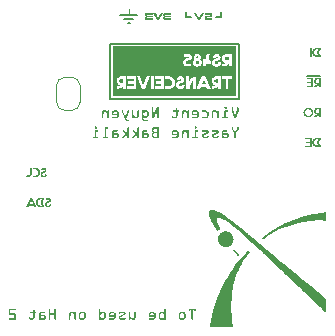
<source format=gbo>
G04 #@! TF.GenerationSoftware,KiCad,Pcbnew,7.0.1*
G04 #@! TF.CreationDate,2023-07-17T03:26:51+02:00*
G04 #@! TF.ProjectId,RS485_interface,52533438-355f-4696-9e74-657266616365,2*
G04 #@! TF.SameCoordinates,Original*
G04 #@! TF.FileFunction,Legend,Bot*
G04 #@! TF.FilePolarity,Positive*
%FSLAX46Y46*%
G04 Gerber Fmt 4.6, Leading zero omitted, Abs format (unit mm)*
G04 Created by KiCad (PCBNEW 7.0.1) date 2023-07-17 03:26:51*
%MOMM*%
%LPD*%
G01*
G04 APERTURE LIST*
G04 Aperture macros list*
%AMFreePoly0*
4,1,19,0.500000,-0.750000,0.000000,-0.750000,0.000000,-0.744911,-0.071157,-0.744911,-0.207708,-0.704816,-0.327430,-0.627875,-0.420627,-0.520320,-0.479746,-0.390866,-0.500000,-0.250000,-0.500000,0.250000,-0.479746,0.390866,-0.420627,0.520320,-0.327430,0.627875,-0.207708,0.704816,-0.071157,0.744911,0.000000,0.744911,0.000000,0.750000,0.500000,0.750000,0.500000,-0.750000,0.500000,-0.750000,
$1*%
%AMFreePoly1*
4,1,19,0.000000,0.744911,0.071157,0.744911,0.207708,0.704816,0.327430,0.627875,0.420627,0.520320,0.479746,0.390866,0.500000,0.250000,0.500000,-0.250000,0.479746,-0.390866,0.420627,-0.520320,0.327430,-0.627875,0.207708,-0.704816,0.071157,-0.744911,0.000000,-0.744911,0.000000,-0.750000,-0.500000,-0.750000,-0.500000,0.750000,0.000000,0.750000,0.000000,0.744911,0.000000,0.744911,
$1*%
G04 Aperture macros list end*
%ADD10C,0.160000*%
%ADD11C,0.150000*%
%ADD12C,0.100000*%
%ADD13C,0.120000*%
%ADD14FreePoly0,270.000000*%
%ADD15FreePoly1,270.000000*%
%ADD16C,2.200000*%
%ADD17R,2.000000X2.000000*%
%ADD18O,2.000000X2.000000*%
%ADD19O,1.700000X1.700000*%
G04 APERTURE END LIST*
D10*
G36*
X109284372Y-74638788D02*
G01*
X109284372Y-74482717D01*
X108686222Y-74482717D01*
X108686222Y-74639276D01*
X108687157Y-74650324D01*
X108689962Y-74660601D01*
X108694637Y-74670106D01*
X108701182Y-74678840D01*
X108705761Y-74683484D01*
X108714649Y-74690527D01*
X108724214Y-74695839D01*
X108734457Y-74699422D01*
X108745378Y-74701276D01*
X108751923Y-74701558D01*
X108761758Y-74700914D01*
X108772624Y-74698535D01*
X108782835Y-74694403D01*
X108792392Y-74688517D01*
X108798818Y-74683240D01*
X108805624Y-74676122D01*
X108811785Y-74667187D01*
X108816029Y-74657575D01*
X108818357Y-74647285D01*
X108818846Y-74639520D01*
X108818846Y-74607769D01*
X108919962Y-74607769D01*
X108919962Y-75339276D01*
X108920649Y-75349251D01*
X108923187Y-75360172D01*
X108927595Y-75370322D01*
X108933872Y-75379700D01*
X108939501Y-75385927D01*
X108947069Y-75392401D01*
X108956506Y-75398261D01*
X108966597Y-75402298D01*
X108977343Y-75404512D01*
X108985419Y-75404978D01*
X108995569Y-75404308D01*
X109005134Y-75402298D01*
X109015556Y-75398261D01*
X109025183Y-75392401D01*
X109032802Y-75385927D01*
X109039443Y-75378408D01*
X109045453Y-75368919D01*
X109049594Y-75358659D01*
X109051865Y-75347628D01*
X109052342Y-75339276D01*
X109052342Y-74607769D01*
X109153458Y-74607769D01*
X109153458Y-74638543D01*
X109154382Y-74649698D01*
X109157151Y-74660082D01*
X109161768Y-74669694D01*
X109168231Y-74678534D01*
X109172753Y-74683240D01*
X109181474Y-74690378D01*
X109190966Y-74695762D01*
X109201229Y-74699394D01*
X109212263Y-74701272D01*
X109218915Y-74701558D01*
X109228807Y-74700923D01*
X109239653Y-74698575D01*
X109249751Y-74694498D01*
X109259101Y-74688691D01*
X109265321Y-74683484D01*
X109272745Y-74675084D01*
X109278345Y-74665913D01*
X109282121Y-74655970D01*
X109284075Y-74645256D01*
X109284372Y-74638788D01*
G37*
G36*
X108218874Y-74733089D02*
G01*
X108229411Y-74733894D01*
X108239849Y-74735234D01*
X108250187Y-74737111D01*
X108260426Y-74739524D01*
X108270566Y-74742473D01*
X108280607Y-74745958D01*
X108290548Y-74749979D01*
X108300390Y-74754537D01*
X108310133Y-74759631D01*
X108319777Y-74765261D01*
X108329322Y-74771427D01*
X108338767Y-74778129D01*
X108348113Y-74785368D01*
X108357360Y-74793142D01*
X108366508Y-74801453D01*
X108370986Y-74805737D01*
X108379515Y-74814364D01*
X108387476Y-74823069D01*
X108394868Y-74831852D01*
X108401692Y-74840714D01*
X108407947Y-74849653D01*
X108413633Y-74858671D01*
X108418750Y-74867768D01*
X108423299Y-74876942D01*
X108427280Y-74886194D01*
X108430692Y-74895525D01*
X108433535Y-74904934D01*
X108436733Y-74919195D01*
X108438652Y-74933631D01*
X108439292Y-74948243D01*
X108439292Y-75189555D01*
X108439001Y-75199317D01*
X108437473Y-75213817D01*
X108434636Y-75228146D01*
X108432017Y-75237602D01*
X108428816Y-75246983D01*
X108425033Y-75256287D01*
X108420669Y-75265515D01*
X108415722Y-75274666D01*
X108410193Y-75283741D01*
X108404082Y-75292740D01*
X108397389Y-75301663D01*
X108390114Y-75310509D01*
X108382258Y-75319279D01*
X108373819Y-75327972D01*
X108364798Y-75336590D01*
X108355428Y-75344871D01*
X108346003Y-75352618D01*
X108336522Y-75359831D01*
X108326986Y-75366509D01*
X108317395Y-75372653D01*
X108307748Y-75378263D01*
X108298046Y-75383339D01*
X108288289Y-75387881D01*
X108278476Y-75391888D01*
X108268608Y-75395360D01*
X108258685Y-75398299D01*
X108248706Y-75400703D01*
X108238672Y-75402573D01*
X108228583Y-75403909D01*
X108218438Y-75404710D01*
X108208238Y-75404978D01*
X108072928Y-75404978D01*
X108062873Y-75404714D01*
X108052858Y-75403924D01*
X108042883Y-75402608D01*
X108032948Y-75400764D01*
X108023054Y-75398394D01*
X108013199Y-75395498D01*
X108003384Y-75392075D01*
X107993610Y-75388125D01*
X107983876Y-75383648D01*
X107974181Y-75378645D01*
X107964527Y-75373115D01*
X107954913Y-75367059D01*
X107945339Y-75360476D01*
X107935805Y-75353366D01*
X107926311Y-75345730D01*
X107916857Y-75337566D01*
X107907688Y-75329060D01*
X107899111Y-75320454D01*
X107891125Y-75311749D01*
X107883731Y-75302945D01*
X107876929Y-75294042D01*
X107870718Y-75285039D01*
X107865098Y-75275937D01*
X107860070Y-75266736D01*
X107855634Y-75257436D01*
X107851789Y-75248036D01*
X107848535Y-75238537D01*
X107845874Y-75228939D01*
X107843803Y-75219242D01*
X107842324Y-75209446D01*
X107841437Y-75199550D01*
X107841141Y-75189555D01*
X107841141Y-75188334D01*
X107972300Y-75188334D01*
X107972463Y-75193088D01*
X107974113Y-75203394D01*
X107977539Y-75212602D01*
X107983629Y-75221780D01*
X107990862Y-75228634D01*
X108026033Y-75260386D01*
X108027397Y-75261588D01*
X108035777Y-75267999D01*
X108044501Y-75273037D01*
X108053569Y-75276700D01*
X108064582Y-75279238D01*
X108074393Y-75279925D01*
X108208238Y-75279925D01*
X108215221Y-75279669D01*
X108225277Y-75278192D01*
X108234948Y-75274961D01*
X108243654Y-75269423D01*
X108286885Y-75231809D01*
X108292654Y-75226333D01*
X108299089Y-75217704D01*
X108303607Y-75207954D01*
X108306208Y-75197081D01*
X108306913Y-75186869D01*
X108306913Y-74950197D01*
X108306622Y-74943996D01*
X108304719Y-74933860D01*
X108301039Y-74924635D01*
X108295583Y-74916322D01*
X108288350Y-74908920D01*
X108249271Y-74874726D01*
X108244184Y-74870776D01*
X108235566Y-74865839D01*
X108225763Y-74862087D01*
X108214775Y-74859519D01*
X108204713Y-74858285D01*
X108193828Y-74857874D01*
X108074393Y-74857874D01*
X108068322Y-74858118D01*
X108058155Y-74859721D01*
X108048573Y-74862819D01*
X108039576Y-74867414D01*
X108031162Y-74873505D01*
X107990618Y-74906234D01*
X107984393Y-74912221D01*
X107978758Y-74920683D01*
X107974876Y-74930734D01*
X107972944Y-74940615D01*
X107972300Y-74951663D01*
X107972300Y-75188334D01*
X107841141Y-75188334D01*
X107841141Y-74948243D01*
X107841437Y-74938072D01*
X107842324Y-74928013D01*
X107843803Y-74918067D01*
X107845874Y-74908233D01*
X107848535Y-74898512D01*
X107851789Y-74888904D01*
X107855634Y-74879408D01*
X107860070Y-74870025D01*
X107865098Y-74860754D01*
X107870718Y-74851596D01*
X107876929Y-74842550D01*
X107883731Y-74833617D01*
X107891125Y-74824797D01*
X107899111Y-74816089D01*
X107907688Y-74807494D01*
X107916857Y-74799011D01*
X107926311Y-74790853D01*
X107935805Y-74783231D01*
X107945339Y-74776145D01*
X107954913Y-74769595D01*
X107964527Y-74763581D01*
X107974181Y-74758104D01*
X107983876Y-74753163D01*
X107993610Y-74748758D01*
X108003384Y-74744889D01*
X108013199Y-74741557D01*
X108023054Y-74738760D01*
X108032948Y-74736500D01*
X108042883Y-74734776D01*
X108052858Y-74733588D01*
X108062873Y-74732937D01*
X108072928Y-74732821D01*
X108208238Y-74732821D01*
X108218874Y-74733089D01*
G37*
G36*
X106687843Y-74483182D02*
G01*
X106698589Y-74485396D01*
X106708680Y-74489433D01*
X106718117Y-74495293D01*
X106725684Y-74501767D01*
X106731313Y-74507853D01*
X106737591Y-74517075D01*
X106741999Y-74527114D01*
X106744537Y-74537972D01*
X106745224Y-74547929D01*
X106745224Y-75339765D01*
X106744759Y-75348040D01*
X106742545Y-75358964D01*
X106738508Y-75369117D01*
X106732647Y-75378499D01*
X106726173Y-75385927D01*
X106719952Y-75391415D01*
X106710602Y-75397536D01*
X106700504Y-75401833D01*
X106689658Y-75404308D01*
X106679767Y-75404978D01*
X106673058Y-75404687D01*
X106661941Y-75402784D01*
X106651620Y-75399104D01*
X106642093Y-75393648D01*
X106633361Y-75386415D01*
X106627802Y-75380412D01*
X106621603Y-75371325D01*
X106617250Y-75361445D01*
X106614744Y-75350769D01*
X106614065Y-75340986D01*
X106614065Y-75336834D01*
X106604752Y-75345086D01*
X106595434Y-75352805D01*
X106586113Y-75359992D01*
X106576788Y-75366647D01*
X106567459Y-75372769D01*
X106558126Y-75378359D01*
X106548790Y-75383416D01*
X106539449Y-75387942D01*
X106530105Y-75391934D01*
X106520757Y-75395395D01*
X106506728Y-75399587D01*
X106492690Y-75402582D01*
X106478644Y-75404379D01*
X106464589Y-75404978D01*
X106365670Y-75404978D01*
X106364026Y-75404963D01*
X106353711Y-75404253D01*
X106342623Y-75402478D01*
X106332792Y-75400186D01*
X106322425Y-75397155D01*
X106311521Y-75393384D01*
X106302411Y-75389834D01*
X106291221Y-75384931D01*
X106280854Y-75379836D01*
X106271310Y-75374550D01*
X106262588Y-75369074D01*
X106253209Y-75362250D01*
X106245014Y-75355152D01*
X106194945Y-75308746D01*
X106189040Y-75302797D01*
X106182285Y-75294462D01*
X106175891Y-75284822D01*
X106170838Y-75275792D01*
X106166035Y-75265855D01*
X106161483Y-75255012D01*
X106159738Y-75250479D01*
X106155868Y-75239278D01*
X106152702Y-75228268D01*
X106150239Y-75217449D01*
X106148480Y-75206820D01*
X106147425Y-75196383D01*
X106147325Y-75193463D01*
X106279453Y-75193463D01*
X106279834Y-75200082D01*
X106282445Y-75210734D01*
X106287528Y-75219763D01*
X106295084Y-75227169D01*
X106341246Y-75269423D01*
X106342014Y-75270069D01*
X106350219Y-75275402D01*
X106360347Y-75278900D01*
X106370555Y-75279925D01*
X106464589Y-75279925D01*
X106475090Y-75278515D01*
X106484295Y-75274893D01*
X106493378Y-75269043D01*
X106501225Y-75262095D01*
X106593793Y-75177587D01*
X106598544Y-75172912D01*
X106605335Y-75164272D01*
X106610185Y-75155047D01*
X106613095Y-75145238D01*
X106614065Y-75134845D01*
X106614065Y-75009548D01*
X106613636Y-75000213D01*
X106611987Y-74989955D01*
X106608501Y-74979289D01*
X106603332Y-74970026D01*
X106596480Y-74962165D01*
X106493165Y-74869597D01*
X106485884Y-74864468D01*
X106475758Y-74860450D01*
X106465038Y-74858435D01*
X106454331Y-74857874D01*
X106374707Y-74857874D01*
X106364663Y-74858759D01*
X106355046Y-74861415D01*
X106345856Y-74865842D01*
X106337094Y-74872040D01*
X106295328Y-74907699D01*
X106294352Y-74908521D01*
X106287654Y-74915985D01*
X106282941Y-74925037D01*
X106280212Y-74935677D01*
X106279453Y-74946289D01*
X106279453Y-75193463D01*
X106147325Y-75193463D01*
X106147073Y-75186136D01*
X106147073Y-74955082D01*
X106147449Y-74943598D01*
X106148576Y-74932041D01*
X106150454Y-74920414D01*
X106153084Y-74908714D01*
X106155728Y-74899303D01*
X106158854Y-74889846D01*
X106162460Y-74880344D01*
X106165423Y-74873306D01*
X106169613Y-74864397D01*
X106175237Y-74854023D01*
X106181291Y-74844495D01*
X106187774Y-74835814D01*
X106194686Y-74827980D01*
X106202028Y-74820993D01*
X106256982Y-74774098D01*
X106262960Y-74769100D01*
X106272129Y-74762207D01*
X106281544Y-74756040D01*
X106291203Y-74750598D01*
X106301107Y-74745881D01*
X106311256Y-74741891D01*
X106321649Y-74738626D01*
X106332288Y-74736086D01*
X106343170Y-74734272D01*
X106354298Y-74733184D01*
X106365670Y-74732821D01*
X106471428Y-74732821D01*
X106478190Y-74732980D01*
X106488276Y-74733811D01*
X106498294Y-74735355D01*
X106508243Y-74737612D01*
X106518124Y-74740582D01*
X106527935Y-74744264D01*
X106537678Y-74748659D01*
X106547353Y-74753766D01*
X106556958Y-74759587D01*
X106566495Y-74766120D01*
X106575963Y-74773365D01*
X106614065Y-74802919D01*
X106614065Y-74548174D01*
X106614536Y-74539828D01*
X106616779Y-74528825D01*
X106620868Y-74518617D01*
X106626803Y-74509204D01*
X106633361Y-74501767D01*
X106639517Y-74496279D01*
X106648817Y-74490158D01*
X106658911Y-74485861D01*
X106669800Y-74483386D01*
X106679767Y-74482717D01*
X106687843Y-74483182D01*
G37*
G36*
X105688801Y-74732977D02*
G01*
X105699892Y-74733793D01*
X105710794Y-74735309D01*
X105721508Y-74737525D01*
X105732032Y-74740441D01*
X105742367Y-74744057D01*
X105752514Y-74748373D01*
X105762472Y-74753388D01*
X105772240Y-74759103D01*
X105781820Y-74765518D01*
X105791211Y-74772633D01*
X105839327Y-74810002D01*
X105841088Y-74811423D01*
X105849600Y-74819038D01*
X105857622Y-74827499D01*
X105865156Y-74836808D01*
X105870831Y-74844864D01*
X105876192Y-74853462D01*
X105881241Y-74862602D01*
X105885977Y-74872284D01*
X105890213Y-74881931D01*
X105894714Y-74893304D01*
X105898333Y-74903913D01*
X105901068Y-74913759D01*
X105903187Y-74924567D01*
X105904051Y-74935787D01*
X105904051Y-75197860D01*
X105904035Y-75199758D01*
X105903245Y-75211367D01*
X105901681Y-75221330D01*
X105899295Y-75231555D01*
X105896086Y-75242043D01*
X105892054Y-75252793D01*
X105887199Y-75263805D01*
X105885058Y-75268173D01*
X105879405Y-75278575D01*
X105873323Y-75288237D01*
X105866811Y-75297160D01*
X105859870Y-75305344D01*
X105852500Y-75312788D01*
X105844700Y-75319493D01*
X105793409Y-75364189D01*
X105790136Y-75366924D01*
X105781264Y-75373205D01*
X105772282Y-75378477D01*
X105762030Y-75383646D01*
X105752515Y-75387875D01*
X105742118Y-75392033D01*
X105737795Y-75393600D01*
X105727085Y-75397077D01*
X105716519Y-75399921D01*
X105706095Y-75402133D01*
X105695815Y-75403713D01*
X105685678Y-75404661D01*
X105675684Y-75404978D01*
X105371358Y-75404978D01*
X105363416Y-75404530D01*
X105352799Y-75402402D01*
X105342766Y-75398520D01*
X105333318Y-75392885D01*
X105325684Y-75386659D01*
X105321048Y-75381908D01*
X105314421Y-75373061D01*
X105309687Y-75363535D01*
X105306847Y-75353332D01*
X105305901Y-75342451D01*
X105306206Y-75336044D01*
X105308209Y-75325437D01*
X105312083Y-75315601D01*
X105317827Y-75306536D01*
X105325440Y-75298243D01*
X105330432Y-75293950D01*
X105339682Y-75287814D01*
X105349586Y-75283431D01*
X105360144Y-75280802D01*
X105371358Y-75279925D01*
X105668113Y-75279925D01*
X105676542Y-75279204D01*
X105686615Y-75276539D01*
X105696945Y-75271911D01*
X105706004Y-75266381D01*
X105715252Y-75259409D01*
X105748957Y-75229611D01*
X105751708Y-75227137D01*
X105758895Y-75219338D01*
X105764485Y-75210971D01*
X105768478Y-75202038D01*
X105770873Y-75192539D01*
X105771672Y-75182472D01*
X105771672Y-75154873D01*
X105371358Y-75154873D01*
X105363281Y-75154408D01*
X105352536Y-75152194D01*
X105342445Y-75148157D01*
X105333008Y-75142296D01*
X105325440Y-75135822D01*
X105320861Y-75130891D01*
X105314316Y-75121748D01*
X105309641Y-75111951D01*
X105306836Y-75101499D01*
X105305901Y-75090393D01*
X105305901Y-75029820D01*
X105435594Y-75029820D01*
X105770451Y-75029820D01*
X105770451Y-74944824D01*
X105770277Y-74940322D01*
X105768519Y-74930417D01*
X105764191Y-74920129D01*
X105758376Y-74912028D01*
X105750667Y-74904768D01*
X105716717Y-74875215D01*
X105711710Y-74871150D01*
X105702654Y-74865342D01*
X105693224Y-74861193D01*
X105683420Y-74858703D01*
X105673242Y-74857874D01*
X105528162Y-74857874D01*
X105522441Y-74858368D01*
X105512667Y-74861219D01*
X105503489Y-74865792D01*
X105495157Y-74871256D01*
X105486396Y-74878146D01*
X105452935Y-74908676D01*
X105447042Y-74914961D01*
X105441707Y-74923597D01*
X105438032Y-74933635D01*
X105436203Y-74943355D01*
X105435594Y-74954105D01*
X105435594Y-75029820D01*
X105305901Y-75029820D01*
X105305901Y-74953617D01*
X105305949Y-74948345D01*
X105306332Y-74938045D01*
X105307099Y-74928069D01*
X105308969Y-74913714D01*
X105311702Y-74900088D01*
X105315297Y-74887192D01*
X105319756Y-74875026D01*
X105325078Y-74863590D01*
X105331262Y-74852884D01*
X105338310Y-74842908D01*
X105346220Y-74833662D01*
X105354993Y-74825145D01*
X105398224Y-74784845D01*
X105405366Y-74778545D01*
X105416181Y-74769858D01*
X105427121Y-74762085D01*
X105438186Y-74755226D01*
X105449375Y-74749282D01*
X105460689Y-74744252D01*
X105472127Y-74740137D01*
X105483690Y-74736936D01*
X105495377Y-74734650D01*
X105507188Y-74733278D01*
X105519125Y-74732821D01*
X105681302Y-74732821D01*
X105688801Y-74732977D01*
G37*
G36*
X103932767Y-75279925D02*
G01*
X103744212Y-75173680D01*
X103744212Y-74801698D01*
X103743542Y-74791439D01*
X103741533Y-74781731D01*
X103737496Y-74771099D01*
X103732584Y-74762581D01*
X103726333Y-74754612D01*
X103725161Y-74753338D01*
X103717725Y-74746365D01*
X103708312Y-74740054D01*
X103698103Y-74735706D01*
X103687101Y-74733322D01*
X103678755Y-74732821D01*
X103668706Y-74733517D01*
X103657741Y-74736086D01*
X103647595Y-74740549D01*
X103638267Y-74746905D01*
X103632104Y-74752605D01*
X103625630Y-74760190D01*
X103619770Y-74769690D01*
X103615733Y-74779891D01*
X103613519Y-74790794D01*
X103613053Y-74799011D01*
X103613053Y-75340253D01*
X103613988Y-75351360D01*
X103616793Y-75361811D01*
X103621468Y-75371609D01*
X103628013Y-75380752D01*
X103632593Y-75385682D01*
X103640169Y-75392240D01*
X103649638Y-75398175D01*
X103659784Y-75402264D01*
X103670608Y-75404506D01*
X103678755Y-75404978D01*
X103690063Y-75403996D01*
X103700694Y-75401051D01*
X103710646Y-75396142D01*
X103718638Y-75390372D01*
X103724917Y-75384461D01*
X103731474Y-75376501D01*
X103736675Y-75368009D01*
X103740519Y-75358984D01*
X103743006Y-75349428D01*
X103744137Y-75339338D01*
X103744212Y-75335857D01*
X103744212Y-75302640D01*
X103832384Y-75363456D01*
X103843806Y-75370877D01*
X103855267Y-75377567D01*
X103866767Y-75383528D01*
X103878305Y-75388758D01*
X103889882Y-75393259D01*
X103901498Y-75397030D01*
X103913152Y-75400071D01*
X103924845Y-75402382D01*
X103936576Y-75403964D01*
X103948346Y-75404815D01*
X103956215Y-75404978D01*
X104009704Y-75404978D01*
X104023395Y-75404529D01*
X104036717Y-75403183D01*
X104049670Y-75400940D01*
X104062254Y-75397799D01*
X104074469Y-75393761D01*
X104086314Y-75388826D01*
X104097790Y-75382993D01*
X104108897Y-75376264D01*
X104119635Y-75368637D01*
X104130003Y-75360112D01*
X104136710Y-75353931D01*
X104146214Y-75344114D01*
X104154851Y-75333898D01*
X104162620Y-75323283D01*
X104169523Y-75312268D01*
X104175558Y-75300854D01*
X104180725Y-75289041D01*
X104185026Y-75276829D01*
X104188459Y-75264217D01*
X104191025Y-75251206D01*
X104192724Y-75237796D01*
X104193374Y-75228634D01*
X104209983Y-74798034D01*
X104209607Y-74787011D01*
X104207198Y-74776596D01*
X104202755Y-74766789D01*
X104196279Y-74757589D01*
X104191665Y-74752605D01*
X104183905Y-74745881D01*
X104175648Y-74740549D01*
X104165385Y-74736086D01*
X104154443Y-74733517D01*
X104144526Y-74732821D01*
X104133241Y-74733756D01*
X104122680Y-74736561D01*
X104112845Y-74741236D01*
X104103734Y-74747781D01*
X104098852Y-74752361D01*
X104092269Y-74759928D01*
X104086239Y-74769365D01*
X104081984Y-74779456D01*
X104079507Y-74790202D01*
X104078825Y-74798278D01*
X104063682Y-75225459D01*
X104062837Y-75235193D01*
X104060082Y-75246682D01*
X104055464Y-75256469D01*
X104048984Y-75264553D01*
X104040642Y-75270936D01*
X104030437Y-75275617D01*
X104018370Y-75278595D01*
X104008097Y-75279712D01*
X104000667Y-75279925D01*
X103932767Y-75279925D01*
G37*
G36*
X103198329Y-74732821D02*
G01*
X102933814Y-74732821D01*
X102921894Y-74733145D01*
X102910224Y-74734118D01*
X102898802Y-74735739D01*
X102887629Y-74738008D01*
X102876706Y-74740925D01*
X102866031Y-74744490D01*
X102855605Y-74748704D01*
X102845429Y-74753567D01*
X102835501Y-74759077D01*
X102825823Y-74765236D01*
X102819508Y-74769702D01*
X102810560Y-74776575D01*
X102802493Y-74783458D01*
X102795305Y-74790348D01*
X102787090Y-74799550D01*
X102780440Y-74808766D01*
X102775355Y-74817998D01*
X102771835Y-74827244D01*
X102769634Y-74838824D01*
X102769439Y-74843463D01*
X102770143Y-74853278D01*
X102772744Y-74863838D01*
X102777262Y-74873440D01*
X102783697Y-74882084D01*
X102789467Y-74887671D01*
X102798344Y-74894333D01*
X102807666Y-74899359D01*
X102817431Y-74902748D01*
X102827641Y-74904501D01*
X102833675Y-74904768D01*
X102844932Y-74903944D01*
X102855622Y-74901471D01*
X102865746Y-74897349D01*
X102875303Y-74891579D01*
X102884293Y-74884160D01*
X102887164Y-74881321D01*
X102894226Y-74874566D01*
X102902607Y-74867971D01*
X102912254Y-74862361D01*
X102921761Y-74858996D01*
X102931127Y-74857874D01*
X103192223Y-74857874D01*
X103202599Y-74858870D01*
X103211990Y-74862549D01*
X103219146Y-74870075D01*
X103222276Y-74879565D01*
X103222753Y-74886206D01*
X103221092Y-74896973D01*
X103216107Y-74906195D01*
X103208887Y-74913095D01*
X103201749Y-74917469D01*
X102894979Y-75048139D01*
X102885977Y-75052394D01*
X102877288Y-75057100D01*
X102868913Y-75062257D01*
X102860850Y-75067865D01*
X102853102Y-75073924D01*
X102845666Y-75080433D01*
X102838544Y-75087393D01*
X102831736Y-75094804D01*
X102825241Y-75102666D01*
X102819059Y-75110979D01*
X102815112Y-75116771D01*
X102809525Y-75125700D01*
X102804488Y-75134809D01*
X102800000Y-75144098D01*
X102796061Y-75153568D01*
X102792672Y-75163218D01*
X102789833Y-75173048D01*
X102787543Y-75183059D01*
X102785803Y-75193249D01*
X102784612Y-75203621D01*
X102783971Y-75214172D01*
X102783849Y-75221307D01*
X102784332Y-75235568D01*
X102785781Y-75249408D01*
X102788196Y-75262828D01*
X102791577Y-75275826D01*
X102795924Y-75288404D01*
X102801237Y-75300562D01*
X102807516Y-75312298D01*
X102814761Y-75323614D01*
X102822972Y-75334509D01*
X102832149Y-75344983D01*
X102838804Y-75351733D01*
X102849195Y-75361248D01*
X102859852Y-75369828D01*
X102870776Y-75377471D01*
X102881966Y-75384179D01*
X102893422Y-75389950D01*
X102905144Y-75394786D01*
X102917133Y-75398686D01*
X102929387Y-75401650D01*
X102941908Y-75403678D01*
X102954695Y-75404770D01*
X102963367Y-75404978D01*
X103196864Y-75404978D01*
X103208562Y-75404658D01*
X103220119Y-75403698D01*
X103231534Y-75402099D01*
X103242808Y-75399860D01*
X103253940Y-75396981D01*
X103264930Y-75393463D01*
X103275779Y-75389305D01*
X103286486Y-75384507D01*
X103297051Y-75379069D01*
X103307474Y-75372992D01*
X103314344Y-75368585D01*
X103324078Y-75361760D01*
X103332854Y-75354930D01*
X103340673Y-75348095D01*
X103349609Y-75338976D01*
X103356843Y-75329850D01*
X103362375Y-75320715D01*
X103366204Y-75311573D01*
X103368598Y-75300135D01*
X103368811Y-75295557D01*
X103367899Y-75285045D01*
X103365164Y-75275094D01*
X103360606Y-75265704D01*
X103354225Y-75256875D01*
X103349760Y-75252081D01*
X103342155Y-75245607D01*
X103333811Y-75240472D01*
X103324730Y-75236677D01*
X103314909Y-75234221D01*
X103304351Y-75233105D01*
X103300667Y-75233031D01*
X103289661Y-75234153D01*
X103280227Y-75236900D01*
X103270793Y-75241297D01*
X103261359Y-75247342D01*
X103253497Y-75253639D01*
X103250353Y-75256478D01*
X103242026Y-75263233D01*
X103232769Y-75268843D01*
X103222582Y-75273308D01*
X103211465Y-75276628D01*
X103199417Y-75278803D01*
X103189109Y-75279719D01*
X103180988Y-75279925D01*
X102966298Y-75279925D01*
X102955842Y-75278734D01*
X102946209Y-75275162D01*
X102937401Y-75269209D01*
X102930371Y-75262046D01*
X102929418Y-75260874D01*
X102923517Y-75252247D01*
X102919066Y-75243036D01*
X102916064Y-75233240D01*
X102914511Y-75222860D01*
X102914275Y-75216666D01*
X102915098Y-75205214D01*
X102917566Y-75194823D01*
X102921681Y-75185493D01*
X102927441Y-75177225D01*
X102934847Y-75170018D01*
X102943899Y-75163873D01*
X102947980Y-75161712D01*
X103257680Y-75031042D01*
X103269068Y-75025619D01*
X103279784Y-75019608D01*
X103289829Y-75013010D01*
X103299201Y-75005824D01*
X103307903Y-74998050D01*
X103315932Y-74989688D01*
X103323290Y-74980739D01*
X103329976Y-74971202D01*
X103335872Y-74961349D01*
X103340982Y-74951449D01*
X103345306Y-74941504D01*
X103348844Y-74931513D01*
X103351595Y-74921476D01*
X103353561Y-74911393D01*
X103354740Y-74901265D01*
X103355133Y-74891091D01*
X103354736Y-74879199D01*
X103353544Y-74867612D01*
X103351559Y-74856330D01*
X103348779Y-74845352D01*
X103345205Y-74834680D01*
X103340836Y-74824312D01*
X103335673Y-74814249D01*
X103329716Y-74804491D01*
X103322965Y-74795038D01*
X103315420Y-74785890D01*
X103309948Y-74779960D01*
X103301289Y-74771536D01*
X103292257Y-74763940D01*
X103282851Y-74757173D01*
X103273071Y-74751235D01*
X103262918Y-74746125D01*
X103252392Y-74741844D01*
X103241492Y-74738391D01*
X103230218Y-74735767D01*
X103218571Y-74733972D01*
X103206550Y-74733005D01*
X103198329Y-74732821D01*
G37*
G36*
X102308480Y-74732977D02*
G01*
X102319571Y-74733793D01*
X102330473Y-74735309D01*
X102341187Y-74737525D01*
X102351711Y-74740441D01*
X102362046Y-74744057D01*
X102372193Y-74748373D01*
X102382151Y-74753388D01*
X102391919Y-74759103D01*
X102401499Y-74765518D01*
X102410890Y-74772633D01*
X102459006Y-74810002D01*
X102460767Y-74811423D01*
X102469279Y-74819038D01*
X102477301Y-74827499D01*
X102484835Y-74836808D01*
X102490510Y-74844864D01*
X102495871Y-74853462D01*
X102500920Y-74862602D01*
X102505656Y-74872284D01*
X102509892Y-74881931D01*
X102514393Y-74893304D01*
X102518012Y-74903913D01*
X102520747Y-74913759D01*
X102522865Y-74924567D01*
X102523730Y-74935787D01*
X102523730Y-75197860D01*
X102523714Y-75199758D01*
X102522924Y-75211367D01*
X102521360Y-75221330D01*
X102518974Y-75231555D01*
X102515765Y-75242043D01*
X102511733Y-75252793D01*
X102506878Y-75263805D01*
X102504737Y-75268173D01*
X102499084Y-75278575D01*
X102493002Y-75288237D01*
X102486490Y-75297160D01*
X102479549Y-75305344D01*
X102472179Y-75312788D01*
X102464379Y-75319493D01*
X102413088Y-75364189D01*
X102409815Y-75366924D01*
X102400943Y-75373205D01*
X102391961Y-75378477D01*
X102381709Y-75383646D01*
X102372194Y-75387875D01*
X102361797Y-75392033D01*
X102357473Y-75393600D01*
X102346764Y-75397077D01*
X102336198Y-75399921D01*
X102325774Y-75402133D01*
X102315494Y-75403713D01*
X102305357Y-75404661D01*
X102295363Y-75404978D01*
X101991037Y-75404978D01*
X101983095Y-75404530D01*
X101972478Y-75402402D01*
X101962445Y-75398520D01*
X101952997Y-75392885D01*
X101945363Y-75386659D01*
X101940727Y-75381908D01*
X101934100Y-75373061D01*
X101929366Y-75363535D01*
X101926526Y-75353332D01*
X101925580Y-75342451D01*
X101925885Y-75336044D01*
X101927888Y-75325437D01*
X101931762Y-75315601D01*
X101937506Y-75306536D01*
X101945119Y-75298243D01*
X101950111Y-75293950D01*
X101959361Y-75287814D01*
X101969265Y-75283431D01*
X101979823Y-75280802D01*
X101991037Y-75279925D01*
X102287792Y-75279925D01*
X102296221Y-75279204D01*
X102306294Y-75276539D01*
X102316624Y-75271911D01*
X102325683Y-75266381D01*
X102334931Y-75259409D01*
X102368636Y-75229611D01*
X102371387Y-75227137D01*
X102378574Y-75219338D01*
X102384164Y-75210971D01*
X102388157Y-75202038D01*
X102390552Y-75192539D01*
X102391351Y-75182472D01*
X102391351Y-75154873D01*
X101991037Y-75154873D01*
X101982960Y-75154408D01*
X101972215Y-75152194D01*
X101962124Y-75148157D01*
X101952687Y-75142296D01*
X101945119Y-75135822D01*
X101940540Y-75130891D01*
X101933995Y-75121748D01*
X101929320Y-75111951D01*
X101926515Y-75101499D01*
X101925580Y-75090393D01*
X101925580Y-75029820D01*
X102055273Y-75029820D01*
X102390130Y-75029820D01*
X102390130Y-74944824D01*
X102389956Y-74940322D01*
X102388198Y-74930417D01*
X102383870Y-74920129D01*
X102378055Y-74912028D01*
X102370346Y-74904768D01*
X102336396Y-74875215D01*
X102331389Y-74871150D01*
X102322333Y-74865342D01*
X102312903Y-74861193D01*
X102303099Y-74858703D01*
X102292921Y-74857874D01*
X102147841Y-74857874D01*
X102142120Y-74858368D01*
X102132346Y-74861219D01*
X102123168Y-74865792D01*
X102114836Y-74871256D01*
X102106075Y-74878146D01*
X102072614Y-74908676D01*
X102066721Y-74914961D01*
X102061386Y-74923597D01*
X102057711Y-74933635D01*
X102055882Y-74943355D01*
X102055273Y-74954105D01*
X102055273Y-75029820D01*
X101925580Y-75029820D01*
X101925580Y-74953617D01*
X101925628Y-74948345D01*
X101926011Y-74938045D01*
X101926778Y-74928069D01*
X101928648Y-74913714D01*
X101931381Y-74900088D01*
X101934976Y-74887192D01*
X101939435Y-74875026D01*
X101944757Y-74863590D01*
X101950941Y-74852884D01*
X101957989Y-74842908D01*
X101965899Y-74833662D01*
X101974672Y-74825145D01*
X102017903Y-74784845D01*
X102025045Y-74778545D01*
X102035860Y-74769858D01*
X102046800Y-74762085D01*
X102057865Y-74755226D01*
X102069054Y-74749282D01*
X102080368Y-74744252D01*
X102091806Y-74740137D01*
X102103369Y-74736936D01*
X102115056Y-74734650D01*
X102126867Y-74733278D01*
X102138804Y-74732821D01*
X102300981Y-74732821D01*
X102308480Y-74732977D01*
G37*
G36*
X101157016Y-74483182D02*
G01*
X101167755Y-74485396D01*
X101177746Y-74489433D01*
X101186989Y-74495293D01*
X101194317Y-74501767D01*
X101199734Y-74507918D01*
X101205777Y-74517189D01*
X101210019Y-74527232D01*
X101212462Y-74538046D01*
X101213123Y-74547929D01*
X101213123Y-74802430D01*
X101240234Y-74780449D01*
X101247520Y-74774681D01*
X101258634Y-74766728D01*
X101269971Y-74759612D01*
X101281531Y-74753333D01*
X101293315Y-74747891D01*
X101305322Y-74743286D01*
X101317552Y-74739519D01*
X101330006Y-74736589D01*
X101342683Y-74734496D01*
X101355583Y-74733240D01*
X101368706Y-74732821D01*
X101451993Y-74732821D01*
X101460866Y-74732999D01*
X101473903Y-74733930D01*
X101486614Y-74735661D01*
X101498999Y-74738189D01*
X101511058Y-74741517D01*
X101522790Y-74745643D01*
X101534196Y-74750567D01*
X101545275Y-74756290D01*
X101556029Y-74762812D01*
X101566456Y-74770132D01*
X101576557Y-74778250D01*
X101623940Y-74818062D01*
X101628239Y-74821887D01*
X101635175Y-74828977D01*
X101641825Y-74836961D01*
X101648188Y-74845840D01*
X101654266Y-74855613D01*
X101660057Y-74866281D01*
X101664484Y-74875459D01*
X101668491Y-74884965D01*
X101671964Y-74894556D01*
X101674903Y-74904230D01*
X101677307Y-74913988D01*
X101679177Y-74923831D01*
X101680512Y-74933757D01*
X101681314Y-74943767D01*
X101681581Y-74953861D01*
X101681581Y-75186136D01*
X101681341Y-75194516D01*
X101680364Y-75205207D01*
X101678636Y-75216136D01*
X101676156Y-75227303D01*
X101672926Y-75238709D01*
X101669800Y-75248006D01*
X101666194Y-75257455D01*
X101662309Y-75266652D01*
X101657345Y-75277226D01*
X101652262Y-75286774D01*
X101647060Y-75295296D01*
X101640660Y-75304169D01*
X101632977Y-75312654D01*
X101584861Y-75352710D01*
X101577195Y-75359039D01*
X101565685Y-75367767D01*
X101554163Y-75375577D01*
X101542627Y-75382468D01*
X101531079Y-75388440D01*
X101519518Y-75393493D01*
X101507943Y-75397627D01*
X101496356Y-75400843D01*
X101484757Y-75403140D01*
X101473144Y-75404518D01*
X101461518Y-75404978D01*
X101363333Y-75404978D01*
X101353758Y-75404711D01*
X101339444Y-75403314D01*
X101325185Y-75400719D01*
X101315710Y-75398323D01*
X101306260Y-75395395D01*
X101296835Y-75391934D01*
X101287434Y-75387942D01*
X101278058Y-75383416D01*
X101268708Y-75378359D01*
X101259382Y-75372769D01*
X101250080Y-75366647D01*
X101240804Y-75359992D01*
X101231552Y-75352805D01*
X101222325Y-75345086D01*
X101213123Y-75336834D01*
X101213123Y-75342940D01*
X101212829Y-75349290D01*
X101210901Y-75359815D01*
X101207173Y-75369593D01*
X101201645Y-75378622D01*
X101194317Y-75386904D01*
X101188219Y-75392110D01*
X101178941Y-75397917D01*
X101168798Y-75401995D01*
X101157790Y-75404342D01*
X101147666Y-75404978D01*
X101139520Y-75404518D01*
X101128695Y-75402333D01*
X101118549Y-75398347D01*
X101109081Y-75392562D01*
X101101504Y-75386171D01*
X101095875Y-75380015D01*
X101089597Y-75370715D01*
X101085190Y-75360620D01*
X101082652Y-75349731D01*
X101081965Y-75339765D01*
X101081965Y-75134601D01*
X101213123Y-75134601D01*
X101213618Y-75142166D01*
X101215974Y-75152278D01*
X101220270Y-75161828D01*
X101226506Y-75170817D01*
X101233395Y-75178076D01*
X101324498Y-75259165D01*
X101325941Y-75260442D01*
X101334287Y-75267254D01*
X101343351Y-75273356D01*
X101352823Y-75277898D01*
X101363333Y-75279925D01*
X101457366Y-75279925D01*
X101462609Y-75279579D01*
X101472951Y-75276812D01*
X101482096Y-75271957D01*
X101490095Y-75265759D01*
X101527708Y-75233031D01*
X101528940Y-75231943D01*
X101536470Y-75224146D01*
X101542729Y-75214834D01*
X101546484Y-75205095D01*
X101547736Y-75194929D01*
X101547736Y-74946289D01*
X101547720Y-74944817D01*
X101546698Y-74934978D01*
X101543584Y-74924735D01*
X101538394Y-74915561D01*
X101531127Y-74907455D01*
X101494003Y-74874726D01*
X101491697Y-74872686D01*
X101483370Y-74866580D01*
X101474646Y-74862087D01*
X101464190Y-74858927D01*
X101453214Y-74857874D01*
X101372858Y-74857874D01*
X101366134Y-74858125D01*
X101355211Y-74859778D01*
X101345364Y-74862974D01*
X101336591Y-74867712D01*
X101328894Y-74873994D01*
X101234372Y-74959723D01*
X101229392Y-74964703D01*
X101223167Y-74973218D01*
X101218436Y-74982987D01*
X101215198Y-74994009D01*
X101213642Y-75004152D01*
X101213123Y-75015166D01*
X101213123Y-75134601D01*
X101081965Y-75134601D01*
X101081965Y-74547929D01*
X101082454Y-74539590D01*
X101084781Y-74528615D01*
X101089025Y-74518459D01*
X101095186Y-74509120D01*
X101101993Y-74501767D01*
X101108354Y-74496279D01*
X101117861Y-74490158D01*
X101128069Y-74485861D01*
X101138978Y-74483386D01*
X101148887Y-74482717D01*
X101157016Y-74483182D01*
G37*
G36*
X99768072Y-74733089D02*
G01*
X99778609Y-74733894D01*
X99789046Y-74735234D01*
X99799385Y-74737111D01*
X99809624Y-74739524D01*
X99819764Y-74742473D01*
X99829804Y-74745958D01*
X99839746Y-74749979D01*
X99849588Y-74754537D01*
X99859331Y-74759631D01*
X99868975Y-74765261D01*
X99878519Y-74771427D01*
X99887965Y-74778129D01*
X99897311Y-74785368D01*
X99906558Y-74793142D01*
X99915705Y-74801453D01*
X99920183Y-74805737D01*
X99928713Y-74814364D01*
X99936673Y-74823069D01*
X99944066Y-74831852D01*
X99950889Y-74840714D01*
X99957144Y-74849653D01*
X99962830Y-74858671D01*
X99967948Y-74867768D01*
X99972497Y-74876942D01*
X99976477Y-74886194D01*
X99979889Y-74895525D01*
X99982732Y-74904934D01*
X99985931Y-74919195D01*
X99987850Y-74933631D01*
X99988490Y-74948243D01*
X99988490Y-75189555D01*
X99988199Y-75199317D01*
X99986671Y-75213817D01*
X99983834Y-75228146D01*
X99981215Y-75237602D01*
X99978014Y-75246983D01*
X99974231Y-75256287D01*
X99969866Y-75265515D01*
X99964919Y-75274666D01*
X99959390Y-75283741D01*
X99953280Y-75292740D01*
X99946587Y-75301663D01*
X99939312Y-75310509D01*
X99931455Y-75319279D01*
X99923016Y-75327972D01*
X99913996Y-75336590D01*
X99904626Y-75344871D01*
X99895200Y-75352618D01*
X99885720Y-75359831D01*
X99876184Y-75366509D01*
X99866592Y-75372653D01*
X99856946Y-75378263D01*
X99847244Y-75383339D01*
X99837486Y-75387881D01*
X99827674Y-75391888D01*
X99817806Y-75395360D01*
X99807883Y-75398299D01*
X99797904Y-75400703D01*
X99787870Y-75402573D01*
X99777781Y-75403909D01*
X99767636Y-75404710D01*
X99757436Y-75404978D01*
X99622125Y-75404978D01*
X99612070Y-75404714D01*
X99602055Y-75403924D01*
X99592081Y-75402608D01*
X99582146Y-75400764D01*
X99572251Y-75398394D01*
X99562397Y-75395498D01*
X99552582Y-75392075D01*
X99542807Y-75388125D01*
X99533073Y-75383648D01*
X99523379Y-75378645D01*
X99513724Y-75373115D01*
X99504110Y-75367059D01*
X99494536Y-75360476D01*
X99485002Y-75353366D01*
X99475508Y-75345730D01*
X99466054Y-75337566D01*
X99456886Y-75329060D01*
X99448308Y-75320454D01*
X99440323Y-75311749D01*
X99432929Y-75302945D01*
X99426126Y-75294042D01*
X99419915Y-75285039D01*
X99414296Y-75275937D01*
X99409268Y-75266736D01*
X99404831Y-75257436D01*
X99400986Y-75248036D01*
X99397733Y-75238537D01*
X99395071Y-75228939D01*
X99393001Y-75219242D01*
X99391522Y-75209446D01*
X99390635Y-75199550D01*
X99390339Y-75189555D01*
X99390339Y-75188334D01*
X99521497Y-75188334D01*
X99521660Y-75193088D01*
X99523310Y-75203394D01*
X99526736Y-75212602D01*
X99532827Y-75221780D01*
X99540060Y-75228634D01*
X99575231Y-75260386D01*
X99576594Y-75261588D01*
X99584975Y-75267999D01*
X99593699Y-75273037D01*
X99602766Y-75276700D01*
X99613779Y-75279238D01*
X99623591Y-75279925D01*
X99757436Y-75279925D01*
X99764419Y-75279669D01*
X99774474Y-75278192D01*
X99784145Y-75274961D01*
X99792851Y-75269423D01*
X99836082Y-75231809D01*
X99841852Y-75226333D01*
X99848287Y-75217704D01*
X99852805Y-75207954D01*
X99855406Y-75197081D01*
X99856110Y-75186869D01*
X99856110Y-74950197D01*
X99855820Y-74943996D01*
X99853917Y-74933860D01*
X99850237Y-74924635D01*
X99844780Y-74916322D01*
X99837548Y-74908920D01*
X99798469Y-74874726D01*
X99793382Y-74870776D01*
X99784763Y-74865839D01*
X99774960Y-74862087D01*
X99763972Y-74859519D01*
X99753910Y-74858285D01*
X99743026Y-74857874D01*
X99623591Y-74857874D01*
X99617519Y-74858118D01*
X99607353Y-74859721D01*
X99597771Y-74862819D01*
X99588773Y-74867414D01*
X99580360Y-74873505D01*
X99539816Y-74906234D01*
X99533590Y-74912221D01*
X99527955Y-74920683D01*
X99524073Y-74930734D01*
X99522141Y-74940615D01*
X99521497Y-74951663D01*
X99521497Y-75188334D01*
X99390339Y-75188334D01*
X99390339Y-74948243D01*
X99390635Y-74938072D01*
X99391522Y-74928013D01*
X99393001Y-74918067D01*
X99395071Y-74908233D01*
X99397733Y-74898512D01*
X99400986Y-74888904D01*
X99404831Y-74879408D01*
X99409268Y-74870025D01*
X99414296Y-74860754D01*
X99419915Y-74851596D01*
X99426126Y-74842550D01*
X99432929Y-74833617D01*
X99440323Y-74824797D01*
X99448308Y-74816089D01*
X99456886Y-74807494D01*
X99466054Y-74799011D01*
X99475508Y-74790853D01*
X99485002Y-74783231D01*
X99494536Y-74776145D01*
X99504110Y-74769595D01*
X99513724Y-74763581D01*
X99523379Y-74758104D01*
X99533073Y-74753163D01*
X99542807Y-74748758D01*
X99552582Y-74744889D01*
X99562397Y-74741557D01*
X99572251Y-74738760D01*
X99582146Y-74736500D01*
X99592081Y-74734776D01*
X99602055Y-74733588D01*
X99612070Y-74732937D01*
X99622125Y-74732821D01*
X99757436Y-74732821D01*
X99768072Y-74733089D01*
G37*
G36*
X98858134Y-74872528D02*
G01*
X99011030Y-74948732D01*
X99011030Y-75335857D01*
X99011717Y-75346124D01*
X99013777Y-75355858D01*
X99017212Y-75365060D01*
X99022021Y-75373730D01*
X99028203Y-75381867D01*
X99030569Y-75384461D01*
X99038071Y-75391433D01*
X99047496Y-75397745D01*
X99057646Y-75402092D01*
X99068520Y-75404477D01*
X99076731Y-75404978D01*
X99087944Y-75404054D01*
X99098503Y-75401284D01*
X99108407Y-75396668D01*
X99117657Y-75390205D01*
X99122649Y-75385682D01*
X99129289Y-75378206D01*
X99135300Y-75368876D01*
X99139440Y-75358892D01*
X99141711Y-75348253D01*
X99142188Y-75340253D01*
X99142188Y-74799011D01*
X99141518Y-74789194D01*
X99139044Y-74778391D01*
X99134746Y-74768290D01*
X99128626Y-74758890D01*
X99123137Y-74752605D01*
X99115701Y-74745881D01*
X99106288Y-74739796D01*
X99096080Y-74735603D01*
X99085077Y-74733304D01*
X99076731Y-74732821D01*
X99065423Y-74733744D01*
X99054792Y-74736514D01*
X99044839Y-74741131D01*
X99035565Y-74747594D01*
X99030569Y-74752116D01*
X99023929Y-74759518D01*
X99017918Y-74768805D01*
X99013777Y-74778792D01*
X99011507Y-74789481D01*
X99011030Y-74797546D01*
X99011030Y-74820749D01*
X98917729Y-74766527D01*
X98907348Y-74760503D01*
X98896723Y-74755072D01*
X98885853Y-74750234D01*
X98874738Y-74745987D01*
X98863379Y-74742334D01*
X98851775Y-74739273D01*
X98839926Y-74736804D01*
X98827832Y-74734928D01*
X98815494Y-74733644D01*
X98802911Y-74732953D01*
X98794386Y-74732821D01*
X98740653Y-74732821D01*
X98727361Y-74733266D01*
X98714412Y-74734599D01*
X98701807Y-74736820D01*
X98689545Y-74739931D01*
X98677627Y-74743930D01*
X98666052Y-74748818D01*
X98654821Y-74754595D01*
X98643933Y-74761260D01*
X98633388Y-74768814D01*
X98623187Y-74777257D01*
X98616578Y-74783379D01*
X98607167Y-74793019D01*
X98598629Y-74803072D01*
X98590961Y-74813536D01*
X98584166Y-74824412D01*
X98578242Y-74835701D01*
X98573189Y-74847402D01*
X98569008Y-74859515D01*
X98565699Y-74872040D01*
X98563261Y-74884977D01*
X98561694Y-74898326D01*
X98561134Y-74907455D01*
X98545259Y-75340009D01*
X98546003Y-75351210D01*
X98548665Y-75361734D01*
X98553243Y-75371580D01*
X98559738Y-75380748D01*
X98564310Y-75385682D01*
X98571829Y-75392240D01*
X98581317Y-75398175D01*
X98591577Y-75402264D01*
X98602608Y-75404506D01*
X98610960Y-75404978D01*
X98621804Y-75404148D01*
X98632111Y-75401658D01*
X98641880Y-75397509D01*
X98651111Y-75391701D01*
X98656145Y-75387636D01*
X98663793Y-75379347D01*
X98669642Y-75369865D01*
X98673691Y-75359191D01*
X98675729Y-75349093D01*
X98676417Y-75340009D01*
X98693514Y-74910630D01*
X98694754Y-74898265D01*
X98697620Y-74887549D01*
X98702112Y-74878482D01*
X98710013Y-74869466D01*
X98720454Y-74863026D01*
X98730636Y-74859728D01*
X98742444Y-74858080D01*
X98748957Y-74857874D01*
X98805133Y-74857874D01*
X98815934Y-74858575D01*
X98827179Y-74860678D01*
X98837171Y-74863598D01*
X98847489Y-74867548D01*
X98858134Y-74872528D01*
G37*
G36*
X97454714Y-75339765D02*
G01*
X97454714Y-74547929D01*
X97453803Y-74536728D01*
X97451068Y-74526204D01*
X97446510Y-74516358D01*
X97440128Y-74507190D01*
X97435663Y-74502256D01*
X97428153Y-74495616D01*
X97418696Y-74489605D01*
X97408491Y-74485464D01*
X97397539Y-74483194D01*
X97389257Y-74482717D01*
X97377961Y-74483640D01*
X97367365Y-74486410D01*
X97357471Y-74491026D01*
X97348278Y-74497489D01*
X97343340Y-74502012D01*
X97336699Y-74509405D01*
X97330689Y-74518660D01*
X97326548Y-74528592D01*
X97324277Y-74539203D01*
X97323800Y-74547197D01*
X97323800Y-74873505D01*
X96987722Y-74873505D01*
X96987722Y-74547197D01*
X96986810Y-74536102D01*
X96984076Y-74525685D01*
X96979517Y-74515946D01*
X96973136Y-74506885D01*
X96968671Y-74502012D01*
X96961161Y-74495454D01*
X96951704Y-74489519D01*
X96941499Y-74485430D01*
X96930546Y-74483188D01*
X96922265Y-74482717D01*
X96912299Y-74483403D01*
X96901409Y-74485941D01*
X96891315Y-74490349D01*
X96882015Y-74496627D01*
X96875859Y-74502256D01*
X96869301Y-74509784D01*
X96863366Y-74519304D01*
X96859277Y-74529619D01*
X96857035Y-74540728D01*
X96856564Y-74549151D01*
X96856564Y-75339765D01*
X96857522Y-75351061D01*
X96860397Y-75361657D01*
X96865189Y-75371551D01*
X96871897Y-75380744D01*
X96876591Y-75385682D01*
X96884225Y-75392240D01*
X96893673Y-75398175D01*
X96903706Y-75402264D01*
X96914323Y-75404506D01*
X96922265Y-75404978D01*
X96932472Y-75404299D01*
X96943555Y-75401793D01*
X96953749Y-75397440D01*
X96963056Y-75391241D01*
X96969160Y-75385682D01*
X96975468Y-75378072D01*
X96981178Y-75368476D01*
X96985112Y-75358110D01*
X96987269Y-75346971D01*
X96987722Y-75338543D01*
X96987722Y-74998557D01*
X97322335Y-74998557D01*
X97322335Y-75338543D01*
X97323030Y-75348369D01*
X97325600Y-75359204D01*
X97330063Y-75369360D01*
X97336419Y-75378839D01*
X97342118Y-75385194D01*
X97349803Y-75391917D01*
X97358021Y-75397250D01*
X97368281Y-75401712D01*
X97379265Y-75404282D01*
X97389257Y-75404978D01*
X97400470Y-75404078D01*
X97411029Y-75401378D01*
X97420933Y-75396878D01*
X97430183Y-75390579D01*
X97435175Y-75386171D01*
X97441815Y-75378735D01*
X97447826Y-75369321D01*
X97451967Y-75359113D01*
X97454237Y-75348110D01*
X97454714Y-75339765D01*
G37*
G36*
X96432619Y-74733107D02*
G01*
X96443679Y-74734986D01*
X96453990Y-74738617D01*
X96463554Y-74744002D01*
X96472370Y-74751139D01*
X96476835Y-74755784D01*
X96483216Y-74764518D01*
X96487774Y-74774023D01*
X96490509Y-74784299D01*
X96491421Y-74795347D01*
X96490943Y-74803189D01*
X96488673Y-74813585D01*
X96484532Y-74823304D01*
X96478521Y-74832345D01*
X96471881Y-74839555D01*
X96466889Y-74843849D01*
X96457640Y-74849985D01*
X96447735Y-74854367D01*
X96437177Y-74856997D01*
X96425963Y-74857874D01*
X96206878Y-74857874D01*
X96199316Y-74858380D01*
X96188810Y-74861040D01*
X96179309Y-74865979D01*
X96171707Y-74872284D01*
X96166726Y-74877911D01*
X96161188Y-74887189D01*
X96157968Y-74897471D01*
X96157052Y-74907455D01*
X96155831Y-74981705D01*
X96157517Y-74981780D01*
X96168837Y-74982239D01*
X96179315Y-74982581D01*
X96190261Y-74982829D01*
X96201260Y-74982926D01*
X96427429Y-74982926D01*
X96436747Y-74983130D01*
X96450407Y-74984202D01*
X96463684Y-74986193D01*
X96476579Y-74989102D01*
X96489092Y-74992930D01*
X96501222Y-74997677D01*
X96512971Y-75003343D01*
X96524338Y-75009928D01*
X96535322Y-75017431D01*
X96545925Y-75025853D01*
X96556145Y-75035194D01*
X96562622Y-75041810D01*
X96571554Y-75052046D01*
X96579546Y-75062656D01*
X96586598Y-75073639D01*
X96592710Y-75084996D01*
X96597881Y-75096726D01*
X96602112Y-75108829D01*
X96605403Y-75121306D01*
X96607754Y-75134157D01*
X96609164Y-75147381D01*
X96609634Y-75160979D01*
X96609634Y-75226924D01*
X96609427Y-75236119D01*
X96608340Y-75249585D01*
X96606322Y-75262660D01*
X96603371Y-75275345D01*
X96599489Y-75287639D01*
X96594676Y-75299542D01*
X96588931Y-75311055D01*
X96582254Y-75322177D01*
X96574645Y-75332908D01*
X96566105Y-75343248D01*
X96556633Y-75353198D01*
X96549889Y-75359468D01*
X96539440Y-75368115D01*
X96528591Y-75375852D01*
X96517343Y-75382678D01*
X96505696Y-75388594D01*
X96493650Y-75393600D01*
X96481204Y-75397696D01*
X96468359Y-75400882D01*
X96455115Y-75403157D01*
X96441472Y-75404522D01*
X96427429Y-75404978D01*
X96230081Y-75404978D01*
X96142642Y-75349046D01*
X96142623Y-75349983D01*
X96140362Y-75359953D01*
X96135839Y-75368719D01*
X96129904Y-75376965D01*
X96123347Y-75384461D01*
X96122117Y-75385723D01*
X96114389Y-75392455D01*
X96106060Y-75397745D01*
X96095583Y-75402092D01*
X96085952Y-75404256D01*
X96075719Y-75404978D01*
X96067573Y-75404518D01*
X96056748Y-75402333D01*
X96046602Y-75398347D01*
X96037134Y-75392562D01*
X96029557Y-75386171D01*
X96023928Y-75380079D01*
X96017650Y-75370829D01*
X96013243Y-75360738D01*
X96010705Y-75349805D01*
X96010018Y-75339765D01*
X96014032Y-75220574D01*
X96146794Y-75220574D01*
X96266473Y-75279925D01*
X96427429Y-75279925D01*
X96434685Y-75279376D01*
X96444956Y-75276490D01*
X96454494Y-75271132D01*
X96462356Y-75264294D01*
X96468874Y-75256142D01*
X96473530Y-75247319D01*
X96476323Y-75237824D01*
X96477254Y-75227657D01*
X96477254Y-75160246D01*
X96476339Y-75149790D01*
X96473591Y-75140157D01*
X96469011Y-75131349D01*
X96462600Y-75123365D01*
X96456898Y-75118136D01*
X96447573Y-75112321D01*
X96437321Y-75108940D01*
X96427429Y-75107978D01*
X96199795Y-75107978D01*
X96191206Y-75108796D01*
X96180988Y-75112252D01*
X96172684Y-75117595D01*
X96165112Y-75125075D01*
X96162530Y-75128317D01*
X96156821Y-75137758D01*
X96153228Y-75146971D01*
X96150944Y-75157072D01*
X96149969Y-75168062D01*
X96146794Y-75220574D01*
X96014032Y-75220574D01*
X96024428Y-74911851D01*
X96024872Y-74902539D01*
X96026285Y-74888915D01*
X96028596Y-74875703D01*
X96031803Y-74862903D01*
X96035909Y-74850516D01*
X96040911Y-74838540D01*
X96046811Y-74826977D01*
X96053608Y-74815826D01*
X96061302Y-74805087D01*
X96069894Y-74794760D01*
X96079383Y-74784845D01*
X96086062Y-74778545D01*
X96096400Y-74769858D01*
X96107120Y-74762085D01*
X96118222Y-74755226D01*
X96129705Y-74749282D01*
X96141572Y-74744252D01*
X96153820Y-74740137D01*
X96166450Y-74736936D01*
X96179462Y-74734650D01*
X96192857Y-74733278D01*
X96206633Y-74732821D01*
X96425963Y-74732821D01*
X96432619Y-74733107D01*
G37*
G36*
X95348608Y-75404978D02*
G01*
X95464135Y-75404978D01*
X95477922Y-75404512D01*
X95491349Y-75403114D01*
X95504415Y-75400785D01*
X95517121Y-75397524D01*
X95529465Y-75393332D01*
X95541449Y-75388208D01*
X95553073Y-75382152D01*
X95564336Y-75375165D01*
X95575238Y-75367246D01*
X95585779Y-75358395D01*
X95592607Y-75351977D01*
X95602210Y-75341807D01*
X95610868Y-75331263D01*
X95618582Y-75320346D01*
X95625351Y-75309055D01*
X95631175Y-75297391D01*
X95636055Y-75285353D01*
X95639991Y-75272942D01*
X95642982Y-75260157D01*
X95645028Y-75246998D01*
X95646130Y-75233467D01*
X95646340Y-75224238D01*
X95646340Y-74857874D01*
X95697631Y-74857874D01*
X95707523Y-74857247D01*
X95718369Y-74854931D01*
X95728467Y-74850909D01*
X95737817Y-74845180D01*
X95744037Y-74840044D01*
X95751461Y-74831811D01*
X95757061Y-74822713D01*
X95760837Y-74812750D01*
X95762791Y-74801923D01*
X95763088Y-74795347D01*
X95762177Y-74784299D01*
X95759442Y-74774023D01*
X95754884Y-74764518D01*
X95748502Y-74755784D01*
X95744037Y-74751139D01*
X95735222Y-74744002D01*
X95725658Y-74738617D01*
X95715347Y-74734986D01*
X95704287Y-74733107D01*
X95697631Y-74732821D01*
X95645119Y-74732821D01*
X95645119Y-74596289D01*
X95644449Y-74586223D01*
X95641975Y-74575195D01*
X95637677Y-74564939D01*
X95631556Y-74555453D01*
X95626068Y-74549151D01*
X95618558Y-74542510D01*
X95609101Y-74536500D01*
X95598896Y-74532359D01*
X95587943Y-74530088D01*
X95579662Y-74529611D01*
X95568627Y-74530558D01*
X95558177Y-74533398D01*
X95548311Y-74538131D01*
X95539030Y-74544758D01*
X95533989Y-74549395D01*
X95527182Y-74557071D01*
X95521784Y-74565263D01*
X95517266Y-74575471D01*
X95514665Y-74586380D01*
X95513961Y-74596289D01*
X95513961Y-74732821D01*
X95289501Y-74732821D01*
X95278288Y-74733709D01*
X95267730Y-74736374D01*
X95257825Y-74740815D01*
X95248576Y-74747033D01*
X95243584Y-74751384D01*
X95235970Y-74759748D01*
X95230227Y-74768815D01*
X95226353Y-74778582D01*
X95224350Y-74789050D01*
X95224044Y-74795347D01*
X95224979Y-74806407D01*
X95227784Y-74816719D01*
X95232459Y-74826282D01*
X95239004Y-74835098D01*
X95243584Y-74839800D01*
X95252460Y-74846842D01*
X95261990Y-74852155D01*
X95272175Y-74855738D01*
X95283014Y-74857591D01*
X95289501Y-74857874D01*
X95515426Y-74857874D01*
X95515426Y-75229367D01*
X95514480Y-75239289D01*
X95511152Y-75249649D01*
X95506184Y-75258144D01*
X95500283Y-75265026D01*
X95492254Y-75271545D01*
X95483552Y-75276200D01*
X95474180Y-75278994D01*
X95464135Y-75279925D01*
X95351295Y-75279925D01*
X95339315Y-75278780D01*
X95328564Y-75275346D01*
X95319041Y-75269621D01*
X95310747Y-75261607D01*
X95304996Y-75253547D01*
X95300031Y-75244021D01*
X95295852Y-75233031D01*
X95291539Y-75222040D01*
X95286174Y-75212514D01*
X95279755Y-75204454D01*
X95272282Y-75197860D01*
X95263757Y-75192730D01*
X95254178Y-75189067D01*
X95243546Y-75186869D01*
X95231860Y-75186136D01*
X95221505Y-75186780D01*
X95211870Y-75188712D01*
X95201542Y-75192594D01*
X95192196Y-75198229D01*
X95184966Y-75204454D01*
X95177733Y-75212806D01*
X95172276Y-75222045D01*
X95168596Y-75232173D01*
X95166693Y-75243190D01*
X95166403Y-75249883D01*
X95166856Y-75259719D01*
X95168215Y-75269532D01*
X95170480Y-75279325D01*
X95173650Y-75289096D01*
X95177727Y-75298845D01*
X95182709Y-75308573D01*
X95188597Y-75318280D01*
X95195392Y-75327965D01*
X95203092Y-75337628D01*
X95211698Y-75347270D01*
X95217938Y-75353687D01*
X95227802Y-75362853D01*
X95238160Y-75371117D01*
X95249011Y-75378480D01*
X95260356Y-75384942D01*
X95272195Y-75390502D01*
X95284528Y-75395160D01*
X95297354Y-75398917D01*
X95310674Y-75401772D01*
X95324488Y-75403725D01*
X95338796Y-75404777D01*
X95348608Y-75404978D01*
G37*
G36*
X93540234Y-75404978D02*
G01*
X94072928Y-75404978D01*
X94072928Y-74998313D01*
X94072363Y-74985719D01*
X94070669Y-74973584D01*
X94067845Y-74961906D01*
X94063891Y-74950686D01*
X94058808Y-74939924D01*
X94052595Y-74929620D01*
X94045252Y-74919774D01*
X94036780Y-74910386D01*
X94027461Y-74901742D01*
X94017698Y-74894250D01*
X94007494Y-74887912D01*
X93996846Y-74882725D01*
X93985756Y-74878691D01*
X93974223Y-74875810D01*
X93962248Y-74874081D01*
X93949829Y-74873505D01*
X93607401Y-74873505D01*
X93607401Y-74607769D01*
X94011623Y-74607769D01*
X94021747Y-74607133D01*
X94032754Y-74604786D01*
X94042897Y-74600709D01*
X94052176Y-74594902D01*
X94058273Y-74589695D01*
X94065601Y-74581307D01*
X94071129Y-74572170D01*
X94074858Y-74562286D01*
X94076786Y-74551654D01*
X94077080Y-74545243D01*
X94076180Y-74534195D01*
X94073480Y-74523918D01*
X94068981Y-74514413D01*
X94062681Y-74505679D01*
X94058273Y-74501035D01*
X94049613Y-74493897D01*
X94040088Y-74488513D01*
X94029698Y-74484881D01*
X94018443Y-74483003D01*
X94011623Y-74482717D01*
X93599341Y-74482717D01*
X93586747Y-74483270D01*
X93574611Y-74484930D01*
X93562934Y-74487697D01*
X93551714Y-74491570D01*
X93540952Y-74496551D01*
X93530648Y-74502638D01*
X93520802Y-74509831D01*
X93511414Y-74518132D01*
X93502827Y-74527153D01*
X93495385Y-74536633D01*
X93489088Y-74546571D01*
X93483936Y-74556966D01*
X93479929Y-74567820D01*
X93477067Y-74579131D01*
X93475350Y-74590901D01*
X93474777Y-74603128D01*
X93474777Y-74876924D01*
X93475350Y-74889442D01*
X93477067Y-74901471D01*
X93479929Y-74913011D01*
X93483936Y-74924063D01*
X93489088Y-74934627D01*
X93495385Y-74944702D01*
X93502827Y-74954288D01*
X93511414Y-74963386D01*
X93520802Y-74971630D01*
X93530648Y-74978774D01*
X93540952Y-74984819D01*
X93551714Y-74989765D01*
X93562934Y-74993611D01*
X93574611Y-74996359D01*
X93586747Y-74998008D01*
X93599341Y-74998557D01*
X93942014Y-74998557D01*
X93942014Y-75279925D01*
X93540234Y-75279925D01*
X93529021Y-75280802D01*
X93518462Y-75283431D01*
X93508558Y-75287814D01*
X93499308Y-75293950D01*
X93494317Y-75298243D01*
X93486703Y-75306536D01*
X93480960Y-75315601D01*
X93477086Y-75325437D01*
X93475082Y-75336044D01*
X93474777Y-75342451D01*
X93475712Y-75353511D01*
X93478517Y-75363823D01*
X93483192Y-75373386D01*
X93489737Y-75382202D01*
X93494317Y-75386904D01*
X93503192Y-75393946D01*
X93512723Y-75399259D01*
X93522907Y-75402842D01*
X93533747Y-75404695D01*
X93540234Y-75404978D01*
G37*
G36*
X112333535Y-57484151D02*
G01*
X112333535Y-57696398D01*
X112568985Y-58288687D01*
X112572907Y-58297853D01*
X112578797Y-58308672D01*
X112585444Y-58317888D01*
X112592845Y-58325502D01*
X112601003Y-58331512D01*
X112609916Y-58335920D01*
X112619584Y-58338725D01*
X112630008Y-58339927D01*
X112632732Y-58339978D01*
X112643792Y-58339165D01*
X112654012Y-58336726D01*
X112663393Y-58332662D01*
X112671933Y-58326972D01*
X112679635Y-58319656D01*
X112686496Y-58310714D01*
X112692519Y-58300147D01*
X112696484Y-58291154D01*
X112697701Y-58287954D01*
X112931686Y-57696398D01*
X112931686Y-57484151D01*
X112931016Y-57474093D01*
X112928542Y-57463097D01*
X112924244Y-57452895D01*
X112918123Y-57443488D01*
X112912635Y-57437256D01*
X112905124Y-57430616D01*
X112895668Y-57424605D01*
X112885463Y-57420464D01*
X112874510Y-57418194D01*
X112866229Y-57417717D01*
X112856345Y-57418403D01*
X112845531Y-57420941D01*
X112835488Y-57425349D01*
X112826217Y-57431627D01*
X112820067Y-57437256D01*
X112813509Y-57444784D01*
X112807574Y-57454304D01*
X112803485Y-57464619D01*
X112801243Y-57475728D01*
X112800772Y-57484151D01*
X112800772Y-57669531D01*
X112632732Y-58093048D01*
X112464693Y-57670996D01*
X112464693Y-57484151D01*
X112464024Y-57474093D01*
X112461549Y-57463097D01*
X112457252Y-57452895D01*
X112451131Y-57443488D01*
X112445642Y-57437256D01*
X112438132Y-57430616D01*
X112428675Y-57424605D01*
X112418470Y-57420464D01*
X112407518Y-57418194D01*
X112399236Y-57417717D01*
X112389270Y-57418403D01*
X112378381Y-57420941D01*
X112368286Y-57425349D01*
X112358986Y-57431627D01*
X112352830Y-57437256D01*
X112346273Y-57444784D01*
X112340337Y-57454304D01*
X112336248Y-57464619D01*
X112334006Y-57475728D01*
X112333535Y-57484151D01*
G37*
G36*
X111849446Y-57355190D02*
G01*
X111788873Y-57355190D01*
X111778907Y-57355886D01*
X111768018Y-57358455D01*
X111757923Y-57362918D01*
X111748623Y-57369275D01*
X111742467Y-57374974D01*
X111735993Y-57382676D01*
X111730133Y-57392378D01*
X111726095Y-57402852D01*
X111724086Y-57412443D01*
X111723416Y-57422601D01*
X111723416Y-57473892D01*
X111724086Y-57484159D01*
X111726095Y-57493894D01*
X111729444Y-57503096D01*
X111734132Y-57511765D01*
X111740160Y-57519903D01*
X111742467Y-57522497D01*
X111749903Y-57529386D01*
X111759317Y-57535622D01*
X111769525Y-57539918D01*
X111780528Y-57542274D01*
X111788873Y-57542769D01*
X111850911Y-57542769D01*
X111861126Y-57542039D01*
X111870706Y-57539849D01*
X111881080Y-57535450D01*
X111889283Y-57530098D01*
X111896850Y-57523285D01*
X111898050Y-57522008D01*
X111904424Y-57513960D01*
X111909442Y-57505568D01*
X111913581Y-57495343D01*
X111915873Y-57484650D01*
X111916368Y-57475114D01*
X111914903Y-57422601D01*
X111914233Y-57412443D01*
X111912224Y-57402852D01*
X111908187Y-57392378D01*
X111902326Y-57382676D01*
X111895852Y-57374974D01*
X111888416Y-57368251D01*
X111879002Y-57362165D01*
X111868794Y-57357972D01*
X111857791Y-57355673D01*
X111849446Y-57355190D01*
G37*
G36*
X111614484Y-58339978D02*
G01*
X111966194Y-58339978D01*
X111976086Y-58339342D01*
X111986931Y-58336995D01*
X111997029Y-58332917D01*
X112006379Y-58327110D01*
X112012600Y-58321904D01*
X112020023Y-58313515D01*
X112025623Y-58304379D01*
X112029400Y-58294495D01*
X112031353Y-58283863D01*
X112031651Y-58277451D01*
X112030739Y-58266582D01*
X112028004Y-58256414D01*
X112023446Y-58246947D01*
X112017065Y-58238182D01*
X112012600Y-58233488D01*
X112005089Y-58227179D01*
X111995633Y-58221469D01*
X111985428Y-58217536D01*
X111974475Y-58215378D01*
X111966194Y-58214925D01*
X111855796Y-58214925D01*
X111855796Y-57792874D01*
X111964973Y-57792874D01*
X111974864Y-57792230D01*
X111985710Y-57789850D01*
X111995808Y-57785718D01*
X112005158Y-57779833D01*
X112011379Y-57774555D01*
X112018802Y-57766214D01*
X112024402Y-57757218D01*
X112028178Y-57747567D01*
X112030132Y-57737262D01*
X112030430Y-57731080D01*
X112029518Y-57720009D01*
X112026783Y-57709662D01*
X112022225Y-57700040D01*
X112015844Y-57691143D01*
X112011379Y-57686384D01*
X112003868Y-57680075D01*
X111994411Y-57674365D01*
X111984207Y-57670432D01*
X111973254Y-57668274D01*
X111964973Y-57667821D01*
X111788873Y-57667821D01*
X111778907Y-57668517D01*
X111768018Y-57671086D01*
X111757923Y-57675549D01*
X111748623Y-57681905D01*
X111742467Y-57687605D01*
X111735993Y-57695290D01*
X111730133Y-57704929D01*
X111726095Y-57715292D01*
X111723881Y-57726380D01*
X111723416Y-57734744D01*
X111723416Y-58214925D01*
X111615949Y-58214925D01*
X111606040Y-58215569D01*
X111595131Y-58217948D01*
X111584923Y-58222081D01*
X111575416Y-58227966D01*
X111569055Y-58233243D01*
X111562249Y-58240304D01*
X111556088Y-58249259D01*
X111551843Y-58258984D01*
X111549516Y-58269481D01*
X111549027Y-58277451D01*
X111549962Y-58288511D01*
X111552767Y-58298823D01*
X111557442Y-58308386D01*
X111563987Y-58317202D01*
X111568566Y-58321904D01*
X111577442Y-58328946D01*
X111586972Y-58334259D01*
X111597157Y-58337842D01*
X111607996Y-58339695D01*
X111614484Y-58339978D01*
G37*
G36*
X110958936Y-57807528D02*
G01*
X111111832Y-57883732D01*
X111111832Y-58270857D01*
X111112519Y-58281124D01*
X111114580Y-58290858D01*
X111118015Y-58300060D01*
X111122823Y-58308730D01*
X111129006Y-58316867D01*
X111131372Y-58319461D01*
X111138874Y-58326433D01*
X111148299Y-58332745D01*
X111158448Y-58337092D01*
X111169323Y-58339477D01*
X111177534Y-58339978D01*
X111188747Y-58339054D01*
X111199306Y-58336284D01*
X111209210Y-58331668D01*
X111218460Y-58325205D01*
X111223451Y-58320682D01*
X111230092Y-58313206D01*
X111236102Y-58303876D01*
X111240243Y-58293892D01*
X111242514Y-58283253D01*
X111242991Y-58275253D01*
X111242991Y-57734011D01*
X111242321Y-57724194D01*
X111239847Y-57713391D01*
X111235549Y-57703290D01*
X111229428Y-57693890D01*
X111223940Y-57687605D01*
X111216504Y-57680881D01*
X111207090Y-57674796D01*
X111196882Y-57670603D01*
X111185879Y-57668304D01*
X111177534Y-57667821D01*
X111166225Y-57668744D01*
X111155595Y-57671514D01*
X111145642Y-57676131D01*
X111136367Y-57682594D01*
X111131372Y-57687116D01*
X111124731Y-57694518D01*
X111118721Y-57703805D01*
X111114580Y-57713792D01*
X111112309Y-57724481D01*
X111111832Y-57732546D01*
X111111832Y-57755749D01*
X111018531Y-57701527D01*
X111008151Y-57695503D01*
X110997526Y-57690072D01*
X110986656Y-57685234D01*
X110975541Y-57680987D01*
X110964181Y-57677334D01*
X110952577Y-57674273D01*
X110940728Y-57671804D01*
X110928635Y-57669928D01*
X110916297Y-57668644D01*
X110903713Y-57667953D01*
X110895189Y-57667821D01*
X110841455Y-57667821D01*
X110828163Y-57668266D01*
X110815215Y-57669599D01*
X110802609Y-57671820D01*
X110790348Y-57674931D01*
X110778429Y-57678930D01*
X110766854Y-57683818D01*
X110755623Y-57689595D01*
X110744735Y-57696260D01*
X110734191Y-57703814D01*
X110723990Y-57712257D01*
X110717380Y-57718379D01*
X110707970Y-57728019D01*
X110699431Y-57738072D01*
X110691764Y-57748536D01*
X110684968Y-57759412D01*
X110679044Y-57770701D01*
X110673992Y-57782402D01*
X110669811Y-57794515D01*
X110666501Y-57807040D01*
X110664063Y-57819977D01*
X110662497Y-57833326D01*
X110661937Y-57842455D01*
X110646061Y-58275009D01*
X110646806Y-58286210D01*
X110649467Y-58296734D01*
X110654045Y-58306580D01*
X110660540Y-58315748D01*
X110665112Y-58320682D01*
X110672631Y-58327240D01*
X110682120Y-58333175D01*
X110692380Y-58337264D01*
X110703411Y-58339506D01*
X110711762Y-58339978D01*
X110722607Y-58339148D01*
X110732913Y-58336658D01*
X110742682Y-58332509D01*
X110751914Y-58326701D01*
X110756947Y-58322636D01*
X110764596Y-58314347D01*
X110770445Y-58304865D01*
X110774494Y-58294191D01*
X110776531Y-58284093D01*
X110777220Y-58275009D01*
X110794317Y-57845630D01*
X110795557Y-57833265D01*
X110798423Y-57822549D01*
X110802915Y-57813482D01*
X110810816Y-57804466D01*
X110821257Y-57798026D01*
X110831439Y-57794728D01*
X110843246Y-57793080D01*
X110849760Y-57792874D01*
X110905936Y-57792874D01*
X110916736Y-57793575D01*
X110927981Y-57795678D01*
X110937973Y-57798598D01*
X110948292Y-57802548D01*
X110958936Y-57807528D01*
G37*
G36*
X109865217Y-58339978D02*
G01*
X110111902Y-58339978D01*
X110124503Y-58339619D01*
X110136752Y-58338544D01*
X110148649Y-58336751D01*
X110160193Y-58334242D01*
X110171386Y-58331015D01*
X110182227Y-58327072D01*
X110192715Y-58322411D01*
X110202852Y-58317034D01*
X110212636Y-58310940D01*
X110222069Y-58304128D01*
X110228162Y-58299189D01*
X110340269Y-58202713D01*
X110350308Y-58193722D01*
X110359360Y-58184152D01*
X110367424Y-58174001D01*
X110374501Y-58163272D01*
X110380591Y-58151962D01*
X110385693Y-58140073D01*
X110389807Y-58127605D01*
X110392934Y-58114557D01*
X110395073Y-58100929D01*
X110396226Y-58086722D01*
X110396445Y-58076928D01*
X110396445Y-57928184D01*
X110396387Y-57914028D01*
X110395114Y-57900229D01*
X110392626Y-57886786D01*
X110388923Y-57873699D01*
X110384005Y-57860968D01*
X110377872Y-57848594D01*
X110370524Y-57836577D01*
X110361961Y-57824915D01*
X110355577Y-57817339D01*
X110348653Y-57809921D01*
X110341190Y-57802661D01*
X110333186Y-57795560D01*
X110232070Y-57709098D01*
X110222436Y-57701722D01*
X110212678Y-57695070D01*
X110202795Y-57689145D01*
X110192788Y-57683945D01*
X110182657Y-57679471D01*
X110172401Y-57675722D01*
X110162020Y-57672699D01*
X110151515Y-57670401D01*
X110140886Y-57668829D01*
X110130132Y-57667982D01*
X110122893Y-57667821D01*
X109863751Y-57667821D01*
X109853868Y-57668465D01*
X109843054Y-57670844D01*
X109833011Y-57674977D01*
X109823740Y-57680862D01*
X109817589Y-57686139D01*
X109810071Y-57694432D01*
X109804399Y-57703497D01*
X109800574Y-57713333D01*
X109798596Y-57723940D01*
X109798294Y-57730347D01*
X109798973Y-57740105D01*
X109801479Y-57750685D01*
X109805831Y-57760401D01*
X109812031Y-57769251D01*
X109817589Y-57775044D01*
X109826310Y-57781991D01*
X109835802Y-57787232D01*
X109846065Y-57790767D01*
X109857100Y-57792595D01*
X109863751Y-57792874D01*
X110111902Y-57792874D01*
X110121962Y-57793927D01*
X110131869Y-57797087D01*
X110141623Y-57802353D01*
X110150033Y-57808689D01*
X110151225Y-57809726D01*
X110244037Y-57889838D01*
X110251841Y-57897891D01*
X110257728Y-57907089D01*
X110261699Y-57917432D01*
X110263576Y-57927209D01*
X110264065Y-57936000D01*
X110264065Y-58078638D01*
X110262867Y-58089165D01*
X110259274Y-58098765D01*
X110253285Y-58107437D01*
X110248922Y-58111855D01*
X110147317Y-58199538D01*
X110139288Y-58205534D01*
X110130160Y-58210057D01*
X110119934Y-58213107D01*
X110108609Y-58214685D01*
X110101644Y-58214925D01*
X109865217Y-58214925D01*
X109854004Y-58215802D01*
X109843445Y-58218431D01*
X109833541Y-58222814D01*
X109824291Y-58228950D01*
X109819299Y-58233243D01*
X109811686Y-58241536D01*
X109805942Y-58250601D01*
X109802069Y-58260437D01*
X109800065Y-58271044D01*
X109799760Y-58277451D01*
X109800683Y-58288511D01*
X109803453Y-58298823D01*
X109808069Y-58308386D01*
X109814533Y-58317202D01*
X109819055Y-58321904D01*
X109827775Y-58328946D01*
X109837267Y-58334259D01*
X109847530Y-58337842D01*
X109858565Y-58339695D01*
X109865217Y-58339978D01*
G37*
G36*
X109338801Y-57667977D02*
G01*
X109349892Y-57668793D01*
X109360794Y-57670309D01*
X109371508Y-57672525D01*
X109382032Y-57675441D01*
X109392367Y-57679057D01*
X109402514Y-57683373D01*
X109412472Y-57688388D01*
X109422240Y-57694103D01*
X109431820Y-57700518D01*
X109441211Y-57707633D01*
X109489327Y-57745002D01*
X109491088Y-57746423D01*
X109499600Y-57754038D01*
X109507622Y-57762499D01*
X109515156Y-57771808D01*
X109520831Y-57779864D01*
X109526192Y-57788462D01*
X109531241Y-57797602D01*
X109535977Y-57807284D01*
X109540213Y-57816931D01*
X109544714Y-57828304D01*
X109548333Y-57838913D01*
X109551068Y-57848759D01*
X109553187Y-57859567D01*
X109554051Y-57870787D01*
X109554051Y-58132860D01*
X109554035Y-58134758D01*
X109553245Y-58146367D01*
X109551681Y-58156330D01*
X109549295Y-58166555D01*
X109546086Y-58177043D01*
X109542054Y-58187793D01*
X109537199Y-58198805D01*
X109535058Y-58203173D01*
X109529405Y-58213575D01*
X109523323Y-58223237D01*
X109516811Y-58232160D01*
X109509870Y-58240344D01*
X109502500Y-58247788D01*
X109494700Y-58254493D01*
X109443409Y-58299189D01*
X109440136Y-58301924D01*
X109431264Y-58308205D01*
X109422282Y-58313477D01*
X109412030Y-58318646D01*
X109402515Y-58322875D01*
X109392118Y-58327033D01*
X109387795Y-58328600D01*
X109377085Y-58332077D01*
X109366519Y-58334921D01*
X109356095Y-58337133D01*
X109345815Y-58338713D01*
X109335678Y-58339661D01*
X109325684Y-58339978D01*
X109021358Y-58339978D01*
X109013416Y-58339530D01*
X109002799Y-58337402D01*
X108992766Y-58333520D01*
X108983318Y-58327885D01*
X108975684Y-58321659D01*
X108971048Y-58316908D01*
X108964421Y-58308061D01*
X108959687Y-58298535D01*
X108956847Y-58288332D01*
X108955901Y-58277451D01*
X108956206Y-58271044D01*
X108958209Y-58260437D01*
X108962083Y-58250601D01*
X108967827Y-58241536D01*
X108975440Y-58233243D01*
X108980432Y-58228950D01*
X108989682Y-58222814D01*
X108999586Y-58218431D01*
X109010144Y-58215802D01*
X109021358Y-58214925D01*
X109318113Y-58214925D01*
X109326542Y-58214204D01*
X109336615Y-58211539D01*
X109346945Y-58206911D01*
X109356004Y-58201381D01*
X109365252Y-58194409D01*
X109398957Y-58164611D01*
X109401708Y-58162137D01*
X109408895Y-58154338D01*
X109414485Y-58145971D01*
X109418478Y-58137038D01*
X109420873Y-58127539D01*
X109421672Y-58117472D01*
X109421672Y-58089873D01*
X109021358Y-58089873D01*
X109013281Y-58089408D01*
X109002536Y-58087194D01*
X108992445Y-58083157D01*
X108983008Y-58077296D01*
X108975440Y-58070822D01*
X108970861Y-58065891D01*
X108964316Y-58056748D01*
X108959641Y-58046951D01*
X108956836Y-58036499D01*
X108955901Y-58025393D01*
X108955901Y-57964820D01*
X109085594Y-57964820D01*
X109420451Y-57964820D01*
X109420451Y-57879824D01*
X109420277Y-57875322D01*
X109418519Y-57865417D01*
X109414191Y-57855129D01*
X109408376Y-57847028D01*
X109400667Y-57839768D01*
X109366717Y-57810215D01*
X109361710Y-57806150D01*
X109352654Y-57800342D01*
X109343224Y-57796193D01*
X109333420Y-57793703D01*
X109323242Y-57792874D01*
X109178162Y-57792874D01*
X109172441Y-57793368D01*
X109162667Y-57796219D01*
X109153489Y-57800792D01*
X109145157Y-57806256D01*
X109136396Y-57813146D01*
X109102935Y-57843676D01*
X109097042Y-57849961D01*
X109091707Y-57858597D01*
X109088032Y-57868635D01*
X109086203Y-57878355D01*
X109085594Y-57889105D01*
X109085594Y-57964820D01*
X108955901Y-57964820D01*
X108955901Y-57888617D01*
X108955949Y-57883345D01*
X108956332Y-57873045D01*
X108957099Y-57863069D01*
X108958969Y-57848714D01*
X108961702Y-57835088D01*
X108965297Y-57822192D01*
X108969756Y-57810026D01*
X108975078Y-57798590D01*
X108981262Y-57787884D01*
X108988310Y-57777908D01*
X108996220Y-57768662D01*
X109004993Y-57760145D01*
X109048224Y-57719845D01*
X109055366Y-57713545D01*
X109066181Y-57704858D01*
X109077121Y-57697085D01*
X109088186Y-57690226D01*
X109099375Y-57684282D01*
X109110689Y-57679252D01*
X109122127Y-57675137D01*
X109133690Y-57671936D01*
X109145377Y-57669650D01*
X109157188Y-57668278D01*
X109169125Y-57667821D01*
X109331302Y-57667821D01*
X109338801Y-57667977D01*
G37*
G36*
X108423695Y-57807528D02*
G01*
X108576591Y-57883732D01*
X108576591Y-58270857D01*
X108577278Y-58281124D01*
X108579339Y-58290858D01*
X108582774Y-58300060D01*
X108587582Y-58308730D01*
X108593765Y-58316867D01*
X108596131Y-58319461D01*
X108603633Y-58326433D01*
X108613058Y-58332745D01*
X108623208Y-58337092D01*
X108634082Y-58339477D01*
X108642293Y-58339978D01*
X108653506Y-58339054D01*
X108664065Y-58336284D01*
X108673969Y-58331668D01*
X108683219Y-58325205D01*
X108688210Y-58320682D01*
X108694851Y-58313206D01*
X108700861Y-58303876D01*
X108705002Y-58293892D01*
X108707273Y-58283253D01*
X108707750Y-58275253D01*
X108707750Y-57734011D01*
X108707080Y-57724194D01*
X108704606Y-57713391D01*
X108700308Y-57703290D01*
X108694187Y-57693890D01*
X108688699Y-57687605D01*
X108681263Y-57680881D01*
X108671850Y-57674796D01*
X108661641Y-57670603D01*
X108650639Y-57668304D01*
X108642293Y-57667821D01*
X108630984Y-57668744D01*
X108620354Y-57671514D01*
X108610401Y-57676131D01*
X108601126Y-57682594D01*
X108596131Y-57687116D01*
X108589491Y-57694518D01*
X108583480Y-57703805D01*
X108579339Y-57713792D01*
X108577069Y-57724481D01*
X108576591Y-57732546D01*
X108576591Y-57755749D01*
X108483291Y-57701527D01*
X108472910Y-57695503D01*
X108462285Y-57690072D01*
X108451415Y-57685234D01*
X108440300Y-57680987D01*
X108428941Y-57677334D01*
X108417337Y-57674273D01*
X108405488Y-57671804D01*
X108393394Y-57669928D01*
X108381056Y-57668644D01*
X108368473Y-57667953D01*
X108359948Y-57667821D01*
X108306215Y-57667821D01*
X108292923Y-57668266D01*
X108279974Y-57669599D01*
X108267369Y-57671820D01*
X108255107Y-57674931D01*
X108243189Y-57678930D01*
X108231614Y-57683818D01*
X108220382Y-57689595D01*
X108209494Y-57696260D01*
X108198950Y-57703814D01*
X108188749Y-57712257D01*
X108182139Y-57718379D01*
X108172729Y-57728019D01*
X108164190Y-57738072D01*
X108156523Y-57748536D01*
X108149728Y-57759412D01*
X108143803Y-57770701D01*
X108138751Y-57782402D01*
X108134570Y-57794515D01*
X108131260Y-57807040D01*
X108128823Y-57819977D01*
X108127256Y-57833326D01*
X108126696Y-57842455D01*
X108110820Y-58275009D01*
X108111565Y-58286210D01*
X108114226Y-58296734D01*
X108118805Y-58306580D01*
X108125299Y-58315748D01*
X108129871Y-58320682D01*
X108137390Y-58327240D01*
X108146879Y-58333175D01*
X108157139Y-58337264D01*
X108168170Y-58339506D01*
X108176522Y-58339978D01*
X108187366Y-58339148D01*
X108197673Y-58336658D01*
X108207442Y-58332509D01*
X108216673Y-58326701D01*
X108221707Y-58322636D01*
X108229355Y-58314347D01*
X108235204Y-58304865D01*
X108239253Y-58294191D01*
X108241291Y-58284093D01*
X108241979Y-58275009D01*
X108259076Y-57845630D01*
X108260316Y-57833265D01*
X108263182Y-57822549D01*
X108267674Y-57813482D01*
X108275575Y-57804466D01*
X108286016Y-57798026D01*
X108296198Y-57794728D01*
X108308005Y-57793080D01*
X108314519Y-57792874D01*
X108370695Y-57792874D01*
X108381496Y-57793575D01*
X108392741Y-57795678D01*
X108402733Y-57798598D01*
X108413051Y-57802548D01*
X108423695Y-57807528D01*
G37*
G36*
X107449411Y-58339978D02*
G01*
X107564938Y-58339978D01*
X107578725Y-58339512D01*
X107592152Y-58338114D01*
X107605218Y-58335785D01*
X107617923Y-58332524D01*
X107630268Y-58328332D01*
X107642252Y-58323208D01*
X107653875Y-58317152D01*
X107665138Y-58310165D01*
X107676040Y-58302246D01*
X107686582Y-58293395D01*
X107693409Y-58286977D01*
X107703012Y-58276807D01*
X107711670Y-58266263D01*
X107719384Y-58255346D01*
X107726153Y-58244055D01*
X107731978Y-58232391D01*
X107736858Y-58220353D01*
X107740793Y-58207942D01*
X107743784Y-58195157D01*
X107745831Y-58181998D01*
X107746933Y-58168467D01*
X107747143Y-58159238D01*
X107747143Y-57792874D01*
X107798434Y-57792874D01*
X107808326Y-57792247D01*
X107819172Y-57789931D01*
X107829269Y-57785909D01*
X107838619Y-57780180D01*
X107844840Y-57775044D01*
X107852263Y-57766811D01*
X107857863Y-57757713D01*
X107861640Y-57747750D01*
X107863593Y-57736923D01*
X107863891Y-57730347D01*
X107862979Y-57719299D01*
X107860244Y-57709023D01*
X107855686Y-57699518D01*
X107849305Y-57690784D01*
X107844840Y-57686139D01*
X107836024Y-57679002D01*
X107826461Y-57673617D01*
X107816149Y-57669986D01*
X107805089Y-57668107D01*
X107798434Y-57667821D01*
X107745922Y-57667821D01*
X107745922Y-57531289D01*
X107745252Y-57521223D01*
X107742777Y-57510195D01*
X107738480Y-57499939D01*
X107732359Y-57490453D01*
X107726871Y-57484151D01*
X107719360Y-57477510D01*
X107709903Y-57471500D01*
X107699699Y-57467359D01*
X107688746Y-57465088D01*
X107680464Y-57464611D01*
X107669430Y-57465558D01*
X107658980Y-57468398D01*
X107649114Y-57473131D01*
X107639832Y-57479758D01*
X107634791Y-57484395D01*
X107627985Y-57492071D01*
X107622587Y-57500263D01*
X107618069Y-57510471D01*
X107615467Y-57521380D01*
X107614763Y-57531289D01*
X107614763Y-57667821D01*
X107390304Y-57667821D01*
X107379091Y-57668709D01*
X107368532Y-57671374D01*
X107358628Y-57675815D01*
X107349378Y-57682033D01*
X107344386Y-57686384D01*
X107336773Y-57694748D01*
X107331029Y-57703815D01*
X107327156Y-57713582D01*
X107325152Y-57724050D01*
X107324847Y-57730347D01*
X107325782Y-57741407D01*
X107328587Y-57751719D01*
X107333262Y-57761282D01*
X107339807Y-57770098D01*
X107344386Y-57774800D01*
X107353262Y-57781842D01*
X107362792Y-57787155D01*
X107372977Y-57790738D01*
X107383816Y-57792591D01*
X107390304Y-57792874D01*
X107616229Y-57792874D01*
X107616229Y-58164367D01*
X107615282Y-58174289D01*
X107611955Y-58184649D01*
X107606986Y-58193144D01*
X107601086Y-58200026D01*
X107593056Y-58206545D01*
X107584355Y-58211200D01*
X107574982Y-58213994D01*
X107564938Y-58214925D01*
X107452097Y-58214925D01*
X107440118Y-58213780D01*
X107429367Y-58210346D01*
X107419844Y-58204621D01*
X107411549Y-58196607D01*
X107405798Y-58188547D01*
X107400833Y-58179021D01*
X107396654Y-58168031D01*
X107392342Y-58157040D01*
X107386976Y-58147514D01*
X107380557Y-58139454D01*
X107373085Y-58132860D01*
X107364559Y-58127730D01*
X107354980Y-58124067D01*
X107344348Y-58121869D01*
X107332663Y-58121136D01*
X107322307Y-58121780D01*
X107312673Y-58123712D01*
X107302345Y-58127594D01*
X107292998Y-58133229D01*
X107285768Y-58139454D01*
X107278535Y-58147806D01*
X107273079Y-58157045D01*
X107269399Y-58167173D01*
X107267496Y-58178190D01*
X107267206Y-58184883D01*
X107267659Y-58194719D01*
X107269017Y-58204532D01*
X107271282Y-58214325D01*
X107274453Y-58224096D01*
X107278529Y-58233845D01*
X107283512Y-58243573D01*
X107289400Y-58253280D01*
X107296194Y-58262965D01*
X107303894Y-58272628D01*
X107312500Y-58282270D01*
X107318741Y-58288687D01*
X107328605Y-58297853D01*
X107338962Y-58306117D01*
X107349814Y-58313480D01*
X107361159Y-58319942D01*
X107372998Y-58325502D01*
X107385330Y-58330160D01*
X107398157Y-58333917D01*
X107411477Y-58336772D01*
X107425291Y-58338725D01*
X107439598Y-58339777D01*
X107449411Y-58339978D01*
G37*
G36*
X105575580Y-57484151D02*
G01*
X105575580Y-58339978D01*
X105743863Y-58339978D01*
X106041351Y-57665867D01*
X106041351Y-58275009D01*
X106042029Y-58284809D01*
X106044535Y-58295548D01*
X106048888Y-58305539D01*
X106055087Y-58314782D01*
X106060646Y-58320927D01*
X106068082Y-58327401D01*
X106077495Y-58333261D01*
X106087703Y-58337298D01*
X106098706Y-58339512D01*
X106107052Y-58339978D01*
X106116944Y-58339308D01*
X106127790Y-58336833D01*
X106137888Y-58332536D01*
X106147238Y-58326415D01*
X106153458Y-58320927D01*
X106159933Y-58313499D01*
X106165793Y-58304117D01*
X106169830Y-58293964D01*
X106172044Y-58283040D01*
X106172509Y-58274765D01*
X106172509Y-57417717D01*
X106006424Y-57417717D01*
X105708204Y-58092071D01*
X105708204Y-57484151D01*
X105707508Y-57474325D01*
X105704938Y-57463490D01*
X105700476Y-57453334D01*
X105694119Y-57443856D01*
X105688420Y-57437500D01*
X105680660Y-57430777D01*
X105672403Y-57425445D01*
X105662140Y-57420982D01*
X105651199Y-57418412D01*
X105641281Y-57417717D01*
X105631315Y-57418403D01*
X105620425Y-57420941D01*
X105610331Y-57425349D01*
X105601031Y-57431627D01*
X105594875Y-57437256D01*
X105588317Y-57444784D01*
X105582382Y-57454304D01*
X105578293Y-57464619D01*
X105576051Y-57475728D01*
X105575580Y-57484151D01*
G37*
G36*
X105110621Y-57668000D02*
G01*
X105123659Y-57668936D01*
X105136370Y-57670676D01*
X105148755Y-57673218D01*
X105160813Y-57676563D01*
X105172546Y-57680711D01*
X105183951Y-57685662D01*
X105195031Y-57691416D01*
X105205785Y-57697973D01*
X105216212Y-57705332D01*
X105226312Y-57713495D01*
X105273695Y-57754039D01*
X105276480Y-57756435D01*
X105284549Y-57764526D01*
X105290945Y-57772305D01*
X105297043Y-57781027D01*
X105302842Y-57790690D01*
X105308344Y-57801296D01*
X105312530Y-57810459D01*
X105316308Y-57819992D01*
X105319583Y-57829663D01*
X105322353Y-57839470D01*
X105324620Y-57849416D01*
X105326383Y-57859498D01*
X105327643Y-57869718D01*
X105328398Y-57880076D01*
X105328650Y-57890571D01*
X105328650Y-58080592D01*
X105328587Y-58084932D01*
X105327879Y-58095824D01*
X105326383Y-58106775D01*
X105324101Y-58117786D01*
X105321031Y-58128857D01*
X105317174Y-58139988D01*
X105312530Y-58151178D01*
X105307267Y-58161910D01*
X105301706Y-58171819D01*
X105295847Y-58180906D01*
X105289690Y-58189169D01*
X105281907Y-58197999D01*
X105273695Y-58205644D01*
X105230464Y-58243990D01*
X105223264Y-58249935D01*
X105212252Y-58258133D01*
X105200987Y-58265468D01*
X105189469Y-58271940D01*
X105177698Y-58277550D01*
X105165673Y-58282296D01*
X105153394Y-58286179D01*
X105140863Y-58289200D01*
X105128078Y-58291357D01*
X105115040Y-58292651D01*
X105101749Y-58293083D01*
X105013333Y-58293083D01*
X105003358Y-58292819D01*
X104993461Y-58292026D01*
X104983643Y-58290704D01*
X104973903Y-58288854D01*
X104964241Y-58286476D01*
X104954657Y-58283569D01*
X104945152Y-58280133D01*
X104935724Y-58276169D01*
X104926375Y-58271676D01*
X104917105Y-58266655D01*
X104907912Y-58261105D01*
X104898798Y-58255027D01*
X104889762Y-58248420D01*
X104880804Y-58241284D01*
X104871925Y-58233620D01*
X104863123Y-58225428D01*
X104863123Y-58382476D01*
X104863724Y-58389978D01*
X104866880Y-58400168D01*
X104872740Y-58409083D01*
X104880220Y-58415937D01*
X104919543Y-58449887D01*
X104928473Y-58456512D01*
X104937678Y-58461244D01*
X104947158Y-58464083D01*
X104956913Y-58465030D01*
X105207017Y-58465030D01*
X105213673Y-58465308D01*
X105224732Y-58467137D01*
X105235044Y-58470671D01*
X105244608Y-58475912D01*
X105253423Y-58482860D01*
X105257888Y-58487508D01*
X105264270Y-58496267D01*
X105268828Y-58505820D01*
X105271563Y-58516169D01*
X105272474Y-58527312D01*
X105272177Y-58533887D01*
X105270223Y-58544715D01*
X105266446Y-58554677D01*
X105260846Y-58563775D01*
X105253423Y-58572008D01*
X105247203Y-58577215D01*
X105237853Y-58583022D01*
X105227755Y-58587099D01*
X105216909Y-58589447D01*
X105207017Y-58590082D01*
X104956913Y-58590082D01*
X104945675Y-58589653D01*
X104934129Y-58588365D01*
X104924271Y-58586636D01*
X104914199Y-58584310D01*
X104903911Y-58581388D01*
X104893409Y-58577870D01*
X104885101Y-58574802D01*
X104875392Y-58570752D01*
X104866435Y-58566463D01*
X104856678Y-58561002D01*
X104848002Y-58555197D01*
X104840409Y-58549049D01*
X104793758Y-58508749D01*
X104789957Y-58505323D01*
X104782715Y-58498342D01*
X104775956Y-58491186D01*
X104766724Y-58480127D01*
X104758577Y-58468677D01*
X104751517Y-58456837D01*
X104745543Y-58444606D01*
X104740655Y-58431985D01*
X104736853Y-58418972D01*
X104734137Y-58405569D01*
X104732508Y-58391775D01*
X104731965Y-58377591D01*
X104731965Y-58024904D01*
X104863123Y-58024904D01*
X104863197Y-58027693D01*
X104864960Y-58038447D01*
X104869074Y-58048560D01*
X104874602Y-58056884D01*
X104881930Y-58064716D01*
X104973033Y-58148003D01*
X104975823Y-58150428D01*
X104983978Y-58156765D01*
X104993079Y-58162378D01*
X105002936Y-58166446D01*
X105013333Y-58168031D01*
X105107366Y-58168031D01*
X105112609Y-58167703D01*
X105122951Y-58165079D01*
X105132096Y-58160474D01*
X105140095Y-58154597D01*
X105177464Y-58119915D01*
X105179919Y-58117587D01*
X105187263Y-58109319D01*
X105192668Y-58100864D01*
X105196469Y-58090972D01*
X105197736Y-58080836D01*
X105197736Y-57883732D01*
X105197457Y-57877252D01*
X105195629Y-57866757D01*
X105192095Y-57857336D01*
X105186854Y-57848992D01*
X105179906Y-57841722D01*
X105144003Y-57811436D01*
X105138728Y-57807085D01*
X105129389Y-57800868D01*
X105119908Y-57796426D01*
X105110288Y-57793762D01*
X105100527Y-57792874D01*
X105022858Y-57792874D01*
X105016401Y-57793144D01*
X105005762Y-57794923D01*
X104995965Y-57798360D01*
X104987009Y-57803458D01*
X104978894Y-57810215D01*
X104884372Y-57894967D01*
X104878251Y-57900977D01*
X104871424Y-57910091D01*
X104866630Y-57920024D01*
X104863870Y-57930774D01*
X104863123Y-57940640D01*
X104863123Y-58024904D01*
X104731965Y-58024904D01*
X104731965Y-57733034D01*
X104732448Y-57724694D01*
X104734747Y-57713720D01*
X104738939Y-57703563D01*
X104745025Y-57694225D01*
X104751749Y-57686872D01*
X104758116Y-57681384D01*
X104767651Y-57675263D01*
X104777911Y-57670965D01*
X104788895Y-57668491D01*
X104798887Y-57667821D01*
X104806964Y-57668286D01*
X104817709Y-57670500D01*
X104827801Y-57674537D01*
X104837237Y-57680398D01*
X104844805Y-57686872D01*
X104849385Y-57691692D01*
X104855930Y-57700696D01*
X104860604Y-57710425D01*
X104863409Y-57720879D01*
X104864344Y-57732057D01*
X104864100Y-57736453D01*
X104889990Y-57715449D01*
X104897276Y-57709681D01*
X104908395Y-57701728D01*
X104919742Y-57694612D01*
X104931316Y-57688333D01*
X104943118Y-57682891D01*
X104955147Y-57678286D01*
X104967403Y-57674519D01*
X104979888Y-57671589D01*
X104992600Y-57669496D01*
X105005539Y-57668240D01*
X105018706Y-57667821D01*
X105101749Y-57667821D01*
X105110621Y-57668000D01*
G37*
G36*
X104202446Y-58214925D02*
G01*
X104013891Y-58108680D01*
X104013891Y-57736698D01*
X104013221Y-57726439D01*
X104011212Y-57716731D01*
X104007175Y-57706099D01*
X104002263Y-57697581D01*
X103996012Y-57689612D01*
X103994840Y-57688338D01*
X103987404Y-57681365D01*
X103977991Y-57675054D01*
X103967782Y-57670706D01*
X103956780Y-57668322D01*
X103948434Y-57667821D01*
X103938385Y-57668517D01*
X103927420Y-57671086D01*
X103917274Y-57675549D01*
X103907946Y-57681905D01*
X103901783Y-57687605D01*
X103895309Y-57695190D01*
X103889449Y-57704690D01*
X103885411Y-57714891D01*
X103883198Y-57725794D01*
X103882732Y-57734011D01*
X103882732Y-58275253D01*
X103883667Y-58286360D01*
X103886472Y-58296811D01*
X103891147Y-58306609D01*
X103897692Y-58315752D01*
X103902272Y-58320682D01*
X103909848Y-58327240D01*
X103919317Y-58333175D01*
X103929463Y-58337264D01*
X103940287Y-58339506D01*
X103948434Y-58339978D01*
X103959742Y-58338996D01*
X103970373Y-58336051D01*
X103980325Y-58331142D01*
X103988317Y-58325372D01*
X103994596Y-58319461D01*
X104001153Y-58311501D01*
X104006354Y-58303009D01*
X104010198Y-58293984D01*
X104012685Y-58284428D01*
X104013815Y-58274338D01*
X104013891Y-58270857D01*
X104013891Y-58237640D01*
X104102063Y-58298456D01*
X104113485Y-58305877D01*
X104124946Y-58312567D01*
X104136446Y-58318528D01*
X104147984Y-58323758D01*
X104159561Y-58328259D01*
X104171177Y-58332030D01*
X104182831Y-58335071D01*
X104194524Y-58337382D01*
X104206255Y-58338964D01*
X104218025Y-58339815D01*
X104225894Y-58339978D01*
X104279383Y-58339978D01*
X104293074Y-58339529D01*
X104306396Y-58338183D01*
X104319349Y-58335940D01*
X104331933Y-58332799D01*
X104344148Y-58328761D01*
X104355993Y-58323826D01*
X104367469Y-58317993D01*
X104378576Y-58311264D01*
X104389314Y-58303637D01*
X104399682Y-58295112D01*
X104406389Y-58288931D01*
X104415893Y-58279114D01*
X104424530Y-58268898D01*
X104432299Y-58258283D01*
X104439202Y-58247268D01*
X104445237Y-58235854D01*
X104450404Y-58224041D01*
X104454705Y-58211829D01*
X104458138Y-58199217D01*
X104460704Y-58186206D01*
X104462403Y-58172796D01*
X104463053Y-58163634D01*
X104479662Y-57733034D01*
X104479286Y-57722011D01*
X104476877Y-57711596D01*
X104472434Y-57701789D01*
X104465958Y-57692589D01*
X104461344Y-57687605D01*
X104453584Y-57680881D01*
X104445327Y-57675549D01*
X104435064Y-57671086D01*
X104424122Y-57668517D01*
X104414205Y-57667821D01*
X104402920Y-57668756D01*
X104392359Y-57671561D01*
X104382524Y-57676236D01*
X104373413Y-57682781D01*
X104368531Y-57687361D01*
X104361948Y-57694928D01*
X104355918Y-57704365D01*
X104351663Y-57714456D01*
X104349186Y-57725202D01*
X104348504Y-57733278D01*
X104333361Y-58160459D01*
X104332516Y-58170193D01*
X104329761Y-58181682D01*
X104325143Y-58191469D01*
X104318663Y-58199553D01*
X104310321Y-58205936D01*
X104300116Y-58210617D01*
X104288049Y-58213595D01*
X104277776Y-58214712D01*
X104270346Y-58214925D01*
X104202446Y-58214925D01*
G37*
G36*
X103039118Y-57848072D02*
G01*
X103351016Y-58547340D01*
X103355885Y-58557357D01*
X103361579Y-58566040D01*
X103368098Y-58573386D01*
X103377405Y-58580691D01*
X103387999Y-58585908D01*
X103397403Y-58588580D01*
X103407631Y-58589915D01*
X103413053Y-58590082D01*
X103573033Y-58590082D01*
X103582924Y-58589447D01*
X103593770Y-58587099D01*
X103603868Y-58583022D01*
X103613218Y-58577215D01*
X103619439Y-58572008D01*
X103626862Y-58563775D01*
X103632462Y-58554677D01*
X103636238Y-58544715D01*
X103638192Y-58533887D01*
X103638490Y-58527312D01*
X103637578Y-58516169D01*
X103634843Y-58505820D01*
X103630285Y-58496267D01*
X103623904Y-58487508D01*
X103619439Y-58482860D01*
X103610623Y-58475912D01*
X103601059Y-58470671D01*
X103590748Y-58467137D01*
X103579688Y-58465308D01*
X103573033Y-58465030D01*
X103454575Y-58465030D01*
X103382035Y-58293083D01*
X103398643Y-58293083D01*
X103409302Y-58292377D01*
X103419175Y-58290259D01*
X103430410Y-58285626D01*
X103440417Y-58278786D01*
X103447538Y-58271726D01*
X103453874Y-58263254D01*
X103459422Y-58253370D01*
X103461902Y-58247898D01*
X103635803Y-57848072D01*
X103635803Y-57734011D01*
X103635150Y-57723953D01*
X103632739Y-57712957D01*
X103628552Y-57702756D01*
X103622588Y-57693349D01*
X103617240Y-57687116D01*
X103609913Y-57680559D01*
X103600670Y-57674623D01*
X103590679Y-57670535D01*
X103579940Y-57668292D01*
X103571811Y-57667821D01*
X103561819Y-57668508D01*
X103550835Y-57671046D01*
X103540575Y-57675454D01*
X103531040Y-57681732D01*
X103524672Y-57687361D01*
X103517949Y-57694888D01*
X103511863Y-57704408D01*
X103507671Y-57714723D01*
X103505372Y-57725833D01*
X103504889Y-57734255D01*
X103504889Y-57819984D01*
X103355656Y-58168031D01*
X103325370Y-58168031D01*
X103171497Y-57821938D01*
X103171497Y-57734011D01*
X103170551Y-57722870D01*
X103167711Y-57712312D01*
X103162977Y-57702340D01*
X103157413Y-57694257D01*
X103151714Y-57687849D01*
X103144029Y-57681043D01*
X103135811Y-57675645D01*
X103125551Y-57671127D01*
X103114567Y-57668525D01*
X103104575Y-57667821D01*
X103093362Y-57668756D01*
X103082803Y-57671561D01*
X103072899Y-57676236D01*
X103063649Y-57682781D01*
X103058657Y-57687361D01*
X103052017Y-57694937D01*
X103046006Y-57704405D01*
X103041865Y-57714552D01*
X103039595Y-57725376D01*
X103039118Y-57733523D01*
X103039118Y-57848072D01*
G37*
G36*
X102578159Y-57667977D02*
G01*
X102589250Y-57668793D01*
X102600152Y-57670309D01*
X102610866Y-57672525D01*
X102621390Y-57675441D01*
X102631725Y-57679057D01*
X102641872Y-57683373D01*
X102651830Y-57688388D01*
X102661598Y-57694103D01*
X102671178Y-57700518D01*
X102680569Y-57707633D01*
X102728685Y-57745002D01*
X102730446Y-57746423D01*
X102738958Y-57754038D01*
X102746980Y-57762499D01*
X102754514Y-57771808D01*
X102760189Y-57779864D01*
X102765550Y-57788462D01*
X102770599Y-57797602D01*
X102775335Y-57807284D01*
X102779571Y-57816931D01*
X102784072Y-57828304D01*
X102787691Y-57838913D01*
X102790426Y-57848759D01*
X102792544Y-57859567D01*
X102793409Y-57870787D01*
X102793409Y-58132860D01*
X102793393Y-58134758D01*
X102792603Y-58146367D01*
X102791039Y-58156330D01*
X102788653Y-58166555D01*
X102785444Y-58177043D01*
X102781412Y-58187793D01*
X102776557Y-58198805D01*
X102774416Y-58203173D01*
X102768763Y-58213575D01*
X102762681Y-58223237D01*
X102756169Y-58232160D01*
X102749228Y-58240344D01*
X102741858Y-58247788D01*
X102734058Y-58254493D01*
X102682767Y-58299189D01*
X102679494Y-58301924D01*
X102670622Y-58308205D01*
X102661640Y-58313477D01*
X102651388Y-58318646D01*
X102641873Y-58322875D01*
X102631476Y-58327033D01*
X102627152Y-58328600D01*
X102616443Y-58332077D01*
X102605877Y-58334921D01*
X102595453Y-58337133D01*
X102585173Y-58338713D01*
X102575036Y-58339661D01*
X102565042Y-58339978D01*
X102260716Y-58339978D01*
X102252774Y-58339530D01*
X102242157Y-58337402D01*
X102232124Y-58333520D01*
X102222676Y-58327885D01*
X102215042Y-58321659D01*
X102210406Y-58316908D01*
X102203779Y-58308061D01*
X102199045Y-58298535D01*
X102196205Y-58288332D01*
X102195259Y-58277451D01*
X102195564Y-58271044D01*
X102197567Y-58260437D01*
X102201441Y-58250601D01*
X102207185Y-58241536D01*
X102214798Y-58233243D01*
X102219790Y-58228950D01*
X102229040Y-58222814D01*
X102238944Y-58218431D01*
X102249502Y-58215802D01*
X102260716Y-58214925D01*
X102557471Y-58214925D01*
X102565900Y-58214204D01*
X102575973Y-58211539D01*
X102586303Y-58206911D01*
X102595362Y-58201381D01*
X102604610Y-58194409D01*
X102638315Y-58164611D01*
X102641066Y-58162137D01*
X102648253Y-58154338D01*
X102653843Y-58145971D01*
X102657836Y-58137038D01*
X102660231Y-58127539D01*
X102661030Y-58117472D01*
X102661030Y-58089873D01*
X102260716Y-58089873D01*
X102252639Y-58089408D01*
X102241894Y-58087194D01*
X102231803Y-58083157D01*
X102222366Y-58077296D01*
X102214798Y-58070822D01*
X102210219Y-58065891D01*
X102203674Y-58056748D01*
X102198999Y-58046951D01*
X102196194Y-58036499D01*
X102195259Y-58025393D01*
X102195259Y-57964820D01*
X102324952Y-57964820D01*
X102659809Y-57964820D01*
X102659809Y-57879824D01*
X102659635Y-57875322D01*
X102657877Y-57865417D01*
X102653549Y-57855129D01*
X102647734Y-57847028D01*
X102640025Y-57839768D01*
X102606075Y-57810215D01*
X102601068Y-57806150D01*
X102592012Y-57800342D01*
X102582582Y-57796193D01*
X102572778Y-57793703D01*
X102562600Y-57792874D01*
X102417520Y-57792874D01*
X102411799Y-57793368D01*
X102402025Y-57796219D01*
X102392847Y-57800792D01*
X102384515Y-57806256D01*
X102375754Y-57813146D01*
X102342293Y-57843676D01*
X102336400Y-57849961D01*
X102331065Y-57858597D01*
X102327390Y-57868635D01*
X102325561Y-57878355D01*
X102324952Y-57889105D01*
X102324952Y-57964820D01*
X102195259Y-57964820D01*
X102195259Y-57888617D01*
X102195307Y-57883345D01*
X102195690Y-57873045D01*
X102196457Y-57863069D01*
X102198327Y-57848714D01*
X102201060Y-57835088D01*
X102204655Y-57822192D01*
X102209114Y-57810026D01*
X102214436Y-57798590D01*
X102220620Y-57787884D01*
X102227668Y-57777908D01*
X102235578Y-57768662D01*
X102244351Y-57760145D01*
X102287582Y-57719845D01*
X102294724Y-57713545D01*
X102305539Y-57704858D01*
X102316479Y-57697085D01*
X102327544Y-57690226D01*
X102338733Y-57684282D01*
X102350047Y-57679252D01*
X102361485Y-57675137D01*
X102373048Y-57671936D01*
X102384735Y-57669650D01*
X102396546Y-57668278D01*
X102408483Y-57667821D01*
X102570660Y-57667821D01*
X102578159Y-57667977D01*
G37*
G36*
X101663053Y-57807528D02*
G01*
X101815949Y-57883732D01*
X101815949Y-58270857D01*
X101816636Y-58281124D01*
X101818697Y-58290858D01*
X101822132Y-58300060D01*
X101826940Y-58308730D01*
X101833123Y-58316867D01*
X101835489Y-58319461D01*
X101842991Y-58326433D01*
X101852416Y-58332745D01*
X101862566Y-58337092D01*
X101873440Y-58339477D01*
X101881651Y-58339978D01*
X101892864Y-58339054D01*
X101903423Y-58336284D01*
X101913327Y-58331668D01*
X101922577Y-58325205D01*
X101927568Y-58320682D01*
X101934209Y-58313206D01*
X101940219Y-58303876D01*
X101944360Y-58293892D01*
X101946631Y-58283253D01*
X101947108Y-58275253D01*
X101947108Y-57734011D01*
X101946438Y-57724194D01*
X101943964Y-57713391D01*
X101939666Y-57703290D01*
X101933545Y-57693890D01*
X101928057Y-57687605D01*
X101920621Y-57680881D01*
X101911208Y-57674796D01*
X101900999Y-57670603D01*
X101889997Y-57668304D01*
X101881651Y-57667821D01*
X101870342Y-57668744D01*
X101859712Y-57671514D01*
X101849759Y-57676131D01*
X101840484Y-57682594D01*
X101835489Y-57687116D01*
X101828849Y-57694518D01*
X101822838Y-57703805D01*
X101818697Y-57713792D01*
X101816427Y-57724481D01*
X101815949Y-57732546D01*
X101815949Y-57755749D01*
X101722649Y-57701527D01*
X101712268Y-57695503D01*
X101701643Y-57690072D01*
X101690773Y-57685234D01*
X101679658Y-57680987D01*
X101668299Y-57677334D01*
X101656695Y-57674273D01*
X101644846Y-57671804D01*
X101632752Y-57669928D01*
X101620414Y-57668644D01*
X101607831Y-57667953D01*
X101599306Y-57667821D01*
X101545573Y-57667821D01*
X101532281Y-57668266D01*
X101519332Y-57669599D01*
X101506727Y-57671820D01*
X101494465Y-57674931D01*
X101482547Y-57678930D01*
X101470972Y-57683818D01*
X101459740Y-57689595D01*
X101448852Y-57696260D01*
X101438308Y-57703814D01*
X101428107Y-57712257D01*
X101421497Y-57718379D01*
X101412087Y-57728019D01*
X101403548Y-57738072D01*
X101395881Y-57748536D01*
X101389086Y-57759412D01*
X101383161Y-57770701D01*
X101378109Y-57782402D01*
X101373928Y-57794515D01*
X101370618Y-57807040D01*
X101368181Y-57819977D01*
X101366614Y-57833326D01*
X101366054Y-57842455D01*
X101350178Y-58275009D01*
X101350923Y-58286210D01*
X101353584Y-58296734D01*
X101358163Y-58306580D01*
X101364657Y-58315748D01*
X101369229Y-58320682D01*
X101376748Y-58327240D01*
X101386237Y-58333175D01*
X101396497Y-58337264D01*
X101407528Y-58339506D01*
X101415880Y-58339978D01*
X101426724Y-58339148D01*
X101437031Y-58336658D01*
X101446800Y-58332509D01*
X101456031Y-58326701D01*
X101461065Y-58322636D01*
X101468713Y-58314347D01*
X101474562Y-58304865D01*
X101478611Y-58294191D01*
X101480649Y-58284093D01*
X101481337Y-58275009D01*
X101498434Y-57845630D01*
X101499674Y-57833265D01*
X101502540Y-57822549D01*
X101507032Y-57813482D01*
X101514933Y-57804466D01*
X101525374Y-57798026D01*
X101535556Y-57794728D01*
X101547363Y-57793080D01*
X101553877Y-57792874D01*
X101610053Y-57792874D01*
X101620854Y-57793575D01*
X101632099Y-57795678D01*
X101642091Y-57798598D01*
X101652409Y-57802548D01*
X101663053Y-57807528D01*
G37*
G36*
X112567031Y-59563732D02*
G01*
X112567031Y-59952566D01*
X112567718Y-59962808D01*
X112569779Y-59972465D01*
X112573920Y-59982993D01*
X112578957Y-59991385D01*
X112585368Y-59999193D01*
X112586571Y-60000438D01*
X112594147Y-60007078D01*
X112603615Y-60013089D01*
X112613762Y-60017230D01*
X112624586Y-60019500D01*
X112632732Y-60019978D01*
X112642882Y-60019291D01*
X112652447Y-60017230D01*
X112662869Y-60013089D01*
X112672496Y-60007078D01*
X112680116Y-60000438D01*
X112686756Y-59992819D01*
X112692767Y-59983192D01*
X112696907Y-59972770D01*
X112698968Y-59963204D01*
X112699655Y-59953055D01*
X112699655Y-59566419D01*
X112931686Y-59288959D01*
X112931686Y-59164395D01*
X112931016Y-59154254D01*
X112928542Y-59143183D01*
X112924244Y-59132929D01*
X112918123Y-59123494D01*
X112912635Y-59117256D01*
X112905124Y-59110616D01*
X112895668Y-59104605D01*
X112885463Y-59100464D01*
X112874510Y-59098194D01*
X112866229Y-59097717D01*
X112856162Y-59098481D01*
X112846662Y-59100773D01*
X112836296Y-59105380D01*
X112828024Y-59110984D01*
X112820319Y-59118117D01*
X112819090Y-59119454D01*
X112812366Y-59127881D01*
X112807034Y-59136856D01*
X112803093Y-59146382D01*
X112800543Y-59156457D01*
X112799383Y-59167081D01*
X112799306Y-59170745D01*
X112799306Y-59255009D01*
X112633954Y-59452846D01*
X112465915Y-59252811D01*
X112465915Y-59169280D01*
X112465236Y-59158738D01*
X112463201Y-59148729D01*
X112459809Y-59139252D01*
X112455061Y-59130308D01*
X112448956Y-59121896D01*
X112446619Y-59119210D01*
X112439118Y-59111905D01*
X112431083Y-59106112D01*
X112421037Y-59101264D01*
X112410266Y-59098472D01*
X112400458Y-59097717D01*
X112389518Y-59098593D01*
X112379140Y-59101223D01*
X112369322Y-59105606D01*
X112360066Y-59111741D01*
X112355028Y-59116035D01*
X112348222Y-59123242D01*
X112342061Y-59132735D01*
X112338306Y-59141803D01*
X112335959Y-59151729D01*
X112335020Y-59162514D01*
X112335000Y-59164395D01*
X112335000Y-59287493D01*
X112567031Y-59563732D01*
G37*
G36*
X111913743Y-59348107D02*
G01*
X111924802Y-59349986D01*
X111935114Y-59353617D01*
X111944677Y-59359002D01*
X111953493Y-59366139D01*
X111957958Y-59370784D01*
X111964339Y-59379518D01*
X111968898Y-59389023D01*
X111971632Y-59399299D01*
X111972544Y-59410347D01*
X111972067Y-59418189D01*
X111969796Y-59428585D01*
X111965656Y-59438304D01*
X111959645Y-59447345D01*
X111953005Y-59454555D01*
X111948013Y-59458849D01*
X111938763Y-59464985D01*
X111928859Y-59469367D01*
X111918300Y-59471997D01*
X111907087Y-59472874D01*
X111688001Y-59472874D01*
X111680439Y-59473380D01*
X111669933Y-59476040D01*
X111660432Y-59480979D01*
X111652830Y-59487284D01*
X111647850Y-59492911D01*
X111642311Y-59502189D01*
X111639091Y-59512471D01*
X111638176Y-59522455D01*
X111636954Y-59596705D01*
X111638640Y-59596780D01*
X111649960Y-59597239D01*
X111660439Y-59597581D01*
X111671384Y-59597829D01*
X111682384Y-59597926D01*
X111908552Y-59597926D01*
X111917871Y-59598130D01*
X111931530Y-59599202D01*
X111944807Y-59601193D01*
X111957702Y-59604102D01*
X111970215Y-59607930D01*
X111982346Y-59612677D01*
X111994095Y-59618343D01*
X112005461Y-59624928D01*
X112016446Y-59632431D01*
X112027048Y-59640853D01*
X112037268Y-59650194D01*
X112043746Y-59656810D01*
X112052678Y-59667046D01*
X112060670Y-59677656D01*
X112067722Y-59688639D01*
X112073833Y-59699996D01*
X112079005Y-59711726D01*
X112083236Y-59723829D01*
X112086527Y-59736306D01*
X112088877Y-59749157D01*
X112090287Y-59762381D01*
X112090758Y-59775979D01*
X112090758Y-59841924D01*
X112090551Y-59851119D01*
X112089464Y-59864585D01*
X112087445Y-59877660D01*
X112084495Y-59890345D01*
X112080613Y-59902639D01*
X112075799Y-59914542D01*
X112070054Y-59926055D01*
X112063377Y-59937177D01*
X112055769Y-59947908D01*
X112047229Y-59958248D01*
X112037757Y-59968198D01*
X112031013Y-59974468D01*
X112020563Y-59983115D01*
X112009715Y-59990852D01*
X111998467Y-59997678D01*
X111986820Y-60003594D01*
X111974773Y-60008600D01*
X111962328Y-60012696D01*
X111949483Y-60015882D01*
X111936239Y-60018157D01*
X111922595Y-60019522D01*
X111908552Y-60019978D01*
X111711204Y-60019978D01*
X111623765Y-59964046D01*
X111623746Y-59964983D01*
X111621485Y-59974953D01*
X111616963Y-59983719D01*
X111611027Y-59991965D01*
X111604470Y-59999461D01*
X111603241Y-60000723D01*
X111595513Y-60007455D01*
X111587183Y-60012745D01*
X111576707Y-60017092D01*
X111567075Y-60019256D01*
X111556843Y-60019978D01*
X111548696Y-60019518D01*
X111537872Y-60017333D01*
X111527726Y-60013347D01*
X111518257Y-60007562D01*
X111510681Y-60001171D01*
X111505052Y-59995079D01*
X111498774Y-59985829D01*
X111494366Y-59975738D01*
X111491828Y-59964805D01*
X111491141Y-59954765D01*
X111495155Y-59835574D01*
X111627917Y-59835574D01*
X111747596Y-59894925D01*
X111908552Y-59894925D01*
X111915808Y-59894376D01*
X111926080Y-59891490D01*
X111935618Y-59886132D01*
X111943479Y-59879294D01*
X111949997Y-59871142D01*
X111954653Y-59862319D01*
X111957447Y-59852824D01*
X111958378Y-59842657D01*
X111958378Y-59775246D01*
X111957462Y-59764790D01*
X111954714Y-59755157D01*
X111950135Y-59746349D01*
X111943723Y-59738365D01*
X111938022Y-59733136D01*
X111928697Y-59727321D01*
X111918444Y-59723940D01*
X111908552Y-59722978D01*
X111680918Y-59722978D01*
X111672330Y-59723796D01*
X111662111Y-59727252D01*
X111653807Y-59732595D01*
X111646236Y-59740075D01*
X111643654Y-59743317D01*
X111637945Y-59752758D01*
X111634352Y-59761971D01*
X111632068Y-59772072D01*
X111631093Y-59783062D01*
X111627917Y-59835574D01*
X111495155Y-59835574D01*
X111505552Y-59526851D01*
X111505995Y-59517539D01*
X111507409Y-59503915D01*
X111509719Y-59490703D01*
X111512927Y-59477903D01*
X111517032Y-59465516D01*
X111522035Y-59453540D01*
X111527934Y-59441977D01*
X111534731Y-59430826D01*
X111542426Y-59420087D01*
X111551017Y-59409760D01*
X111560506Y-59399845D01*
X111567186Y-59393545D01*
X111577523Y-59384858D01*
X111588243Y-59377085D01*
X111599345Y-59370226D01*
X111610829Y-59364282D01*
X111622695Y-59359252D01*
X111634943Y-59355137D01*
X111647573Y-59351936D01*
X111660586Y-59349650D01*
X111673980Y-59348278D01*
X111687757Y-59347821D01*
X111907087Y-59347821D01*
X111913743Y-59348107D01*
G37*
G36*
X111073730Y-59347821D02*
G01*
X110809215Y-59347821D01*
X110797296Y-59348145D01*
X110785625Y-59349118D01*
X110774203Y-59350739D01*
X110763031Y-59353008D01*
X110752107Y-59355925D01*
X110741432Y-59359490D01*
X110731007Y-59363704D01*
X110720830Y-59368567D01*
X110710902Y-59374077D01*
X110701224Y-59380236D01*
X110694910Y-59384702D01*
X110685962Y-59391575D01*
X110677894Y-59398458D01*
X110670706Y-59405348D01*
X110662491Y-59414550D01*
X110655842Y-59423766D01*
X110650756Y-59432998D01*
X110647236Y-59442244D01*
X110645036Y-59453824D01*
X110644840Y-59458463D01*
X110645544Y-59468278D01*
X110648145Y-59478838D01*
X110652663Y-59488440D01*
X110659098Y-59497084D01*
X110664868Y-59502671D01*
X110673745Y-59509333D01*
X110683067Y-59514359D01*
X110692832Y-59517748D01*
X110703042Y-59519501D01*
X110709076Y-59519768D01*
X110720333Y-59518944D01*
X110731023Y-59516471D01*
X110741147Y-59512349D01*
X110750704Y-59506579D01*
X110759694Y-59499160D01*
X110762565Y-59496321D01*
X110769628Y-59489566D01*
X110778008Y-59482971D01*
X110787655Y-59477361D01*
X110797162Y-59473996D01*
X110806529Y-59472874D01*
X111067624Y-59472874D01*
X111078000Y-59473870D01*
X111087392Y-59477549D01*
X111094547Y-59485075D01*
X111097678Y-59494565D01*
X111098155Y-59501206D01*
X111096493Y-59511973D01*
X111091509Y-59521195D01*
X111084288Y-59528095D01*
X111077150Y-59532469D01*
X110770381Y-59663139D01*
X110761378Y-59667394D01*
X110752689Y-59672100D01*
X110744314Y-59677257D01*
X110736252Y-59682865D01*
X110728503Y-59688924D01*
X110721068Y-59695433D01*
X110713946Y-59702393D01*
X110707137Y-59709804D01*
X110700642Y-59717666D01*
X110694460Y-59725979D01*
X110690513Y-59731771D01*
X110684926Y-59740700D01*
X110679889Y-59749809D01*
X110675401Y-59759098D01*
X110671462Y-59768568D01*
X110668074Y-59778218D01*
X110665234Y-59788048D01*
X110662944Y-59798059D01*
X110661204Y-59808249D01*
X110660014Y-59818621D01*
X110659372Y-59829172D01*
X110659250Y-59836307D01*
X110659733Y-59850568D01*
X110661182Y-59864408D01*
X110663597Y-59877828D01*
X110666978Y-59890826D01*
X110671325Y-59903404D01*
X110676638Y-59915562D01*
X110682917Y-59927298D01*
X110690162Y-59938614D01*
X110698373Y-59949509D01*
X110707550Y-59959983D01*
X110714205Y-59966733D01*
X110724596Y-59976248D01*
X110735254Y-59984828D01*
X110746177Y-59992471D01*
X110757367Y-59999179D01*
X110768823Y-60004950D01*
X110780545Y-60009786D01*
X110792534Y-60013686D01*
X110804788Y-60016650D01*
X110817309Y-60018678D01*
X110830096Y-60019770D01*
X110838769Y-60019978D01*
X111072265Y-60019978D01*
X111083964Y-60019658D01*
X111095520Y-60018698D01*
X111106936Y-60017099D01*
X111118209Y-60014860D01*
X111129341Y-60011981D01*
X111140331Y-60008463D01*
X111151180Y-60004305D01*
X111161887Y-59999507D01*
X111172452Y-59994069D01*
X111182875Y-59987992D01*
X111189746Y-59983585D01*
X111199479Y-59976760D01*
X111208256Y-59969930D01*
X111216075Y-59963095D01*
X111225010Y-59953976D01*
X111232244Y-59944850D01*
X111237776Y-59935715D01*
X111241606Y-59926573D01*
X111243999Y-59915135D01*
X111244212Y-59910557D01*
X111243300Y-59900045D01*
X111240565Y-59890094D01*
X111236007Y-59880704D01*
X111229626Y-59871875D01*
X111225161Y-59867081D01*
X111217556Y-59860607D01*
X111209213Y-59855472D01*
X111200131Y-59851677D01*
X111190311Y-59849221D01*
X111179752Y-59848105D01*
X111176068Y-59848031D01*
X111165062Y-59849153D01*
X111155628Y-59851900D01*
X111146194Y-59856297D01*
X111136760Y-59862342D01*
X111128899Y-59868639D01*
X111125754Y-59871478D01*
X111117427Y-59878233D01*
X111108171Y-59883843D01*
X111097983Y-59888308D01*
X111086866Y-59891628D01*
X111074818Y-59893803D01*
X111064511Y-59894719D01*
X111056389Y-59894925D01*
X110841700Y-59894925D01*
X110831243Y-59893734D01*
X110821611Y-59890162D01*
X110812803Y-59884209D01*
X110805772Y-59877046D01*
X110804819Y-59875874D01*
X110798919Y-59867247D01*
X110794467Y-59858036D01*
X110791465Y-59848240D01*
X110789913Y-59837860D01*
X110789676Y-59831666D01*
X110790499Y-59820214D01*
X110792967Y-59809823D01*
X110797082Y-59800493D01*
X110802842Y-59792225D01*
X110810248Y-59785018D01*
X110819300Y-59778873D01*
X110823381Y-59776712D01*
X111133081Y-59646042D01*
X111144469Y-59640619D01*
X111155185Y-59634608D01*
X111165230Y-59628010D01*
X111174603Y-59620824D01*
X111183304Y-59613050D01*
X111191333Y-59604688D01*
X111198691Y-59595739D01*
X111205377Y-59586202D01*
X111211273Y-59576349D01*
X111216383Y-59566449D01*
X111220707Y-59556504D01*
X111224245Y-59546513D01*
X111226997Y-59536476D01*
X111228962Y-59526393D01*
X111230141Y-59516265D01*
X111230534Y-59506091D01*
X111230137Y-59494199D01*
X111228946Y-59482612D01*
X111226960Y-59471330D01*
X111224180Y-59460352D01*
X111220606Y-59449680D01*
X111216237Y-59439312D01*
X111211075Y-59429249D01*
X111205118Y-59419491D01*
X111198366Y-59410038D01*
X111190821Y-59400890D01*
X111185349Y-59394960D01*
X111176690Y-59386536D01*
X111167658Y-59378940D01*
X111158252Y-59372173D01*
X111148472Y-59366235D01*
X111138319Y-59361125D01*
X111127793Y-59356844D01*
X111116893Y-59353391D01*
X111105619Y-59350767D01*
X111093972Y-59348972D01*
X111081952Y-59348005D01*
X111073730Y-59347821D01*
G37*
G36*
X110228650Y-59347821D02*
G01*
X109964135Y-59347821D01*
X109952215Y-59348145D01*
X109940545Y-59349118D01*
X109929123Y-59350739D01*
X109917950Y-59353008D01*
X109907027Y-59355925D01*
X109896352Y-59359490D01*
X109885926Y-59363704D01*
X109875750Y-59368567D01*
X109865822Y-59374077D01*
X109856144Y-59380236D01*
X109849829Y-59384702D01*
X109840881Y-59391575D01*
X109832814Y-59398458D01*
X109825626Y-59405348D01*
X109817411Y-59414550D01*
X109810761Y-59423766D01*
X109805676Y-59432998D01*
X109802156Y-59442244D01*
X109799955Y-59453824D01*
X109799760Y-59458463D01*
X109800464Y-59468278D01*
X109803065Y-59478838D01*
X109807583Y-59488440D01*
X109814018Y-59497084D01*
X109819788Y-59502671D01*
X109828665Y-59509333D01*
X109837987Y-59514359D01*
X109847752Y-59517748D01*
X109857962Y-59519501D01*
X109863996Y-59519768D01*
X109875253Y-59518944D01*
X109885943Y-59516471D01*
X109896067Y-59512349D01*
X109905624Y-59506579D01*
X109914614Y-59499160D01*
X109917485Y-59496321D01*
X109924547Y-59489566D01*
X109932928Y-59482971D01*
X109942575Y-59477361D01*
X109952082Y-59473996D01*
X109961448Y-59472874D01*
X110222544Y-59472874D01*
X110232920Y-59473870D01*
X110242311Y-59477549D01*
X110249467Y-59485075D01*
X110252597Y-59494565D01*
X110253074Y-59501206D01*
X110251413Y-59511973D01*
X110246428Y-59521195D01*
X110239208Y-59528095D01*
X110232070Y-59532469D01*
X109925301Y-59663139D01*
X109916298Y-59667394D01*
X109907609Y-59672100D01*
X109899234Y-59677257D01*
X109891171Y-59682865D01*
X109883423Y-59688924D01*
X109875987Y-59695433D01*
X109868865Y-59702393D01*
X109862057Y-59709804D01*
X109855562Y-59717666D01*
X109849380Y-59725979D01*
X109845433Y-59731771D01*
X109839846Y-59740700D01*
X109834809Y-59749809D01*
X109830321Y-59759098D01*
X109826382Y-59768568D01*
X109822993Y-59778218D01*
X109820154Y-59788048D01*
X109817864Y-59798059D01*
X109816124Y-59808249D01*
X109814933Y-59818621D01*
X109814292Y-59829172D01*
X109814170Y-59836307D01*
X109814653Y-59850568D01*
X109816102Y-59864408D01*
X109818517Y-59877828D01*
X109821898Y-59890826D01*
X109826245Y-59903404D01*
X109831558Y-59915562D01*
X109837837Y-59927298D01*
X109845082Y-59938614D01*
X109853293Y-59949509D01*
X109862470Y-59959983D01*
X109869125Y-59966733D01*
X109879516Y-59976248D01*
X109890173Y-59984828D01*
X109901097Y-59992471D01*
X109912287Y-59999179D01*
X109923743Y-60004950D01*
X109935465Y-60009786D01*
X109947454Y-60013686D01*
X109959708Y-60016650D01*
X109972229Y-60018678D01*
X109985016Y-60019770D01*
X109993688Y-60019978D01*
X110227185Y-60019978D01*
X110238883Y-60019658D01*
X110250440Y-60018698D01*
X110261855Y-60017099D01*
X110273129Y-60014860D01*
X110284261Y-60011981D01*
X110295251Y-60008463D01*
X110306100Y-60004305D01*
X110316807Y-59999507D01*
X110327372Y-59994069D01*
X110337795Y-59987992D01*
X110344665Y-59983585D01*
X110354399Y-59976760D01*
X110363175Y-59969930D01*
X110370994Y-59963095D01*
X110379930Y-59953976D01*
X110387164Y-59944850D01*
X110392696Y-59935715D01*
X110396525Y-59926573D01*
X110398919Y-59915135D01*
X110399132Y-59910557D01*
X110398220Y-59900045D01*
X110395485Y-59890094D01*
X110390927Y-59880704D01*
X110384546Y-59871875D01*
X110380081Y-59867081D01*
X110372476Y-59860607D01*
X110364132Y-59855472D01*
X110355051Y-59851677D01*
X110345230Y-59849221D01*
X110334672Y-59848105D01*
X110330988Y-59848031D01*
X110319982Y-59849153D01*
X110310548Y-59851900D01*
X110301114Y-59856297D01*
X110291680Y-59862342D01*
X110283818Y-59868639D01*
X110280674Y-59871478D01*
X110272347Y-59878233D01*
X110263090Y-59883843D01*
X110252903Y-59888308D01*
X110241786Y-59891628D01*
X110229738Y-59893803D01*
X110219430Y-59894719D01*
X110211309Y-59894925D01*
X109996619Y-59894925D01*
X109986163Y-59893734D01*
X109976530Y-59890162D01*
X109967722Y-59884209D01*
X109960692Y-59877046D01*
X109959739Y-59875874D01*
X109953838Y-59867247D01*
X109949387Y-59858036D01*
X109946385Y-59848240D01*
X109944832Y-59837860D01*
X109944596Y-59831666D01*
X109945419Y-59820214D01*
X109947887Y-59809823D01*
X109952002Y-59800493D01*
X109957762Y-59792225D01*
X109965168Y-59785018D01*
X109974220Y-59778873D01*
X109978301Y-59776712D01*
X110288001Y-59646042D01*
X110299389Y-59640619D01*
X110310105Y-59634608D01*
X110320150Y-59628010D01*
X110329522Y-59620824D01*
X110338224Y-59613050D01*
X110346253Y-59604688D01*
X110353611Y-59595739D01*
X110360297Y-59586202D01*
X110366193Y-59576349D01*
X110371303Y-59566449D01*
X110375627Y-59556504D01*
X110379165Y-59546513D01*
X110381916Y-59536476D01*
X110383882Y-59526393D01*
X110385061Y-59516265D01*
X110385454Y-59506091D01*
X110385057Y-59494199D01*
X110383865Y-59482612D01*
X110381880Y-59471330D01*
X110379100Y-59460352D01*
X110375526Y-59449680D01*
X110371157Y-59439312D01*
X110365994Y-59429249D01*
X110360038Y-59419491D01*
X110353286Y-59410038D01*
X110345741Y-59400890D01*
X110340269Y-59394960D01*
X110331610Y-59386536D01*
X110322578Y-59378940D01*
X110313172Y-59372173D01*
X110303392Y-59366235D01*
X110293239Y-59361125D01*
X110282713Y-59356844D01*
X110271813Y-59353391D01*
X110260539Y-59350767D01*
X110248892Y-59348972D01*
X110236871Y-59348005D01*
X110228650Y-59347821D01*
G37*
G36*
X109314205Y-59035190D02*
G01*
X109253633Y-59035190D01*
X109243666Y-59035886D01*
X109232777Y-59038455D01*
X109222683Y-59042918D01*
X109213383Y-59049275D01*
X109207227Y-59054974D01*
X109200752Y-59062676D01*
X109194892Y-59072378D01*
X109190855Y-59082852D01*
X109188845Y-59092443D01*
X109188176Y-59102601D01*
X109188176Y-59153892D01*
X109188845Y-59164159D01*
X109190855Y-59173894D01*
X109194203Y-59183096D01*
X109198892Y-59191765D01*
X109204920Y-59199903D01*
X109207227Y-59202497D01*
X109214663Y-59209386D01*
X109224076Y-59215622D01*
X109234284Y-59219918D01*
X109245287Y-59222274D01*
X109253633Y-59222769D01*
X109315670Y-59222769D01*
X109325886Y-59222039D01*
X109335465Y-59219849D01*
X109345839Y-59215450D01*
X109354042Y-59210098D01*
X109361610Y-59203285D01*
X109362809Y-59202008D01*
X109369183Y-59193960D01*
X109374201Y-59185568D01*
X109378340Y-59175343D01*
X109380632Y-59164650D01*
X109381127Y-59155114D01*
X109379662Y-59102601D01*
X109378992Y-59092443D01*
X109376983Y-59082852D01*
X109372946Y-59072378D01*
X109367085Y-59062676D01*
X109360611Y-59054974D01*
X109353175Y-59048251D01*
X109343762Y-59042165D01*
X109333554Y-59037972D01*
X109322551Y-59035673D01*
X109314205Y-59035190D01*
G37*
G36*
X109079243Y-60019978D02*
G01*
X109430953Y-60019978D01*
X109440845Y-60019342D01*
X109451691Y-60016995D01*
X109461789Y-60012917D01*
X109471139Y-60007110D01*
X109477359Y-60001904D01*
X109484782Y-59993515D01*
X109490382Y-59984379D01*
X109494159Y-59974495D01*
X109496112Y-59963863D01*
X109496410Y-59957451D01*
X109495498Y-59946582D01*
X109492764Y-59936414D01*
X109488206Y-59926947D01*
X109481824Y-59918182D01*
X109477359Y-59913488D01*
X109469849Y-59907179D01*
X109460392Y-59901469D01*
X109450187Y-59897536D01*
X109439234Y-59895378D01*
X109430953Y-59894925D01*
X109320555Y-59894925D01*
X109320555Y-59472874D01*
X109429732Y-59472874D01*
X109439624Y-59472230D01*
X109450470Y-59469850D01*
X109460567Y-59465718D01*
X109469917Y-59459833D01*
X109476138Y-59454555D01*
X109483561Y-59446214D01*
X109489161Y-59437218D01*
X109492938Y-59427567D01*
X109494891Y-59417262D01*
X109495189Y-59411080D01*
X109494277Y-59400009D01*
X109491542Y-59389662D01*
X109486984Y-59380040D01*
X109480603Y-59371143D01*
X109476138Y-59366384D01*
X109468627Y-59360075D01*
X109459171Y-59354365D01*
X109448966Y-59350432D01*
X109438013Y-59348274D01*
X109429732Y-59347821D01*
X109253633Y-59347821D01*
X109243666Y-59348517D01*
X109232777Y-59351086D01*
X109222683Y-59355549D01*
X109213383Y-59361905D01*
X109207227Y-59367605D01*
X109200752Y-59375290D01*
X109194892Y-59384929D01*
X109190855Y-59395292D01*
X109188641Y-59406380D01*
X109188176Y-59414744D01*
X109188176Y-59894925D01*
X109080709Y-59894925D01*
X109070800Y-59895569D01*
X109059890Y-59897948D01*
X109049682Y-59902081D01*
X109040175Y-59907966D01*
X109033814Y-59913243D01*
X109027008Y-59920304D01*
X109020847Y-59929259D01*
X109016603Y-59938984D01*
X109014275Y-59949481D01*
X109013786Y-59957451D01*
X109014721Y-59968511D01*
X109017526Y-59978823D01*
X109022201Y-59988386D01*
X109028746Y-59997202D01*
X109033326Y-60001904D01*
X109042201Y-60008946D01*
X109051732Y-60014259D01*
X109061916Y-60017842D01*
X109072756Y-60019695D01*
X109079243Y-60019978D01*
G37*
G36*
X108423695Y-59487528D02*
G01*
X108576591Y-59563732D01*
X108576591Y-59950857D01*
X108577278Y-59961124D01*
X108579339Y-59970858D01*
X108582774Y-59980060D01*
X108587582Y-59988730D01*
X108593765Y-59996867D01*
X108596131Y-59999461D01*
X108603633Y-60006433D01*
X108613058Y-60012745D01*
X108623208Y-60017092D01*
X108634082Y-60019477D01*
X108642293Y-60019978D01*
X108653506Y-60019054D01*
X108664065Y-60016284D01*
X108673969Y-60011668D01*
X108683219Y-60005205D01*
X108688210Y-60000682D01*
X108694851Y-59993206D01*
X108700861Y-59983876D01*
X108705002Y-59973892D01*
X108707273Y-59963253D01*
X108707750Y-59955253D01*
X108707750Y-59414011D01*
X108707080Y-59404194D01*
X108704606Y-59393391D01*
X108700308Y-59383290D01*
X108694187Y-59373890D01*
X108688699Y-59367605D01*
X108681263Y-59360881D01*
X108671850Y-59354796D01*
X108661641Y-59350603D01*
X108650639Y-59348304D01*
X108642293Y-59347821D01*
X108630984Y-59348744D01*
X108620354Y-59351514D01*
X108610401Y-59356131D01*
X108601126Y-59362594D01*
X108596131Y-59367116D01*
X108589491Y-59374518D01*
X108583480Y-59383805D01*
X108579339Y-59393792D01*
X108577069Y-59404481D01*
X108576591Y-59412546D01*
X108576591Y-59435749D01*
X108483291Y-59381527D01*
X108472910Y-59375503D01*
X108462285Y-59370072D01*
X108451415Y-59365234D01*
X108440300Y-59360987D01*
X108428941Y-59357334D01*
X108417337Y-59354273D01*
X108405488Y-59351804D01*
X108393394Y-59349928D01*
X108381056Y-59348644D01*
X108368473Y-59347953D01*
X108359948Y-59347821D01*
X108306215Y-59347821D01*
X108292923Y-59348266D01*
X108279974Y-59349599D01*
X108267369Y-59351820D01*
X108255107Y-59354931D01*
X108243189Y-59358930D01*
X108231614Y-59363818D01*
X108220382Y-59369595D01*
X108209494Y-59376260D01*
X108198950Y-59383814D01*
X108188749Y-59392257D01*
X108182139Y-59398379D01*
X108172729Y-59408019D01*
X108164190Y-59418072D01*
X108156523Y-59428536D01*
X108149728Y-59439412D01*
X108143803Y-59450701D01*
X108138751Y-59462402D01*
X108134570Y-59474515D01*
X108131260Y-59487040D01*
X108128823Y-59499977D01*
X108127256Y-59513326D01*
X108126696Y-59522455D01*
X108110820Y-59955009D01*
X108111565Y-59966210D01*
X108114226Y-59976734D01*
X108118805Y-59986580D01*
X108125299Y-59995748D01*
X108129871Y-60000682D01*
X108137390Y-60007240D01*
X108146879Y-60013175D01*
X108157139Y-60017264D01*
X108168170Y-60019506D01*
X108176522Y-60019978D01*
X108187366Y-60019148D01*
X108197673Y-60016658D01*
X108207442Y-60012509D01*
X108216673Y-60006701D01*
X108221707Y-60002636D01*
X108229355Y-59994347D01*
X108235204Y-59984865D01*
X108239253Y-59974191D01*
X108241291Y-59964093D01*
X108241979Y-59955009D01*
X108259076Y-59525630D01*
X108260316Y-59513265D01*
X108263182Y-59502549D01*
X108267674Y-59493482D01*
X108275575Y-59484466D01*
X108286016Y-59478026D01*
X108296198Y-59474728D01*
X108308005Y-59473080D01*
X108314519Y-59472874D01*
X108370695Y-59472874D01*
X108381496Y-59473575D01*
X108392741Y-59475678D01*
X108402733Y-59478598D01*
X108413051Y-59482548D01*
X108423695Y-59487528D01*
G37*
G36*
X107648640Y-59347977D02*
G01*
X107659732Y-59348793D01*
X107670634Y-59350309D01*
X107681347Y-59352525D01*
X107691871Y-59355441D01*
X107702207Y-59359057D01*
X107712353Y-59363373D01*
X107722311Y-59368388D01*
X107732080Y-59374103D01*
X107741660Y-59380518D01*
X107751051Y-59387633D01*
X107799167Y-59425002D01*
X107800927Y-59426423D01*
X107809439Y-59434038D01*
X107817462Y-59442499D01*
X107824995Y-59451808D01*
X107830670Y-59459864D01*
X107836032Y-59468462D01*
X107841081Y-59477602D01*
X107845817Y-59487284D01*
X107850053Y-59496931D01*
X107854554Y-59508304D01*
X107858172Y-59518913D01*
X107860908Y-59528759D01*
X107863026Y-59539567D01*
X107863891Y-59550787D01*
X107863891Y-59812860D01*
X107863874Y-59814758D01*
X107863084Y-59826367D01*
X107861521Y-59836330D01*
X107859135Y-59846555D01*
X107855925Y-59857043D01*
X107851893Y-59867793D01*
X107847038Y-59878805D01*
X107844897Y-59883173D01*
X107839244Y-59893575D01*
X107833162Y-59903237D01*
X107826651Y-59912160D01*
X107819710Y-59920344D01*
X107812339Y-59927788D01*
X107804540Y-59934493D01*
X107753249Y-59979189D01*
X107749976Y-59981924D01*
X107741104Y-59988205D01*
X107732122Y-59993477D01*
X107721869Y-59998646D01*
X107712355Y-60002875D01*
X107701958Y-60007033D01*
X107697634Y-60008600D01*
X107686925Y-60012077D01*
X107676358Y-60014921D01*
X107665935Y-60017133D01*
X107655655Y-60018713D01*
X107645518Y-60019661D01*
X107635524Y-60019978D01*
X107331197Y-60019978D01*
X107323256Y-60019530D01*
X107312639Y-60017402D01*
X107302606Y-60013520D01*
X107293157Y-60007885D01*
X107285524Y-60001659D01*
X107280887Y-59996908D01*
X107274260Y-59988061D01*
X107269527Y-59978535D01*
X107266687Y-59968332D01*
X107265740Y-59957451D01*
X107266045Y-59951044D01*
X107268049Y-59940437D01*
X107271923Y-59930601D01*
X107277666Y-59921536D01*
X107285280Y-59913243D01*
X107290271Y-59908950D01*
X107299521Y-59902814D01*
X107309425Y-59898431D01*
X107319984Y-59895802D01*
X107331197Y-59894925D01*
X107627952Y-59894925D01*
X107636382Y-59894204D01*
X107646454Y-59891539D01*
X107656784Y-59886911D01*
X107665843Y-59881381D01*
X107675091Y-59874409D01*
X107708797Y-59844611D01*
X107711547Y-59842137D01*
X107718734Y-59834338D01*
X107724324Y-59825971D01*
X107728317Y-59817038D01*
X107730713Y-59807539D01*
X107731511Y-59797472D01*
X107731511Y-59769873D01*
X107331197Y-59769873D01*
X107323121Y-59769408D01*
X107312375Y-59767194D01*
X107302284Y-59763157D01*
X107292847Y-59757296D01*
X107285280Y-59750822D01*
X107280700Y-59745891D01*
X107274155Y-59736748D01*
X107269480Y-59726951D01*
X107266675Y-59716499D01*
X107265740Y-59705393D01*
X107265740Y-59644820D01*
X107395433Y-59644820D01*
X107730290Y-59644820D01*
X107730290Y-59559824D01*
X107730116Y-59555322D01*
X107728358Y-59545417D01*
X107724030Y-59535129D01*
X107718215Y-59527028D01*
X107710506Y-59519768D01*
X107676557Y-59490215D01*
X107671550Y-59486150D01*
X107662494Y-59480342D01*
X107653063Y-59476193D01*
X107643259Y-59473703D01*
X107633081Y-59472874D01*
X107488001Y-59472874D01*
X107482280Y-59473368D01*
X107472507Y-59476219D01*
X107463329Y-59480792D01*
X107454997Y-59486256D01*
X107446236Y-59493146D01*
X107412774Y-59523676D01*
X107406881Y-59529961D01*
X107401547Y-59538597D01*
X107397872Y-59548635D01*
X107396043Y-59558355D01*
X107395433Y-59569105D01*
X107395433Y-59644820D01*
X107265740Y-59644820D01*
X107265740Y-59568617D01*
X107265788Y-59563345D01*
X107266172Y-59553045D01*
X107266939Y-59543069D01*
X107268808Y-59528714D01*
X107271541Y-59515088D01*
X107275137Y-59502192D01*
X107279595Y-59490026D01*
X107284917Y-59478590D01*
X107291102Y-59467884D01*
X107298149Y-59457908D01*
X107306060Y-59448662D01*
X107314833Y-59440145D01*
X107358064Y-59399845D01*
X107365205Y-59393545D01*
X107376021Y-59384858D01*
X107386961Y-59377085D01*
X107398026Y-59370226D01*
X107409215Y-59364282D01*
X107420528Y-59359252D01*
X107431966Y-59355137D01*
X107443529Y-59351936D01*
X107455216Y-59349650D01*
X107467028Y-59348278D01*
X107478964Y-59347821D01*
X107641141Y-59347821D01*
X107648640Y-59347977D01*
G37*
G36*
X106175196Y-60019978D02*
G01*
X105814205Y-60019978D01*
X105801983Y-60019700D01*
X105789987Y-60018867D01*
X105778215Y-60017479D01*
X105766669Y-60015535D01*
X105755348Y-60013037D01*
X105744252Y-60009983D01*
X105733382Y-60006373D01*
X105722736Y-60002209D01*
X105712316Y-59997489D01*
X105702120Y-59992214D01*
X105692150Y-59986384D01*
X105682405Y-59979998D01*
X105672886Y-59973057D01*
X105663591Y-59965561D01*
X105654522Y-59957510D01*
X105645677Y-59948903D01*
X105637189Y-59939878D01*
X105629248Y-59930634D01*
X105621855Y-59921171D01*
X105615010Y-59911488D01*
X105608712Y-59901586D01*
X105602962Y-59891464D01*
X105597759Y-59881123D01*
X105593104Y-59870562D01*
X105588997Y-59859782D01*
X105585437Y-59848782D01*
X105582425Y-59837563D01*
X105579961Y-59826125D01*
X105578044Y-59814467D01*
X105576675Y-59802590D01*
X105575853Y-59790493D01*
X105575629Y-59780375D01*
X105709425Y-59780375D01*
X105709928Y-59791950D01*
X105711440Y-59803105D01*
X105713958Y-59813840D01*
X105717485Y-59824156D01*
X105722018Y-59834051D01*
X105727560Y-59843527D01*
X105734109Y-59852583D01*
X105741665Y-59861220D01*
X105749843Y-59869119D01*
X105758380Y-59875966D01*
X105767276Y-59881759D01*
X105776530Y-59886499D01*
X105786144Y-59890185D01*
X105796116Y-59892819D01*
X105806446Y-59894399D01*
X105817136Y-59894925D01*
X106042816Y-59894925D01*
X106042816Y-59613557D01*
X105817136Y-59613557D01*
X105806278Y-59614092D01*
X105795810Y-59615695D01*
X105785732Y-59618366D01*
X105776042Y-59622106D01*
X105766742Y-59626914D01*
X105757831Y-59632792D01*
X105749309Y-59639737D01*
X105741176Y-59647751D01*
X105733735Y-59656456D01*
X105727285Y-59665596D01*
X105721828Y-59675171D01*
X105717363Y-59685182D01*
X105713890Y-59695627D01*
X105711409Y-59706507D01*
X105709921Y-59717822D01*
X105709425Y-59729573D01*
X105709425Y-59780375D01*
X105575629Y-59780375D01*
X105575580Y-59778177D01*
X105575580Y-59726886D01*
X105575874Y-59713864D01*
X105576759Y-59701115D01*
X105578233Y-59688638D01*
X105580297Y-59676435D01*
X105582950Y-59664504D01*
X105586193Y-59652846D01*
X105590025Y-59641461D01*
X105594447Y-59630349D01*
X105599459Y-59619510D01*
X105605061Y-59608944D01*
X105611251Y-59598650D01*
X105618032Y-59588629D01*
X105625402Y-59578882D01*
X105633362Y-59569407D01*
X105641912Y-59560205D01*
X105651051Y-59551275D01*
X105641912Y-59542708D01*
X105633362Y-59533858D01*
X105625402Y-59524726D01*
X105618032Y-59515311D01*
X105611251Y-59505614D01*
X105605061Y-59495634D01*
X105599459Y-59485372D01*
X105594447Y-59474827D01*
X105590025Y-59464001D01*
X105586193Y-59452891D01*
X105582950Y-59441500D01*
X105580297Y-59429826D01*
X105578233Y-59417869D01*
X105576759Y-59405630D01*
X105575874Y-59393109D01*
X105575580Y-59380305D01*
X105575580Y-59380061D01*
X105709425Y-59380061D01*
X105709925Y-59391037D01*
X105711424Y-59401616D01*
X105713924Y-59411798D01*
X105717424Y-59421583D01*
X105721923Y-59430971D01*
X105727422Y-59439962D01*
X105733922Y-59448556D01*
X105741421Y-59456753D01*
X105749603Y-59464195D01*
X105758151Y-59470645D01*
X105767066Y-59476102D01*
X105776347Y-59480567D01*
X105785995Y-59484040D01*
X105796009Y-59486521D01*
X105806389Y-59488009D01*
X105817136Y-59488505D01*
X106044282Y-59488505D01*
X106044282Y-59222769D01*
X105817136Y-59222769D01*
X105806278Y-59223273D01*
X105795810Y-59224784D01*
X105785732Y-59227303D01*
X105776042Y-59230829D01*
X105766742Y-59235363D01*
X105757831Y-59240904D01*
X105749309Y-59247453D01*
X105741176Y-59255009D01*
X105733735Y-59263271D01*
X105727285Y-59271938D01*
X105721828Y-59281009D01*
X105717363Y-59290485D01*
X105713890Y-59300366D01*
X105711409Y-59310650D01*
X105709921Y-59321340D01*
X105709425Y-59332434D01*
X105709425Y-59380061D01*
X105575580Y-59380061D01*
X105575580Y-59332678D01*
X105575853Y-59320638D01*
X105576675Y-59308819D01*
X105578044Y-59297221D01*
X105579961Y-59285845D01*
X105582425Y-59274690D01*
X105585437Y-59263756D01*
X105588997Y-59253044D01*
X105593104Y-59242553D01*
X105597759Y-59232283D01*
X105602962Y-59222235D01*
X105608712Y-59212408D01*
X105615010Y-59202802D01*
X105621855Y-59193418D01*
X105629248Y-59184255D01*
X105637189Y-59175313D01*
X105645677Y-59166593D01*
X105654522Y-59158252D01*
X105663591Y-59150450D01*
X105672886Y-59143186D01*
X105682405Y-59136460D01*
X105692150Y-59130271D01*
X105702120Y-59124621D01*
X105712316Y-59119509D01*
X105722736Y-59114936D01*
X105733382Y-59110900D01*
X105744252Y-59107402D01*
X105755348Y-59104443D01*
X105766669Y-59102021D01*
X105778215Y-59100138D01*
X105789987Y-59098793D01*
X105801983Y-59097986D01*
X105814205Y-59097717D01*
X106175196Y-59097717D01*
X106175196Y-60019978D01*
G37*
G36*
X105153101Y-59348107D02*
G01*
X105164160Y-59349986D01*
X105174472Y-59353617D01*
X105184035Y-59359002D01*
X105192851Y-59366139D01*
X105197316Y-59370784D01*
X105203697Y-59379518D01*
X105208256Y-59389023D01*
X105210990Y-59399299D01*
X105211902Y-59410347D01*
X105211425Y-59418189D01*
X105209154Y-59428585D01*
X105205014Y-59438304D01*
X105199003Y-59447345D01*
X105192363Y-59454555D01*
X105187371Y-59458849D01*
X105178121Y-59464985D01*
X105168217Y-59469367D01*
X105157658Y-59471997D01*
X105146445Y-59472874D01*
X104927359Y-59472874D01*
X104919797Y-59473380D01*
X104909291Y-59476040D01*
X104899790Y-59480979D01*
X104892188Y-59487284D01*
X104887208Y-59492911D01*
X104881669Y-59502189D01*
X104878449Y-59512471D01*
X104877534Y-59522455D01*
X104876312Y-59596705D01*
X104877998Y-59596780D01*
X104889318Y-59597239D01*
X104899797Y-59597581D01*
X104910742Y-59597829D01*
X104921742Y-59597926D01*
X105147910Y-59597926D01*
X105157229Y-59598130D01*
X105170888Y-59599202D01*
X105184165Y-59601193D01*
X105197060Y-59604102D01*
X105209573Y-59607930D01*
X105221704Y-59612677D01*
X105233453Y-59618343D01*
X105244819Y-59624928D01*
X105255804Y-59632431D01*
X105266406Y-59640853D01*
X105276626Y-59650194D01*
X105283104Y-59656810D01*
X105292036Y-59667046D01*
X105300028Y-59677656D01*
X105307080Y-59688639D01*
X105313191Y-59699996D01*
X105318363Y-59711726D01*
X105322594Y-59723829D01*
X105325884Y-59736306D01*
X105328235Y-59749157D01*
X105329645Y-59762381D01*
X105330116Y-59775979D01*
X105330116Y-59841924D01*
X105329909Y-59851119D01*
X105328822Y-59864585D01*
X105326803Y-59877660D01*
X105323853Y-59890345D01*
X105319971Y-59902639D01*
X105315157Y-59914542D01*
X105309412Y-59926055D01*
X105302735Y-59937177D01*
X105295127Y-59947908D01*
X105286587Y-59958248D01*
X105277115Y-59968198D01*
X105270371Y-59974468D01*
X105259921Y-59983115D01*
X105249073Y-59990852D01*
X105237825Y-59997678D01*
X105226178Y-60003594D01*
X105214131Y-60008600D01*
X105201686Y-60012696D01*
X105188841Y-60015882D01*
X105175597Y-60018157D01*
X105161953Y-60019522D01*
X105147910Y-60019978D01*
X104950562Y-60019978D01*
X104863123Y-59964046D01*
X104863104Y-59964983D01*
X104860843Y-59974953D01*
X104856321Y-59983719D01*
X104850385Y-59991965D01*
X104843828Y-59999461D01*
X104842599Y-60000723D01*
X104834871Y-60007455D01*
X104826541Y-60012745D01*
X104816065Y-60017092D01*
X104806433Y-60019256D01*
X104796201Y-60019978D01*
X104788054Y-60019518D01*
X104777230Y-60017333D01*
X104767084Y-60013347D01*
X104757615Y-60007562D01*
X104750039Y-60001171D01*
X104744410Y-59995079D01*
X104738132Y-59985829D01*
X104733724Y-59975738D01*
X104731186Y-59964805D01*
X104730499Y-59954765D01*
X104734513Y-59835574D01*
X104867275Y-59835574D01*
X104986954Y-59894925D01*
X105147910Y-59894925D01*
X105155166Y-59894376D01*
X105165438Y-59891490D01*
X105174976Y-59886132D01*
X105182837Y-59879294D01*
X105189355Y-59871142D01*
X105194011Y-59862319D01*
X105196805Y-59852824D01*
X105197736Y-59842657D01*
X105197736Y-59775246D01*
X105196820Y-59764790D01*
X105194072Y-59755157D01*
X105189493Y-59746349D01*
X105183081Y-59738365D01*
X105177380Y-59733136D01*
X105168055Y-59727321D01*
X105157802Y-59723940D01*
X105147910Y-59722978D01*
X104920276Y-59722978D01*
X104911688Y-59723796D01*
X104901469Y-59727252D01*
X104893165Y-59732595D01*
X104885594Y-59740075D01*
X104883012Y-59743317D01*
X104877303Y-59752758D01*
X104873710Y-59761971D01*
X104871426Y-59772072D01*
X104870451Y-59783062D01*
X104867275Y-59835574D01*
X104734513Y-59835574D01*
X104744910Y-59526851D01*
X104745353Y-59517539D01*
X104746767Y-59503915D01*
X104749077Y-59490703D01*
X104752285Y-59477903D01*
X104756390Y-59465516D01*
X104761393Y-59453540D01*
X104767292Y-59441977D01*
X104774089Y-59430826D01*
X104781784Y-59420087D01*
X104790375Y-59409760D01*
X104799864Y-59399845D01*
X104806544Y-59393545D01*
X104816881Y-59384858D01*
X104827601Y-59377085D01*
X104838703Y-59370226D01*
X104850187Y-59364282D01*
X104862053Y-59359252D01*
X104874301Y-59355137D01*
X104886931Y-59351936D01*
X104899944Y-59349650D01*
X104913338Y-59348278D01*
X104927115Y-59347821D01*
X105146445Y-59347821D01*
X105153101Y-59348107D01*
G37*
G36*
X104482349Y-59954765D02*
G01*
X104482349Y-59164151D01*
X104481679Y-59154093D01*
X104479205Y-59143097D01*
X104474907Y-59132895D01*
X104468786Y-59123488D01*
X104463298Y-59117256D01*
X104455787Y-59110616D01*
X104446330Y-59104605D01*
X104436126Y-59100464D01*
X104425173Y-59098194D01*
X104416892Y-59097717D01*
X104406925Y-59098395D01*
X104396036Y-59100901D01*
X104385941Y-59105254D01*
X104376642Y-59111453D01*
X104370485Y-59117012D01*
X104363928Y-59124539D01*
X104357993Y-59134060D01*
X104353904Y-59144375D01*
X104351661Y-59155484D01*
X104351190Y-59163906D01*
X104351190Y-59613557D01*
X104053702Y-59366139D01*
X104045305Y-59359914D01*
X104036598Y-59354977D01*
X104026049Y-59350844D01*
X104015080Y-59348465D01*
X104005342Y-59347821D01*
X103995219Y-59348465D01*
X103984211Y-59350844D01*
X103974068Y-59354977D01*
X103964790Y-59360862D01*
X103958692Y-59366139D01*
X103951364Y-59374397D01*
X103945836Y-59383357D01*
X103942108Y-59393017D01*
X103940179Y-59403379D01*
X103939885Y-59409615D01*
X103940615Y-59419395D01*
X103943312Y-59429828D01*
X103947995Y-59439210D01*
X103954665Y-59447540D01*
X103960646Y-59452846D01*
X104195363Y-59650682D01*
X103904226Y-59916174D01*
X103896136Y-59923492D01*
X103890034Y-59931769D01*
X103885918Y-59941003D01*
X103883790Y-59951196D01*
X103883465Y-59957451D01*
X103884365Y-59967796D01*
X103887065Y-59977674D01*
X103891565Y-59987084D01*
X103897864Y-59996026D01*
X103902272Y-60000927D01*
X103909625Y-60007401D01*
X103918963Y-60013261D01*
X103929120Y-60017298D01*
X103940094Y-60019512D01*
X103948434Y-60019978D01*
X103958294Y-60019351D01*
X103969255Y-60017035D01*
X103979632Y-60013013D01*
X103989424Y-60007284D01*
X103996061Y-60002148D01*
X104299167Y-59732748D01*
X104351190Y-59771583D01*
X104351190Y-59951345D01*
X104351860Y-59961761D01*
X104353869Y-59971575D01*
X104357218Y-59980789D01*
X104361906Y-59989401D01*
X104367934Y-59997413D01*
X104370241Y-59999950D01*
X104377686Y-60006756D01*
X104387131Y-60012917D01*
X104397394Y-60017161D01*
X104408475Y-60019489D01*
X104416892Y-60019978D01*
X104426783Y-60019308D01*
X104437629Y-60016833D01*
X104447727Y-60012536D01*
X104457077Y-60006415D01*
X104463298Y-60000927D01*
X104469772Y-59993499D01*
X104475632Y-59984117D01*
X104479670Y-59973964D01*
X104481884Y-59963040D01*
X104482349Y-59954765D01*
G37*
G36*
X103637268Y-59954765D02*
G01*
X103637268Y-59164151D01*
X103636599Y-59154093D01*
X103634124Y-59143097D01*
X103629827Y-59132895D01*
X103623706Y-59123488D01*
X103618217Y-59117256D01*
X103610707Y-59110616D01*
X103601250Y-59104605D01*
X103591045Y-59100464D01*
X103580093Y-59098194D01*
X103571811Y-59097717D01*
X103561845Y-59098395D01*
X103550956Y-59100901D01*
X103540861Y-59105254D01*
X103531561Y-59111453D01*
X103525405Y-59117012D01*
X103518848Y-59124539D01*
X103512912Y-59134060D01*
X103508823Y-59144375D01*
X103506581Y-59155484D01*
X103506110Y-59163906D01*
X103506110Y-59613557D01*
X103208622Y-59366139D01*
X103200224Y-59359914D01*
X103191518Y-59354977D01*
X103180969Y-59350844D01*
X103169999Y-59348465D01*
X103160262Y-59347821D01*
X103150138Y-59348465D01*
X103139131Y-59350844D01*
X103128988Y-59354977D01*
X103119709Y-59360862D01*
X103113612Y-59366139D01*
X103106284Y-59374397D01*
X103100756Y-59383357D01*
X103097027Y-59393017D01*
X103095099Y-59403379D01*
X103094805Y-59409615D01*
X103095535Y-59419395D01*
X103098231Y-59429828D01*
X103102915Y-59439210D01*
X103109585Y-59447540D01*
X103115566Y-59452846D01*
X103350283Y-59650682D01*
X103059146Y-59916174D01*
X103051056Y-59923492D01*
X103044954Y-59931769D01*
X103040838Y-59941003D01*
X103038709Y-59951196D01*
X103038385Y-59957451D01*
X103039285Y-59967796D01*
X103041985Y-59977674D01*
X103046484Y-59987084D01*
X103052784Y-59996026D01*
X103057192Y-60000927D01*
X103064545Y-60007401D01*
X103073883Y-60013261D01*
X103084039Y-60017298D01*
X103095014Y-60019512D01*
X103103354Y-60019978D01*
X103113214Y-60019351D01*
X103124175Y-60017035D01*
X103134552Y-60013013D01*
X103144344Y-60007284D01*
X103150981Y-60002148D01*
X103454086Y-59732748D01*
X103506110Y-59771583D01*
X103506110Y-59951345D01*
X103506780Y-59961761D01*
X103508789Y-59971575D01*
X103512138Y-59980789D01*
X103516826Y-59989401D01*
X103522854Y-59997413D01*
X103525161Y-59999950D01*
X103532606Y-60006756D01*
X103542051Y-60012917D01*
X103552314Y-60017161D01*
X103563395Y-60019489D01*
X103571811Y-60019978D01*
X103581703Y-60019308D01*
X103592549Y-60016833D01*
X103602647Y-60012536D01*
X103611997Y-60006415D01*
X103618217Y-60000927D01*
X103624692Y-59993499D01*
X103630552Y-59984117D01*
X103634589Y-59973964D01*
X103636803Y-59963040D01*
X103637268Y-59954765D01*
G37*
G36*
X102617860Y-59348107D02*
G01*
X102628919Y-59349986D01*
X102639231Y-59353617D01*
X102648795Y-59359002D01*
X102657610Y-59366139D01*
X102662075Y-59370784D01*
X102668457Y-59379518D01*
X102673015Y-59389023D01*
X102675750Y-59399299D01*
X102676661Y-59410347D01*
X102676184Y-59418189D01*
X102673914Y-59428585D01*
X102669773Y-59438304D01*
X102663762Y-59447345D01*
X102657122Y-59454555D01*
X102652130Y-59458849D01*
X102642880Y-59464985D01*
X102632976Y-59469367D01*
X102622417Y-59471997D01*
X102611204Y-59472874D01*
X102392118Y-59472874D01*
X102384556Y-59473380D01*
X102374051Y-59476040D01*
X102364549Y-59480979D01*
X102356947Y-59487284D01*
X102351967Y-59492911D01*
X102346429Y-59502189D01*
X102343209Y-59512471D01*
X102342293Y-59522455D01*
X102341072Y-59596705D01*
X102342757Y-59596780D01*
X102354078Y-59597239D01*
X102364556Y-59597581D01*
X102375501Y-59597829D01*
X102386501Y-59597926D01*
X102612670Y-59597926D01*
X102621988Y-59598130D01*
X102635647Y-59599202D01*
X102648924Y-59601193D01*
X102661819Y-59604102D01*
X102674332Y-59607930D01*
X102686463Y-59612677D01*
X102698212Y-59618343D01*
X102709578Y-59624928D01*
X102720563Y-59632431D01*
X102731165Y-59640853D01*
X102741386Y-59650194D01*
X102747863Y-59656810D01*
X102756795Y-59667046D01*
X102764787Y-59677656D01*
X102771839Y-59688639D01*
X102777951Y-59699996D01*
X102783122Y-59711726D01*
X102787353Y-59723829D01*
X102790644Y-59736306D01*
X102792994Y-59749157D01*
X102794405Y-59762381D01*
X102794875Y-59775979D01*
X102794875Y-59841924D01*
X102794668Y-59851119D01*
X102793581Y-59864585D01*
X102791562Y-59877660D01*
X102788612Y-59890345D01*
X102784730Y-59902639D01*
X102779917Y-59914542D01*
X102774171Y-59926055D01*
X102767495Y-59937177D01*
X102759886Y-59947908D01*
X102751346Y-59958248D01*
X102741874Y-59968198D01*
X102735130Y-59974468D01*
X102724681Y-59983115D01*
X102713832Y-59990852D01*
X102702584Y-59997678D01*
X102690937Y-60003594D01*
X102678891Y-60008600D01*
X102666445Y-60012696D01*
X102653600Y-60015882D01*
X102640356Y-60018157D01*
X102626712Y-60019522D01*
X102612670Y-60019978D01*
X102415321Y-60019978D01*
X102327882Y-59964046D01*
X102327864Y-59964983D01*
X102325602Y-59974953D01*
X102321080Y-59983719D01*
X102315145Y-59991965D01*
X102308587Y-59999461D01*
X102307358Y-60000723D01*
X102299630Y-60007455D01*
X102291301Y-60012745D01*
X102280824Y-60017092D01*
X102271192Y-60019256D01*
X102260960Y-60019978D01*
X102252813Y-60019518D01*
X102241989Y-60017333D01*
X102231843Y-60013347D01*
X102222374Y-60007562D01*
X102214798Y-60001171D01*
X102209169Y-59995079D01*
X102202891Y-59985829D01*
X102198483Y-59975738D01*
X102195946Y-59964805D01*
X102195259Y-59954765D01*
X102199273Y-59835574D01*
X102332035Y-59835574D01*
X102451714Y-59894925D01*
X102612670Y-59894925D01*
X102619925Y-59894376D01*
X102630197Y-59891490D01*
X102639735Y-59886132D01*
X102647596Y-59879294D01*
X102654115Y-59871142D01*
X102658770Y-59862319D01*
X102661564Y-59852824D01*
X102662495Y-59842657D01*
X102662495Y-59775246D01*
X102661579Y-59764790D01*
X102658832Y-59755157D01*
X102654252Y-59746349D01*
X102647841Y-59738365D01*
X102642139Y-59733136D01*
X102632814Y-59727321D01*
X102622561Y-59723940D01*
X102612670Y-59722978D01*
X102385035Y-59722978D01*
X102376447Y-59723796D01*
X102366229Y-59727252D01*
X102357924Y-59732595D01*
X102350353Y-59740075D01*
X102347771Y-59743317D01*
X102342062Y-59752758D01*
X102338469Y-59761971D01*
X102336185Y-59772072D01*
X102335210Y-59783062D01*
X102332035Y-59835574D01*
X102199273Y-59835574D01*
X102209669Y-59526851D01*
X102210113Y-59517539D01*
X102211526Y-59503915D01*
X102213836Y-59490703D01*
X102217044Y-59477903D01*
X102221149Y-59465516D01*
X102226152Y-59453540D01*
X102232052Y-59441977D01*
X102238849Y-59430826D01*
X102246543Y-59420087D01*
X102255135Y-59409760D01*
X102264624Y-59399845D01*
X102271303Y-59393545D01*
X102281641Y-59384858D01*
X102292360Y-59377085D01*
X102303462Y-59370226D01*
X102314946Y-59364282D01*
X102326812Y-59359252D01*
X102339060Y-59355137D01*
X102351691Y-59351936D01*
X102364703Y-59349650D01*
X102378098Y-59348278D01*
X102391874Y-59347821D01*
X102611204Y-59347821D01*
X102617860Y-59348107D01*
G37*
G36*
X101473521Y-60019978D02*
G01*
X101822544Y-60019978D01*
X101832436Y-60019325D01*
X101843282Y-60016914D01*
X101853380Y-60012727D01*
X101862730Y-60006763D01*
X101868950Y-60001415D01*
X101876373Y-59992932D01*
X101881973Y-59983724D01*
X101885750Y-59973791D01*
X101887703Y-59963134D01*
X101888001Y-59956719D01*
X101887090Y-59946040D01*
X101884355Y-59936015D01*
X101879797Y-59926645D01*
X101873415Y-59917930D01*
X101868950Y-59913243D01*
X101860135Y-59906106D01*
X101850571Y-59900721D01*
X101840259Y-59897090D01*
X101829200Y-59895211D01*
X101822544Y-59894925D01*
X101714833Y-59894925D01*
X101714833Y-59222769D01*
X101824010Y-59222769D01*
X101833901Y-59222133D01*
X101844747Y-59219786D01*
X101854845Y-59215709D01*
X101864195Y-59209902D01*
X101870416Y-59204695D01*
X101877839Y-59196307D01*
X101883439Y-59187170D01*
X101887215Y-59177286D01*
X101889169Y-59166654D01*
X101889467Y-59160243D01*
X101888555Y-59149195D01*
X101885820Y-59138918D01*
X101881262Y-59129413D01*
X101874881Y-59120679D01*
X101870416Y-59116035D01*
X101861600Y-59108897D01*
X101852036Y-59103513D01*
X101841725Y-59099881D01*
X101830665Y-59098003D01*
X101824010Y-59097717D01*
X101647910Y-59097717D01*
X101636697Y-59098652D01*
X101626138Y-59101456D01*
X101616234Y-59106131D01*
X101606984Y-59112676D01*
X101601993Y-59117256D01*
X101595352Y-59124832D01*
X101589342Y-59134301D01*
X101585201Y-59144447D01*
X101582930Y-59155271D01*
X101582453Y-59163418D01*
X101582453Y-59894925D01*
X101473521Y-59894925D01*
X101462308Y-59895802D01*
X101451749Y-59898431D01*
X101441845Y-59902814D01*
X101432595Y-59908950D01*
X101427603Y-59913243D01*
X101419990Y-59921585D01*
X101414246Y-59930581D01*
X101410373Y-59940231D01*
X101408369Y-59950536D01*
X101408064Y-59956719D01*
X101408987Y-59967790D01*
X101411757Y-59978137D01*
X101416374Y-59987759D01*
X101422837Y-59996656D01*
X101427359Y-60001415D01*
X101436080Y-60008648D01*
X101445571Y-60014104D01*
X101455835Y-60017784D01*
X101466869Y-60019687D01*
X101473521Y-60019978D01*
G37*
G36*
X100863402Y-59035190D02*
G01*
X100802830Y-59035190D01*
X100792864Y-59035886D01*
X100781975Y-59038455D01*
X100771880Y-59042918D01*
X100762580Y-59049275D01*
X100756424Y-59054974D01*
X100749950Y-59062676D01*
X100744089Y-59072378D01*
X100740052Y-59082852D01*
X100738043Y-59092443D01*
X100737373Y-59102601D01*
X100737373Y-59153892D01*
X100738043Y-59164159D01*
X100740052Y-59173894D01*
X100743401Y-59183096D01*
X100748089Y-59191765D01*
X100754117Y-59199903D01*
X100756424Y-59202497D01*
X100763860Y-59209386D01*
X100773273Y-59215622D01*
X100783482Y-59219918D01*
X100794484Y-59222274D01*
X100802830Y-59222769D01*
X100864868Y-59222769D01*
X100875083Y-59222039D01*
X100884663Y-59219849D01*
X100895036Y-59215450D01*
X100903239Y-59210098D01*
X100910807Y-59203285D01*
X100912007Y-59202008D01*
X100918381Y-59193960D01*
X100923398Y-59185568D01*
X100927537Y-59175343D01*
X100929830Y-59164650D01*
X100930325Y-59155114D01*
X100928859Y-59102601D01*
X100928190Y-59092443D01*
X100926180Y-59082852D01*
X100922143Y-59072378D01*
X100916283Y-59062676D01*
X100909809Y-59054974D01*
X100902372Y-59048251D01*
X100892959Y-59042165D01*
X100882751Y-59037972D01*
X100871748Y-59035673D01*
X100863402Y-59035190D01*
G37*
G36*
X100628441Y-60019978D02*
G01*
X100980150Y-60019978D01*
X100990042Y-60019342D01*
X101000888Y-60016995D01*
X101010986Y-60012917D01*
X101020336Y-60007110D01*
X101026557Y-60001904D01*
X101033980Y-59993515D01*
X101039580Y-59984379D01*
X101043356Y-59974495D01*
X101045310Y-59963863D01*
X101045608Y-59957451D01*
X101044696Y-59946582D01*
X101041961Y-59936414D01*
X101037403Y-59926947D01*
X101031022Y-59918182D01*
X101026557Y-59913488D01*
X101019046Y-59907179D01*
X101009589Y-59901469D01*
X100999385Y-59897536D01*
X100988432Y-59895378D01*
X100980150Y-59894925D01*
X100869753Y-59894925D01*
X100869753Y-59472874D01*
X100978929Y-59472874D01*
X100988821Y-59472230D01*
X100999667Y-59469850D01*
X101009765Y-59465718D01*
X101019115Y-59459833D01*
X101025335Y-59454555D01*
X101032759Y-59446214D01*
X101038358Y-59437218D01*
X101042135Y-59427567D01*
X101044089Y-59417262D01*
X101044386Y-59411080D01*
X101043475Y-59400009D01*
X101040740Y-59389662D01*
X101036182Y-59380040D01*
X101029800Y-59371143D01*
X101025335Y-59366384D01*
X101017825Y-59360075D01*
X101008368Y-59354365D01*
X100998163Y-59350432D01*
X100987211Y-59348274D01*
X100978929Y-59347821D01*
X100802830Y-59347821D01*
X100792864Y-59348517D01*
X100781975Y-59351086D01*
X100771880Y-59355549D01*
X100762580Y-59361905D01*
X100756424Y-59367605D01*
X100749950Y-59375290D01*
X100744089Y-59384929D01*
X100740052Y-59395292D01*
X100737838Y-59406380D01*
X100737373Y-59414744D01*
X100737373Y-59894925D01*
X100629906Y-59894925D01*
X100619997Y-59895569D01*
X100609088Y-59897948D01*
X100598880Y-59902081D01*
X100589373Y-59907966D01*
X100583012Y-59913243D01*
X100576205Y-59920304D01*
X100570044Y-59929259D01*
X100565800Y-59938984D01*
X100563473Y-59949481D01*
X100562984Y-59957451D01*
X100563919Y-59968511D01*
X100566724Y-59978823D01*
X100571399Y-59988386D01*
X100577944Y-59997202D01*
X100582523Y-60001904D01*
X100591399Y-60008946D01*
X100600929Y-60014259D01*
X100611114Y-60017842D01*
X100621953Y-60019695D01*
X100628441Y-60019978D01*
G37*
D11*
X118750301Y-54739978D02*
X119825301Y-54739978D01*
D12*
G36*
X106737934Y-50046728D02*
G01*
X106725335Y-50046516D01*
X106713090Y-50045886D01*
X106701202Y-50044842D01*
X106689673Y-50043391D01*
X106678507Y-50041538D01*
X106667707Y-50039289D01*
X106657276Y-50036650D01*
X106647216Y-50033627D01*
X106637531Y-50030225D01*
X106628225Y-50026450D01*
X106619299Y-50022308D01*
X106610758Y-50017804D01*
X106602603Y-50012945D01*
X106594839Y-50007736D01*
X106587467Y-50002183D01*
X106580492Y-49996291D01*
X106573916Y-49990067D01*
X106567743Y-49983516D01*
X106561974Y-49976644D01*
X106556614Y-49969457D01*
X106551666Y-49961960D01*
X106547131Y-49954160D01*
X106543014Y-49946061D01*
X106539318Y-49937670D01*
X106536045Y-49928993D01*
X106533199Y-49920034D01*
X106530782Y-49910801D01*
X106528798Y-49901299D01*
X106527249Y-49891533D01*
X106526139Y-49881509D01*
X106525471Y-49871234D01*
X106525248Y-49860712D01*
X106525356Y-49853539D01*
X106525679Y-49846510D01*
X106526211Y-49839628D01*
X106527887Y-49826316D01*
X106530351Y-49813619D01*
X106533567Y-49801559D01*
X106537502Y-49790153D01*
X106542119Y-49779421D01*
X106547386Y-49769381D01*
X106553267Y-49760053D01*
X106559728Y-49751456D01*
X106566734Y-49743609D01*
X106574251Y-49736531D01*
X106582243Y-49730241D01*
X106590678Y-49724757D01*
X106599519Y-49720100D01*
X106608732Y-49716287D01*
X106613468Y-49714704D01*
X106605237Y-49711023D01*
X106597475Y-49706601D01*
X106590191Y-49701460D01*
X106583393Y-49695625D01*
X106577091Y-49689118D01*
X106571291Y-49681964D01*
X106566004Y-49674185D01*
X106561237Y-49665806D01*
X106556999Y-49656850D01*
X106553298Y-49647341D01*
X106550143Y-49637302D01*
X106547543Y-49626756D01*
X106545506Y-49615727D01*
X106544040Y-49604239D01*
X106543155Y-49592315D01*
X106542858Y-49579979D01*
X106543017Y-49571119D01*
X106543498Y-49562400D01*
X106544305Y-49553832D01*
X106545445Y-49545424D01*
X106546922Y-49537184D01*
X106548740Y-49529123D01*
X106550907Y-49521249D01*
X106553426Y-49513571D01*
X106556302Y-49506099D01*
X106559541Y-49498842D01*
X106563148Y-49491808D01*
X106567129Y-49485008D01*
X106571487Y-49478450D01*
X106576229Y-49472144D01*
X106581359Y-49466098D01*
X106586882Y-49460322D01*
X106592805Y-49454825D01*
X106599131Y-49449616D01*
X106605866Y-49444705D01*
X106613015Y-49440100D01*
X106620584Y-49435810D01*
X106628577Y-49431846D01*
X106636999Y-49428216D01*
X106645856Y-49424928D01*
X106655153Y-49421994D01*
X106664895Y-49419420D01*
X106675087Y-49417218D01*
X106685734Y-49415395D01*
X106696841Y-49413962D01*
X106708414Y-49412926D01*
X106720457Y-49412298D01*
X106732976Y-49412087D01*
X107198527Y-49412087D01*
X107198527Y-49570918D01*
X106755544Y-49570918D01*
X106747615Y-49571340D01*
X106740380Y-49572598D01*
X106733859Y-49574682D01*
X106726306Y-49578726D01*
X106720098Y-49584192D01*
X106715279Y-49591054D01*
X106711895Y-49599285D01*
X106710323Y-49606343D01*
X106709602Y-49614145D01*
X106709553Y-49616909D01*
X106709987Y-49624978D01*
X106711278Y-49632342D01*
X106713405Y-49638983D01*
X106717512Y-49646677D01*
X106723031Y-49653002D01*
X106729917Y-49657914D01*
X106738126Y-49661366D01*
X106745125Y-49662969D01*
X106752825Y-49663705D01*
X106755544Y-49663755D01*
X107191689Y-49663755D01*
X107191689Y-49795060D01*
X106745799Y-49795060D01*
X106737298Y-49795528D01*
X106729510Y-49796914D01*
X106722461Y-49799187D01*
X106716178Y-49802318D01*
X106709040Y-49807776D01*
X106703377Y-49814636D01*
X106700136Y-49820660D01*
X106697787Y-49827403D01*
X106696358Y-49834837D01*
X106695876Y-49842931D01*
X106696358Y-49850538D01*
X106697787Y-49857477D01*
X106701118Y-49865662D01*
X106706020Y-49872588D01*
X106712429Y-49878212D01*
X106720280Y-49882493D01*
X106727077Y-49884797D01*
X106734622Y-49886303D01*
X106742888Y-49886995D01*
X106745799Y-49887042D01*
X107198527Y-49887042D01*
X107198527Y-50046728D01*
X106737934Y-50046728D01*
G37*
G36*
X106094061Y-50046728D02*
G01*
X106084893Y-50046317D01*
X106076143Y-50045085D01*
X106067817Y-50043032D01*
X106059918Y-50040155D01*
X106052450Y-50036454D01*
X106045419Y-50031929D01*
X106038828Y-50026578D01*
X106032680Y-50020401D01*
X106026982Y-50013396D01*
X106021736Y-50005564D01*
X106018493Y-49999882D01*
X105692282Y-49412087D01*
X105885307Y-49412087D01*
X106113723Y-49841734D01*
X106341968Y-49412087D01*
X106534993Y-49412087D01*
X106209637Y-49999882D01*
X106204714Y-50008267D01*
X106199283Y-50015823D01*
X106193360Y-50022552D01*
X106186959Y-50028453D01*
X106180096Y-50033529D01*
X106172786Y-50037779D01*
X106165045Y-50041205D01*
X106156887Y-50043808D01*
X106148329Y-50045587D01*
X106139384Y-50046545D01*
X106133213Y-50046728D01*
X106094061Y-50046728D01*
G37*
G36*
X105193733Y-50046728D02*
G01*
X105181134Y-50046516D01*
X105168889Y-50045886D01*
X105157001Y-50044842D01*
X105145472Y-50043391D01*
X105134306Y-50041538D01*
X105123506Y-50039289D01*
X105113075Y-50036650D01*
X105103015Y-50033627D01*
X105093331Y-50030225D01*
X105084024Y-50026450D01*
X105075098Y-50022308D01*
X105066557Y-50017804D01*
X105058402Y-50012945D01*
X105050638Y-50007736D01*
X105043266Y-50002183D01*
X105036291Y-49996291D01*
X105029715Y-49990067D01*
X105023542Y-49983516D01*
X105017773Y-49976644D01*
X105012413Y-49969457D01*
X105007465Y-49961960D01*
X105002930Y-49954160D01*
X104998813Y-49946061D01*
X104995117Y-49937670D01*
X104991844Y-49928993D01*
X104988998Y-49920034D01*
X104986581Y-49910801D01*
X104984597Y-49901299D01*
X104983048Y-49891533D01*
X104981938Y-49881509D01*
X104981270Y-49871234D01*
X104981047Y-49860712D01*
X104981155Y-49853539D01*
X104981478Y-49846510D01*
X104982010Y-49839628D01*
X104983687Y-49826316D01*
X104986150Y-49813619D01*
X104989366Y-49801559D01*
X104993301Y-49790153D01*
X104997919Y-49779421D01*
X105003185Y-49769381D01*
X105009066Y-49760053D01*
X105015527Y-49751456D01*
X105022533Y-49743609D01*
X105030050Y-49736531D01*
X105038042Y-49730241D01*
X105046477Y-49724757D01*
X105055318Y-49720100D01*
X105064532Y-49716287D01*
X105069267Y-49714704D01*
X105061036Y-49711023D01*
X105053274Y-49706601D01*
X105045990Y-49701460D01*
X105039192Y-49695625D01*
X105032890Y-49689118D01*
X105027090Y-49681964D01*
X105021803Y-49674185D01*
X105017036Y-49665806D01*
X105012798Y-49656850D01*
X105009097Y-49647341D01*
X105005942Y-49637302D01*
X105003342Y-49626756D01*
X105001305Y-49615727D01*
X104999839Y-49604239D01*
X104998954Y-49592315D01*
X104998657Y-49579979D01*
X104998816Y-49571119D01*
X104999297Y-49562400D01*
X105000104Y-49553832D01*
X105001244Y-49545424D01*
X105002721Y-49537184D01*
X105004540Y-49529123D01*
X105006706Y-49521249D01*
X105009225Y-49513571D01*
X105012101Y-49506099D01*
X105015340Y-49498842D01*
X105018947Y-49491808D01*
X105022928Y-49485008D01*
X105027286Y-49478450D01*
X105032028Y-49472144D01*
X105037158Y-49466098D01*
X105042681Y-49460322D01*
X105048604Y-49454825D01*
X105054930Y-49449616D01*
X105061665Y-49444705D01*
X105068814Y-49440100D01*
X105076383Y-49435810D01*
X105084376Y-49431846D01*
X105092798Y-49428216D01*
X105101655Y-49424928D01*
X105110952Y-49421994D01*
X105120694Y-49419420D01*
X105130886Y-49417218D01*
X105141533Y-49415395D01*
X105152640Y-49413962D01*
X105164213Y-49412926D01*
X105176256Y-49412298D01*
X105188775Y-49412087D01*
X105654327Y-49412087D01*
X105654327Y-49570918D01*
X105211343Y-49570918D01*
X105203414Y-49571340D01*
X105196179Y-49572598D01*
X105189658Y-49574682D01*
X105182105Y-49578726D01*
X105175897Y-49584192D01*
X105171078Y-49591054D01*
X105167694Y-49599285D01*
X105166122Y-49606343D01*
X105165401Y-49614145D01*
X105165352Y-49616909D01*
X105165787Y-49624978D01*
X105167077Y-49632342D01*
X105169204Y-49638983D01*
X105173311Y-49646677D01*
X105178830Y-49653002D01*
X105185716Y-49657914D01*
X105193925Y-49661366D01*
X105200924Y-49662969D01*
X105208624Y-49663705D01*
X105211343Y-49663755D01*
X105647488Y-49663755D01*
X105647488Y-49795060D01*
X105201598Y-49795060D01*
X105193097Y-49795528D01*
X105185309Y-49796914D01*
X105178260Y-49799187D01*
X105171977Y-49802318D01*
X105164839Y-49807776D01*
X105159176Y-49814636D01*
X105155935Y-49820660D01*
X105153586Y-49827403D01*
X105152157Y-49834837D01*
X105151675Y-49842931D01*
X105152157Y-49850538D01*
X105153586Y-49857477D01*
X105156917Y-49865662D01*
X105161819Y-49872588D01*
X105168228Y-49878212D01*
X105176079Y-49882493D01*
X105182876Y-49884797D01*
X105190421Y-49886303D01*
X105198687Y-49886995D01*
X105201598Y-49887042D01*
X105654327Y-49887042D01*
X105654327Y-50046728D01*
X105193733Y-50046728D01*
G37*
G36*
X110257108Y-50036728D02*
G01*
X110245823Y-50036502D01*
X110234738Y-50035831D01*
X110223862Y-50034720D01*
X110213205Y-50033177D01*
X110202779Y-50031208D01*
X110192593Y-50028820D01*
X110182658Y-50026020D01*
X110172985Y-50022815D01*
X110163584Y-50019211D01*
X110154465Y-50015214D01*
X110145639Y-50010833D01*
X110137117Y-50006073D01*
X110128908Y-50000942D01*
X110121024Y-49995445D01*
X110113474Y-49989591D01*
X110106269Y-49983385D01*
X110099420Y-49976834D01*
X110092938Y-49969946D01*
X110086831Y-49962727D01*
X110081112Y-49955183D01*
X110075790Y-49947322D01*
X110070876Y-49939149D01*
X110066381Y-49930673D01*
X110062314Y-49921900D01*
X110058687Y-49912836D01*
X110055509Y-49903488D01*
X110052791Y-49893863D01*
X110050544Y-49883968D01*
X110048779Y-49873810D01*
X110047504Y-49863395D01*
X110046732Y-49852730D01*
X110046473Y-49841822D01*
X110046732Y-49831280D01*
X110047504Y-49820948D01*
X110048775Y-49810832D01*
X110050537Y-49800941D01*
X110052776Y-49791284D01*
X110055483Y-49781868D01*
X110058645Y-49772703D01*
X110062253Y-49763795D01*
X110066293Y-49755154D01*
X110070756Y-49746788D01*
X110075630Y-49738705D01*
X110080905Y-49730913D01*
X110086568Y-49723421D01*
X110092608Y-49716236D01*
X110099015Y-49709367D01*
X110105778Y-49702823D01*
X110112884Y-49696611D01*
X110120324Y-49690741D01*
X110128085Y-49685219D01*
X110136157Y-49680055D01*
X110144528Y-49675256D01*
X110153187Y-49670831D01*
X110162124Y-49666789D01*
X110171326Y-49663137D01*
X110180783Y-49659883D01*
X110190484Y-49657037D01*
X110200417Y-49654606D01*
X110210571Y-49652598D01*
X110220935Y-49651022D01*
X110231498Y-49649886D01*
X110242248Y-49649199D01*
X110253175Y-49648968D01*
X110518863Y-49648968D01*
X110518863Y-49565876D01*
X110073828Y-49565876D01*
X110073828Y-49402087D01*
X110682481Y-49402087D01*
X110682481Y-49785060D01*
X110260185Y-49785060D01*
X110251935Y-49785833D01*
X110244226Y-49788105D01*
X110237230Y-49791804D01*
X110231120Y-49796857D01*
X110226068Y-49803192D01*
X110222246Y-49810737D01*
X110219826Y-49819421D01*
X110219035Y-49826637D01*
X110218981Y-49829170D01*
X110219465Y-49836549D01*
X110220881Y-49843288D01*
X110224138Y-49851245D01*
X110228852Y-49857985D01*
X110234906Y-49863465D01*
X110242184Y-49867640D01*
X110250570Y-49870467D01*
X110257517Y-49871676D01*
X110264972Y-49872083D01*
X110682481Y-49872083D01*
X110682481Y-50036728D01*
X110257108Y-50036728D01*
G37*
G36*
X109555618Y-50036728D02*
G01*
X109546449Y-50036317D01*
X109537700Y-50035085D01*
X109529373Y-50033032D01*
X109521474Y-50030155D01*
X109514007Y-50026454D01*
X109506975Y-50021929D01*
X109500384Y-50016578D01*
X109494237Y-50010401D01*
X109488538Y-50003396D01*
X109483293Y-49995564D01*
X109480049Y-49989882D01*
X109153838Y-49402087D01*
X109346863Y-49402087D01*
X109575279Y-49831734D01*
X109803524Y-49402087D01*
X109996549Y-49402087D01*
X109671193Y-49989882D01*
X109666270Y-49998267D01*
X109660839Y-50005823D01*
X109654916Y-50012552D01*
X109648515Y-50018453D01*
X109641652Y-50023529D01*
X109634343Y-50027779D01*
X109626602Y-50031205D01*
X109618444Y-50033808D01*
X109609885Y-50035587D01*
X109600940Y-50036545D01*
X109594770Y-50036728D01*
X109555618Y-50036728D01*
G37*
D11*
X104015301Y-49918728D02*
X103615301Y-49918728D01*
X108855301Y-49738728D02*
X108455303Y-49738728D01*
X103215301Y-49918728D02*
X103615301Y-49918728D01*
X108455303Y-49738728D02*
X108455302Y-49338728D01*
X103600301Y-49593728D02*
X104310301Y-49593728D01*
X102890301Y-49593728D02*
X103600301Y-49593728D01*
X111430301Y-49733728D02*
X111030301Y-49733728D01*
D13*
X103600301Y-49593728D02*
X103600301Y-49086228D01*
D11*
X103540301Y-50243728D02*
X103615301Y-50243728D01*
X111430301Y-49333728D02*
X111430301Y-49733728D01*
X103690301Y-50243728D02*
X103615301Y-50243728D01*
X112935301Y-56724978D02*
X102006251Y-56724978D01*
X102006251Y-52015928D01*
X112935301Y-52015928D01*
X112935301Y-56724978D01*
D12*
G36*
X119839375Y-54920345D02*
G01*
X119849020Y-54922538D01*
X119858043Y-54926062D01*
X119866337Y-54930811D01*
X119873798Y-54936676D01*
X119880321Y-54943550D01*
X119885800Y-54951327D01*
X119890129Y-54959899D01*
X119893204Y-54969159D01*
X119894919Y-54978999D01*
X119895255Y-54985828D01*
X119895255Y-55636491D01*
X119894763Y-55646160D01*
X119893267Y-55655047D01*
X119890735Y-55663203D01*
X119887136Y-55670676D01*
X119882439Y-55677516D01*
X119876611Y-55683772D01*
X119873957Y-55686122D01*
X119873957Y-55688271D01*
X119867089Y-55693700D01*
X119860023Y-55698253D01*
X119852730Y-55701912D01*
X119845186Y-55704658D01*
X119837363Y-55706474D01*
X119829234Y-55707342D01*
X119825890Y-55707420D01*
X119818022Y-55706931D01*
X119810202Y-55705461D01*
X119802481Y-55703000D01*
X119794908Y-55699539D01*
X119787531Y-55695069D01*
X119780400Y-55689581D01*
X119777628Y-55687098D01*
X119771321Y-55679688D01*
X119766487Y-55671781D01*
X119762931Y-55663100D01*
X119760458Y-55653369D01*
X119759196Y-55645213D01*
X119758353Y-55636194D01*
X119757844Y-55626194D01*
X119757590Y-55615096D01*
X119757520Y-55607030D01*
X119757502Y-55598389D01*
X119757538Y-55590354D01*
X119757711Y-55581679D01*
X119758061Y-55572545D01*
X119758568Y-55563627D01*
X119758675Y-55562046D01*
X119758675Y-55552998D01*
X119758675Y-55544334D01*
X119758675Y-55534402D01*
X119758675Y-55526118D01*
X119758675Y-55517118D01*
X119758675Y-55507401D01*
X119758675Y-55496966D01*
X119758675Y-55485812D01*
X119758675Y-55477976D01*
X119758675Y-55469820D01*
X119740698Y-55469820D01*
X119733663Y-55483980D01*
X119726023Y-55497733D01*
X119717810Y-55511078D01*
X119709058Y-55524011D01*
X119699798Y-55536530D01*
X119690063Y-55548632D01*
X119679884Y-55560313D01*
X119669294Y-55571572D01*
X119658325Y-55582404D01*
X119647009Y-55592808D01*
X119635379Y-55602780D01*
X119623466Y-55612317D01*
X119611304Y-55621418D01*
X119598923Y-55630078D01*
X119586356Y-55638295D01*
X119573636Y-55646066D01*
X119560795Y-55653388D01*
X119547864Y-55660258D01*
X119534877Y-55666675D01*
X119521864Y-55672633D01*
X119508860Y-55678132D01*
X119495894Y-55683167D01*
X119483001Y-55687736D01*
X119470212Y-55691837D01*
X119457559Y-55695466D01*
X119445074Y-55698620D01*
X119432790Y-55701297D01*
X119420739Y-55703493D01*
X119408953Y-55705207D01*
X119397464Y-55706434D01*
X119386304Y-55707173D01*
X119375506Y-55707420D01*
X119364792Y-55707156D01*
X119354507Y-55706364D01*
X119344688Y-55705042D01*
X119335371Y-55703188D01*
X119326593Y-55700801D01*
X119318388Y-55697878D01*
X119310794Y-55694418D01*
X119303846Y-55690420D01*
X119294714Y-55683409D01*
X119287240Y-55675176D01*
X119281544Y-55665716D01*
X119277749Y-55655023D01*
X119276335Y-55647206D01*
X119275855Y-55638836D01*
X119276376Y-55628600D01*
X119277907Y-55619593D01*
X119280403Y-55611723D01*
X119288103Y-55599033D01*
X119299107Y-55589801D01*
X119313045Y-55583297D01*
X119321000Y-55580841D01*
X119329549Y-55578794D01*
X119338648Y-55577064D01*
X119348249Y-55575560D01*
X119358308Y-55574192D01*
X119368776Y-55572869D01*
X119379610Y-55571498D01*
X119390761Y-55569990D01*
X119402185Y-55568252D01*
X119413835Y-55566195D01*
X119425664Y-55563726D01*
X119437627Y-55560754D01*
X119449678Y-55557189D01*
X119461770Y-55552939D01*
X119473857Y-55547914D01*
X119485893Y-55542021D01*
X119497832Y-55535170D01*
X119509628Y-55527270D01*
X119521235Y-55518230D01*
X119532606Y-55507958D01*
X119543695Y-55496364D01*
X119554456Y-55483356D01*
X119564843Y-55468843D01*
X119551493Y-55467199D01*
X119538341Y-55465021D01*
X119525403Y-55462319D01*
X119512693Y-55459104D01*
X119500227Y-55455384D01*
X119488019Y-55451170D01*
X119476083Y-55446473D01*
X119464435Y-55441302D01*
X119453090Y-55435666D01*
X119442061Y-55429577D01*
X119431364Y-55423044D01*
X119421013Y-55416076D01*
X119411024Y-55408685D01*
X119401411Y-55400880D01*
X119392188Y-55392670D01*
X119383371Y-55384066D01*
X119374974Y-55375079D01*
X119367012Y-55365717D01*
X119359499Y-55355991D01*
X119352451Y-55345911D01*
X119345883Y-55335486D01*
X119339807Y-55324728D01*
X119334241Y-55313645D01*
X119329198Y-55302248D01*
X119324693Y-55290547D01*
X119320741Y-55278551D01*
X119317356Y-55266272D01*
X119314554Y-55253717D01*
X119312349Y-55240899D01*
X119310756Y-55227826D01*
X119309789Y-55214509D01*
X119309463Y-55200958D01*
X119309598Y-55195785D01*
X119446043Y-55195785D01*
X119446239Y-55202130D01*
X119446768Y-55213584D01*
X119448369Y-55225154D01*
X119451069Y-55236722D01*
X119454891Y-55248170D01*
X119459861Y-55259379D01*
X119466002Y-55270232D01*
X119473340Y-55280612D01*
X119481899Y-55290399D01*
X119491703Y-55299477D01*
X119502778Y-55307727D01*
X119515147Y-55315031D01*
X119528836Y-55321272D01*
X119536183Y-55323956D01*
X119543869Y-55326331D01*
X119551897Y-55328380D01*
X119560271Y-55330090D01*
X119568993Y-55331446D01*
X119578066Y-55332433D01*
X119587494Y-55333035D01*
X119597279Y-55333239D01*
X119758675Y-55333239D01*
X119758675Y-55056366D01*
X119597279Y-55056366D01*
X119585556Y-55056727D01*
X119574277Y-55057788D01*
X119563445Y-55059518D01*
X119553065Y-55061883D01*
X119543141Y-55064851D01*
X119533676Y-55068391D01*
X119524675Y-55072469D01*
X119516141Y-55077053D01*
X119508080Y-55082112D01*
X119500494Y-55087612D01*
X119493388Y-55093521D01*
X119486765Y-55099807D01*
X119480630Y-55106438D01*
X119474987Y-55113382D01*
X119469840Y-55120605D01*
X119465192Y-55128075D01*
X119461277Y-55135523D01*
X119457927Y-55142686D01*
X119453868Y-55152853D01*
X119450840Y-55162269D01*
X119448695Y-55170868D01*
X119447289Y-55178585D01*
X119446311Y-55187388D01*
X119446043Y-55195785D01*
X119309598Y-55195785D01*
X119309844Y-55186346D01*
X119310974Y-55171941D01*
X119312833Y-55157760D01*
X119315403Y-55143820D01*
X119318663Y-55130137D01*
X119322596Y-55116728D01*
X119327180Y-55103610D01*
X119332398Y-55090801D01*
X119338229Y-55078316D01*
X119344654Y-55066173D01*
X119351655Y-55054389D01*
X119359211Y-55042980D01*
X119367303Y-55031963D01*
X119375913Y-55021356D01*
X119385020Y-55011174D01*
X119394606Y-55001436D01*
X119404651Y-54992156D01*
X119415136Y-54983354D01*
X119426041Y-54975045D01*
X119437347Y-54967246D01*
X119449035Y-54959974D01*
X119461086Y-54953246D01*
X119473480Y-54947079D01*
X119486197Y-54941489D01*
X119499219Y-54936494D01*
X119512527Y-54932110D01*
X119526100Y-54928355D01*
X119539920Y-54925244D01*
X119553967Y-54922796D01*
X119568222Y-54921026D01*
X119582666Y-54919952D01*
X119597279Y-54919590D01*
X119829212Y-54919590D01*
X119839375Y-54920345D01*
G37*
G36*
X119219973Y-54985828D02*
G01*
X119219973Y-55641376D01*
X119219222Y-55651313D01*
X119217042Y-55660822D01*
X119213538Y-55669781D01*
X119208813Y-55678072D01*
X119202975Y-55685575D01*
X119196128Y-55692170D01*
X119188377Y-55697737D01*
X119179828Y-55702156D01*
X119170586Y-55705308D01*
X119160757Y-55707073D01*
X119153929Y-55707420D01*
X118749659Y-55707420D01*
X118741513Y-55707028D01*
X118726799Y-55704043D01*
X118714187Y-55698458D01*
X118703677Y-55690672D01*
X118695269Y-55681085D01*
X118688963Y-55670098D01*
X118684759Y-55658111D01*
X118682657Y-55645523D01*
X118682657Y-55632735D01*
X118684759Y-55620148D01*
X118688963Y-55608160D01*
X118695269Y-55597173D01*
X118703677Y-55587586D01*
X118714187Y-55579800D01*
X118726799Y-55574215D01*
X118741513Y-55571231D01*
X118749659Y-55570839D01*
X119083392Y-55570839D01*
X119083392Y-55382283D01*
X118817851Y-55382283D01*
X118809724Y-55381895D01*
X118795042Y-55378936D01*
X118782457Y-55373399D01*
X118771970Y-55365680D01*
X118763580Y-55356175D01*
X118757288Y-55345283D01*
X118753093Y-55333398D01*
X118750995Y-55320918D01*
X118750995Y-55308240D01*
X118753093Y-55295761D01*
X118757288Y-55283876D01*
X118763580Y-55272983D01*
X118771970Y-55263479D01*
X118782457Y-55255760D01*
X118795042Y-55250222D01*
X118809724Y-55247264D01*
X118817851Y-55246875D01*
X119083392Y-55246875D01*
X119083392Y-55056366D01*
X118749659Y-55056366D01*
X118741513Y-55055973D01*
X118726799Y-55052985D01*
X118714187Y-55047392D01*
X118703677Y-55039594D01*
X118695269Y-55029994D01*
X118688963Y-55018991D01*
X118684759Y-55006986D01*
X118682657Y-54994381D01*
X118682657Y-54981575D01*
X118684759Y-54968969D01*
X118688963Y-54956964D01*
X118695269Y-54945962D01*
X118703677Y-54936361D01*
X118714187Y-54928564D01*
X118726799Y-54922971D01*
X118741513Y-54919982D01*
X118749659Y-54919590D01*
X119153929Y-54919590D01*
X119164092Y-54920345D01*
X119173737Y-54922538D01*
X119182760Y-54926062D01*
X119191055Y-54930811D01*
X119198516Y-54936676D01*
X119205038Y-54943550D01*
X119210517Y-54951327D01*
X119214847Y-54959899D01*
X119217921Y-54969159D01*
X119219637Y-54978999D01*
X119219973Y-54985828D01*
G37*
G36*
X119826088Y-52380009D02*
G01*
X119834761Y-52381280D01*
X119842893Y-52383426D01*
X119850459Y-52386469D01*
X119857430Y-52390431D01*
X119863781Y-52395336D01*
X119866141Y-52397566D01*
X119873090Y-52404231D01*
X119878841Y-52410888D01*
X119883508Y-52417477D01*
X119888238Y-52426052D01*
X119891504Y-52434257D01*
X119893573Y-52441951D01*
X119894879Y-52450632D01*
X119895255Y-52459311D01*
X119894764Y-52468939D01*
X119893427Y-52477492D01*
X119890948Y-52486514D01*
X119887049Y-52495744D01*
X119883024Y-52502643D01*
X119877925Y-52509399D01*
X119871634Y-52515901D01*
X119864033Y-52522038D01*
X119855004Y-52527699D01*
X119847261Y-52532376D01*
X119839787Y-52537353D01*
X119832578Y-52542618D01*
X119825634Y-52548163D01*
X119818953Y-52553976D01*
X119812534Y-52560048D01*
X119806376Y-52566370D01*
X119800477Y-52572929D01*
X119794835Y-52579718D01*
X119789450Y-52586725D01*
X119784319Y-52593941D01*
X119779441Y-52601355D01*
X119774816Y-52608958D01*
X119770441Y-52616739D01*
X119766314Y-52624688D01*
X119762436Y-52632796D01*
X119758804Y-52641052D01*
X119755416Y-52649447D01*
X119752271Y-52657969D01*
X119749369Y-52666610D01*
X119746707Y-52675358D01*
X119744284Y-52684205D01*
X119742098Y-52693140D01*
X119740149Y-52702152D01*
X119738434Y-52711232D01*
X119736953Y-52720371D01*
X119735703Y-52729556D01*
X119734684Y-52738780D01*
X119733894Y-52748031D01*
X119733331Y-52757300D01*
X119732994Y-52766576D01*
X119732883Y-52775849D01*
X119732644Y-52784123D01*
X119732780Y-52792933D01*
X119733229Y-52801469D01*
X119734111Y-52811591D01*
X119735549Y-52823240D01*
X119736876Y-52831824D01*
X119738540Y-52841042D01*
X119740577Y-52850876D01*
X119743023Y-52861308D01*
X119745914Y-52872322D01*
X119747537Y-52878041D01*
X119751083Y-52889714D01*
X119755050Y-52901121D01*
X119759431Y-52912235D01*
X119764222Y-52923027D01*
X119769417Y-52933470D01*
X119775011Y-52943536D01*
X119780998Y-52953198D01*
X119787373Y-52962426D01*
X119794131Y-52971195D01*
X119801265Y-52979476D01*
X119808771Y-52987241D01*
X119816643Y-52994462D01*
X119824875Y-53001112D01*
X119833463Y-53007163D01*
X119842400Y-53012587D01*
X119851682Y-53017357D01*
X119861290Y-53022719D01*
X119869417Y-53028619D01*
X119876181Y-53034945D01*
X119881698Y-53041588D01*
X119886086Y-53048436D01*
X119890381Y-53057693D01*
X119893153Y-53066852D01*
X119894678Y-53075652D01*
X119895235Y-53083829D01*
X119895255Y-53085745D01*
X119894697Y-53093985D01*
X119893385Y-53102126D01*
X119893106Y-53103721D01*
X119890407Y-53112735D01*
X119886721Y-53121446D01*
X119882072Y-53129726D01*
X119876482Y-53137449D01*
X119869976Y-53144487D01*
X119862575Y-53150712D01*
X119854304Y-53155997D01*
X119845185Y-53160214D01*
X119835243Y-53163236D01*
X119824498Y-53164935D01*
X119816902Y-53165270D01*
X119805659Y-53165276D01*
X119794822Y-53165294D01*
X119784385Y-53165323D01*
X119774341Y-53165363D01*
X119764684Y-53165411D01*
X119755406Y-53165469D01*
X119746501Y-53165534D01*
X119737963Y-53165606D01*
X119729784Y-53165685D01*
X119721957Y-53165769D01*
X119707336Y-53165950D01*
X119694045Y-53166144D01*
X119682031Y-53166345D01*
X119671240Y-53166545D01*
X119661617Y-53166739D01*
X119653110Y-53166921D01*
X119642322Y-53167156D01*
X119633740Y-53167327D01*
X119625416Y-53167420D01*
X119614838Y-53167392D01*
X119604317Y-53167299D01*
X119593850Y-53167130D01*
X119583434Y-53166871D01*
X119573068Y-53166509D01*
X119562749Y-53166032D01*
X119552476Y-53165427D01*
X119542245Y-53164681D01*
X119532055Y-53163781D01*
X119521903Y-53162715D01*
X119511787Y-53161469D01*
X119501706Y-53160032D01*
X119491656Y-53158389D01*
X119481636Y-53156529D01*
X119471643Y-53154439D01*
X119461675Y-53152105D01*
X119451730Y-53149516D01*
X119441806Y-53146658D01*
X119431901Y-53143519D01*
X119422011Y-53140085D01*
X119412136Y-53136345D01*
X119402272Y-53132284D01*
X119392418Y-53127892D01*
X119382571Y-53123154D01*
X119372730Y-53118057D01*
X119362891Y-53112590D01*
X119353053Y-53106740D01*
X119343214Y-53100493D01*
X119333371Y-53093837D01*
X119323522Y-53086759D01*
X119313664Y-53079246D01*
X119303797Y-53071286D01*
X119295538Y-53064261D01*
X119287540Y-53057109D01*
X119279803Y-53049831D01*
X119272329Y-53042428D01*
X119265117Y-53034902D01*
X119258167Y-53027253D01*
X119251480Y-53019483D01*
X119245056Y-53011593D01*
X119238896Y-53003583D01*
X119232999Y-52995456D01*
X119227366Y-52987212D01*
X119221997Y-52978852D01*
X119216892Y-52970378D01*
X119212053Y-52961790D01*
X119207478Y-52953090D01*
X119203169Y-52944279D01*
X119199075Y-52935555D01*
X119195220Y-52927044D01*
X119191607Y-52918746D01*
X119188236Y-52910662D01*
X119185109Y-52902795D01*
X119182228Y-52895146D01*
X119179593Y-52887717D01*
X119176106Y-52876986D01*
X119173182Y-52866757D01*
X119170827Y-52857034D01*
X119169044Y-52847822D01*
X119167839Y-52839126D01*
X119167216Y-52830951D01*
X119166638Y-52823005D01*
X119165948Y-52813331D01*
X119165354Y-52804695D01*
X119164749Y-52795340D01*
X119164232Y-52786189D01*
X119163925Y-52778316D01*
X119163894Y-52775849D01*
X119164191Y-52761266D01*
X119315910Y-52761266D01*
X119316088Y-52769151D01*
X119316302Y-52772528D01*
X119316528Y-52784127D01*
X119317209Y-52795756D01*
X119318345Y-52807387D01*
X119319938Y-52818996D01*
X119321990Y-52830557D01*
X119324503Y-52842046D01*
X119327478Y-52853436D01*
X119330917Y-52864702D01*
X119334822Y-52875819D01*
X119339194Y-52886762D01*
X119344035Y-52897504D01*
X119349347Y-52908022D01*
X119355131Y-52918289D01*
X119361390Y-52928280D01*
X119368124Y-52937969D01*
X119375335Y-52947332D01*
X119383026Y-52956343D01*
X119391198Y-52964977D01*
X119399852Y-52973207D01*
X119408990Y-52981010D01*
X119418614Y-52988359D01*
X119428726Y-52995229D01*
X119439327Y-53001595D01*
X119450419Y-53007431D01*
X119462003Y-53012713D01*
X119474082Y-53017414D01*
X119486656Y-53021509D01*
X119499729Y-53024973D01*
X119513300Y-53027781D01*
X119527373Y-53029906D01*
X119541948Y-53031325D01*
X119557028Y-53032011D01*
X119665667Y-53032011D01*
X119655298Y-53017709D01*
X119645621Y-53003029D01*
X119636632Y-52987997D01*
X119628327Y-52972638D01*
X119620702Y-52956978D01*
X119613752Y-52941042D01*
X119607473Y-52924855D01*
X119601862Y-52908443D01*
X119596913Y-52891831D01*
X119592624Y-52875045D01*
X119588990Y-52858110D01*
X119586007Y-52841051D01*
X119583670Y-52823894D01*
X119581976Y-52806664D01*
X119580921Y-52789387D01*
X119580499Y-52772088D01*
X119580709Y-52754792D01*
X119581544Y-52737526D01*
X119583001Y-52720313D01*
X119585076Y-52703180D01*
X119587765Y-52686152D01*
X119591064Y-52669255D01*
X119594968Y-52652513D01*
X119599474Y-52635953D01*
X119604577Y-52619600D01*
X119610273Y-52603478D01*
X119616559Y-52587614D01*
X119623429Y-52572033D01*
X119630881Y-52556760D01*
X119638909Y-52541820D01*
X119647509Y-52527240D01*
X119656679Y-52513044D01*
X119563671Y-52513044D01*
X119548593Y-52513409D01*
X119533986Y-52514490D01*
X119519852Y-52516265D01*
X119506189Y-52518714D01*
X119492997Y-52521813D01*
X119480277Y-52525543D01*
X119468029Y-52529881D01*
X119456253Y-52534806D01*
X119444948Y-52540297D01*
X119434116Y-52546332D01*
X119423754Y-52552889D01*
X119413865Y-52559948D01*
X119404447Y-52567486D01*
X119395501Y-52575483D01*
X119387026Y-52583916D01*
X119379024Y-52592765D01*
X119373433Y-52599526D01*
X119368094Y-52606506D01*
X119363012Y-52613694D01*
X119358192Y-52621084D01*
X119353639Y-52628665D01*
X119349357Y-52636429D01*
X119345351Y-52644368D01*
X119341627Y-52652473D01*
X119338188Y-52660735D01*
X119335040Y-52669145D01*
X119333106Y-52674831D01*
X119329407Y-52686077D01*
X119326269Y-52696660D01*
X119323646Y-52706574D01*
X119321495Y-52715814D01*
X119319771Y-52724377D01*
X119318430Y-52732258D01*
X119317038Y-52742790D01*
X119316258Y-52751760D01*
X119315910Y-52761266D01*
X119164191Y-52761266D01*
X119164213Y-52760190D01*
X119164613Y-52752300D01*
X119165176Y-52744375D01*
X119165903Y-52736418D01*
X119166796Y-52728435D01*
X119167857Y-52720428D01*
X119169088Y-52712401D01*
X119170489Y-52704359D01*
X119172062Y-52696306D01*
X119173810Y-52688245D01*
X119175734Y-52680180D01*
X119177834Y-52672116D01*
X119180114Y-52664056D01*
X119182574Y-52656004D01*
X119185217Y-52647964D01*
X119188043Y-52639940D01*
X119191054Y-52631936D01*
X119194253Y-52623956D01*
X119197640Y-52616004D01*
X119201217Y-52608083D01*
X119204986Y-52600199D01*
X119208949Y-52592354D01*
X119213106Y-52584552D01*
X119217460Y-52576798D01*
X119222013Y-52569096D01*
X119226765Y-52561449D01*
X119231719Y-52553861D01*
X119236876Y-52546336D01*
X119242237Y-52538879D01*
X119247805Y-52531493D01*
X119253580Y-52524182D01*
X119259549Y-52517098D01*
X119265692Y-52510138D01*
X119272009Y-52503306D01*
X119278499Y-52496607D01*
X119285161Y-52490046D01*
X119291994Y-52483628D01*
X119298996Y-52477356D01*
X119306166Y-52471236D01*
X119313503Y-52465272D01*
X119321007Y-52459469D01*
X119328675Y-52453832D01*
X119336507Y-52448365D01*
X119344502Y-52443073D01*
X119352658Y-52437960D01*
X119360974Y-52433031D01*
X119369449Y-52428292D01*
X119378083Y-52423746D01*
X119386873Y-52419398D01*
X119395819Y-52415252D01*
X119404919Y-52411315D01*
X119414173Y-52407589D01*
X119423580Y-52404080D01*
X119433137Y-52400792D01*
X119442844Y-52397731D01*
X119452700Y-52394900D01*
X119462704Y-52392305D01*
X119472855Y-52389949D01*
X119483150Y-52387838D01*
X119493590Y-52385977D01*
X119504174Y-52384369D01*
X119514899Y-52383020D01*
X119525765Y-52381935D01*
X119533533Y-52380773D01*
X119541771Y-52379842D01*
X119550384Y-52379590D01*
X119816902Y-52379590D01*
X119826088Y-52380009D01*
G37*
G36*
X119097265Y-52448369D02*
G01*
X119097265Y-53098836D01*
X119096879Y-53107012D01*
X119094928Y-53118333D01*
X119091473Y-53128512D01*
X119086677Y-53137536D01*
X119080699Y-53145395D01*
X119073702Y-53152076D01*
X119065847Y-53157569D01*
X119057296Y-53161861D01*
X119048208Y-53164941D01*
X119038747Y-53166798D01*
X119029072Y-53167420D01*
X119019348Y-53166798D01*
X119009846Y-53164941D01*
X119000726Y-53161861D01*
X118992150Y-53157569D01*
X118984276Y-53152076D01*
X118977266Y-53145395D01*
X118971281Y-53137536D01*
X118966479Y-53128512D01*
X118963022Y-53118333D01*
X118961070Y-53107012D01*
X118960684Y-53098836D01*
X118960684Y-52448369D01*
X118961070Y-52439997D01*
X118962196Y-52432174D01*
X118965169Y-52421465D01*
X118969541Y-52411983D01*
X118975149Y-52403725D01*
X118981836Y-52396687D01*
X118989439Y-52390864D01*
X118997799Y-52386254D01*
X119006756Y-52382852D01*
X119016148Y-52380654D01*
X119025816Y-52379656D01*
X119029072Y-52379590D01*
X119038747Y-52380188D01*
X119048208Y-52381985D01*
X119057296Y-52384986D01*
X119065847Y-52389193D01*
X119073702Y-52394611D01*
X119080699Y-52401244D01*
X119086677Y-52409095D01*
X119091473Y-52418168D01*
X119094928Y-52428467D01*
X119096879Y-52439997D01*
X119097265Y-52448369D01*
G37*
G36*
X119839375Y-57460345D02*
G01*
X119849020Y-57462538D01*
X119858043Y-57466062D01*
X119866337Y-57470811D01*
X119873798Y-57476676D01*
X119880321Y-57483550D01*
X119885800Y-57491327D01*
X119890129Y-57499899D01*
X119893204Y-57509159D01*
X119894919Y-57518999D01*
X119895255Y-57525828D01*
X119895255Y-58176491D01*
X119894763Y-58186160D01*
X119893267Y-58195047D01*
X119890735Y-58203203D01*
X119887136Y-58210676D01*
X119882439Y-58217516D01*
X119876611Y-58223772D01*
X119873957Y-58226122D01*
X119873957Y-58228271D01*
X119867089Y-58233700D01*
X119860023Y-58238253D01*
X119852730Y-58241912D01*
X119845186Y-58244658D01*
X119837363Y-58246474D01*
X119829234Y-58247342D01*
X119825890Y-58247420D01*
X119818022Y-58246931D01*
X119810202Y-58245461D01*
X119802481Y-58243000D01*
X119794908Y-58239539D01*
X119787531Y-58235069D01*
X119780400Y-58229581D01*
X119777628Y-58227098D01*
X119771321Y-58219688D01*
X119766487Y-58211781D01*
X119762931Y-58203100D01*
X119760458Y-58193369D01*
X119759196Y-58185213D01*
X119758353Y-58176194D01*
X119757844Y-58166194D01*
X119757590Y-58155096D01*
X119757520Y-58147030D01*
X119757502Y-58138389D01*
X119757538Y-58130354D01*
X119757711Y-58121679D01*
X119758061Y-58112545D01*
X119758568Y-58103627D01*
X119758675Y-58102046D01*
X119758675Y-58092998D01*
X119758675Y-58084334D01*
X119758675Y-58074402D01*
X119758675Y-58066118D01*
X119758675Y-58057118D01*
X119758675Y-58047401D01*
X119758675Y-58036966D01*
X119758675Y-58025812D01*
X119758675Y-58017976D01*
X119758675Y-58009820D01*
X119740698Y-58009820D01*
X119733663Y-58023980D01*
X119726023Y-58037733D01*
X119717810Y-58051078D01*
X119709058Y-58064011D01*
X119699798Y-58076530D01*
X119690063Y-58088632D01*
X119679884Y-58100313D01*
X119669294Y-58111572D01*
X119658325Y-58122404D01*
X119647009Y-58132808D01*
X119635379Y-58142780D01*
X119623466Y-58152317D01*
X119611304Y-58161418D01*
X119598923Y-58170078D01*
X119586356Y-58178295D01*
X119573636Y-58186066D01*
X119560795Y-58193388D01*
X119547864Y-58200258D01*
X119534877Y-58206675D01*
X119521864Y-58212633D01*
X119508860Y-58218132D01*
X119495894Y-58223167D01*
X119483001Y-58227736D01*
X119470212Y-58231837D01*
X119457559Y-58235466D01*
X119445074Y-58238620D01*
X119432790Y-58241297D01*
X119420739Y-58243493D01*
X119408953Y-58245207D01*
X119397464Y-58246434D01*
X119386304Y-58247173D01*
X119375506Y-58247420D01*
X119364792Y-58247156D01*
X119354507Y-58246364D01*
X119344688Y-58245042D01*
X119335371Y-58243188D01*
X119326593Y-58240801D01*
X119318388Y-58237878D01*
X119310794Y-58234418D01*
X119303846Y-58230420D01*
X119294714Y-58223409D01*
X119287240Y-58215176D01*
X119281544Y-58205716D01*
X119277749Y-58195023D01*
X119276335Y-58187206D01*
X119275855Y-58178836D01*
X119276376Y-58168600D01*
X119277907Y-58159593D01*
X119280403Y-58151723D01*
X119288103Y-58139033D01*
X119299107Y-58129801D01*
X119313045Y-58123297D01*
X119321000Y-58120841D01*
X119329549Y-58118794D01*
X119338648Y-58117064D01*
X119348249Y-58115560D01*
X119358308Y-58114192D01*
X119368776Y-58112869D01*
X119379610Y-58111498D01*
X119390761Y-58109990D01*
X119402185Y-58108252D01*
X119413835Y-58106195D01*
X119425664Y-58103726D01*
X119437627Y-58100754D01*
X119449678Y-58097189D01*
X119461770Y-58092939D01*
X119473857Y-58087914D01*
X119485893Y-58082021D01*
X119497832Y-58075170D01*
X119509628Y-58067270D01*
X119521235Y-58058230D01*
X119532606Y-58047958D01*
X119543695Y-58036364D01*
X119554456Y-58023356D01*
X119564843Y-58008843D01*
X119551493Y-58007199D01*
X119538341Y-58005021D01*
X119525403Y-58002319D01*
X119512693Y-57999104D01*
X119500227Y-57995384D01*
X119488019Y-57991170D01*
X119476083Y-57986473D01*
X119464435Y-57981302D01*
X119453090Y-57975666D01*
X119442061Y-57969577D01*
X119431364Y-57963044D01*
X119421013Y-57956076D01*
X119411024Y-57948685D01*
X119401411Y-57940880D01*
X119392188Y-57932670D01*
X119383371Y-57924066D01*
X119374974Y-57915079D01*
X119367012Y-57905717D01*
X119359499Y-57895991D01*
X119352451Y-57885911D01*
X119345883Y-57875486D01*
X119339807Y-57864728D01*
X119334241Y-57853645D01*
X119329198Y-57842248D01*
X119324693Y-57830547D01*
X119320741Y-57818551D01*
X119317356Y-57806272D01*
X119314554Y-57793717D01*
X119312349Y-57780899D01*
X119310756Y-57767826D01*
X119309789Y-57754509D01*
X119309463Y-57740958D01*
X119309598Y-57735785D01*
X119446043Y-57735785D01*
X119446239Y-57742130D01*
X119446768Y-57753584D01*
X119448369Y-57765154D01*
X119451069Y-57776722D01*
X119454891Y-57788170D01*
X119459861Y-57799379D01*
X119466002Y-57810232D01*
X119473340Y-57820612D01*
X119481899Y-57830399D01*
X119491703Y-57839477D01*
X119502778Y-57847727D01*
X119515147Y-57855031D01*
X119528836Y-57861272D01*
X119536183Y-57863956D01*
X119543869Y-57866331D01*
X119551897Y-57868380D01*
X119560271Y-57870090D01*
X119568993Y-57871446D01*
X119578066Y-57872433D01*
X119587494Y-57873035D01*
X119597279Y-57873239D01*
X119758675Y-57873239D01*
X119758675Y-57596366D01*
X119597279Y-57596366D01*
X119585556Y-57596727D01*
X119574277Y-57597788D01*
X119563445Y-57599518D01*
X119553065Y-57601883D01*
X119543141Y-57604851D01*
X119533676Y-57608391D01*
X119524675Y-57612469D01*
X119516141Y-57617053D01*
X119508080Y-57622112D01*
X119500494Y-57627612D01*
X119493388Y-57633521D01*
X119486765Y-57639807D01*
X119480630Y-57646438D01*
X119474987Y-57653382D01*
X119469840Y-57660605D01*
X119465192Y-57668075D01*
X119461277Y-57675523D01*
X119457927Y-57682686D01*
X119453868Y-57692853D01*
X119450840Y-57702269D01*
X119448695Y-57710868D01*
X119447289Y-57718585D01*
X119446311Y-57727388D01*
X119446043Y-57735785D01*
X119309598Y-57735785D01*
X119309844Y-57726346D01*
X119310974Y-57711941D01*
X119312833Y-57697760D01*
X119315403Y-57683820D01*
X119318663Y-57670137D01*
X119322596Y-57656728D01*
X119327180Y-57643610D01*
X119332398Y-57630801D01*
X119338229Y-57618316D01*
X119344654Y-57606173D01*
X119351655Y-57594389D01*
X119359211Y-57582980D01*
X119367303Y-57571963D01*
X119375913Y-57561356D01*
X119385020Y-57551174D01*
X119394606Y-57541436D01*
X119404651Y-57532156D01*
X119415136Y-57523354D01*
X119426041Y-57515045D01*
X119437347Y-57507246D01*
X119449035Y-57499974D01*
X119461086Y-57493246D01*
X119473480Y-57487079D01*
X119486197Y-57481489D01*
X119499219Y-57476494D01*
X119512527Y-57472110D01*
X119526100Y-57468355D01*
X119539920Y-57465244D01*
X119553967Y-57462796D01*
X119568222Y-57461026D01*
X119582666Y-57459952D01*
X119597279Y-57459590D01*
X119829212Y-57459590D01*
X119839375Y-57460345D01*
G37*
G36*
X118848145Y-57447612D02*
G01*
X118869181Y-57449176D01*
X118889919Y-57451752D01*
X118910334Y-57455316D01*
X118930398Y-57459841D01*
X118950085Y-57465303D01*
X118969369Y-57471677D01*
X118988223Y-57478937D01*
X119006620Y-57487058D01*
X119024533Y-57496015D01*
X119041936Y-57505784D01*
X119058803Y-57516338D01*
X119075106Y-57527652D01*
X119090820Y-57539703D01*
X119105917Y-57552463D01*
X119120370Y-57565909D01*
X119134154Y-57580014D01*
X119147242Y-57594755D01*
X119159607Y-57610105D01*
X119171222Y-57626040D01*
X119182061Y-57642534D01*
X119192096Y-57659563D01*
X119201303Y-57677101D01*
X119209653Y-57695122D01*
X119217121Y-57713603D01*
X119223679Y-57732517D01*
X119229302Y-57751840D01*
X119233962Y-57771546D01*
X119237632Y-57791610D01*
X119240287Y-57812007D01*
X119241900Y-57832712D01*
X119242443Y-57853700D01*
X119242313Y-57864102D01*
X119241923Y-57874427D01*
X119241275Y-57884674D01*
X119240370Y-57894843D01*
X119239210Y-57904934D01*
X119237796Y-57914947D01*
X119236129Y-57924882D01*
X119234212Y-57934740D01*
X119232045Y-57944519D01*
X119229630Y-57954221D01*
X119226968Y-57963845D01*
X119224061Y-57973391D01*
X119220910Y-57982859D01*
X119217516Y-57992250D01*
X119213882Y-58001562D01*
X119210007Y-58010797D01*
X119203776Y-58024474D01*
X119197070Y-58037874D01*
X119189900Y-58050986D01*
X119182275Y-58063801D01*
X119174207Y-58076308D01*
X119165705Y-58088496D01*
X119156781Y-58100356D01*
X119147445Y-58111877D01*
X119137706Y-58123049D01*
X119127576Y-58133861D01*
X119117066Y-58144304D01*
X119106184Y-58154366D01*
X119094943Y-58164038D01*
X119083352Y-58173309D01*
X119071422Y-58182170D01*
X119059163Y-58190609D01*
X119046586Y-58198616D01*
X119033701Y-58206181D01*
X119020519Y-58213295D01*
X119007049Y-58219945D01*
X118993304Y-58226123D01*
X118979292Y-58231818D01*
X118965024Y-58237019D01*
X118950512Y-58241716D01*
X118935764Y-58245900D01*
X118920793Y-58249559D01*
X118905607Y-58252683D01*
X118890219Y-58255263D01*
X118874637Y-58257287D01*
X118858873Y-58258745D01*
X118842937Y-58259628D01*
X118826839Y-58259925D01*
X118805548Y-58259395D01*
X118784519Y-58257823D01*
X118763781Y-58255234D01*
X118743359Y-58251654D01*
X118723282Y-58247109D01*
X118703576Y-58241625D01*
X118684268Y-58235227D01*
X118665386Y-58227941D01*
X118646956Y-58219793D01*
X118629006Y-58210809D01*
X118611562Y-58201014D01*
X118594653Y-58190435D01*
X118578304Y-58179096D01*
X118562543Y-58167024D01*
X118547397Y-58154244D01*
X118532893Y-58140783D01*
X118519058Y-58126666D01*
X118505920Y-58111918D01*
X118493505Y-58096566D01*
X118481841Y-58080635D01*
X118470954Y-58064151D01*
X118460871Y-58047140D01*
X118451620Y-58029628D01*
X118443228Y-58011640D01*
X118435722Y-57993202D01*
X118429129Y-57974339D01*
X118423476Y-57955078D01*
X118418790Y-57935445D01*
X118415098Y-57915465D01*
X118412428Y-57895163D01*
X118410805Y-57874566D01*
X118410259Y-57853700D01*
X118548012Y-57853700D01*
X118548376Y-57868113D01*
X118549458Y-57882289D01*
X118551239Y-57896214D01*
X118553701Y-57909874D01*
X118556827Y-57923254D01*
X118560599Y-57936339D01*
X118564999Y-57949114D01*
X118570009Y-57961567D01*
X118575611Y-57973681D01*
X118581787Y-57985443D01*
X118588520Y-57996838D01*
X118595791Y-58007851D01*
X118603584Y-58018469D01*
X118611879Y-58028675D01*
X118620659Y-58038457D01*
X118629906Y-58047800D01*
X118639603Y-58056688D01*
X118649731Y-58065108D01*
X118660273Y-58073046D01*
X118671211Y-58080485D01*
X118682527Y-58087413D01*
X118694203Y-58093814D01*
X118706221Y-58099675D01*
X118718563Y-58104980D01*
X118731212Y-58109715D01*
X118744150Y-58113866D01*
X118757359Y-58117418D01*
X118770820Y-58120357D01*
X118784517Y-58122668D01*
X118798431Y-58124337D01*
X118812544Y-58125348D01*
X118826839Y-58125689D01*
X118841736Y-58125320D01*
X118856375Y-58124225D01*
X118870741Y-58122425D01*
X118884822Y-58119940D01*
X118898602Y-58116790D01*
X118912068Y-58112996D01*
X118925205Y-58108576D01*
X118938000Y-58103551D01*
X118950439Y-58097942D01*
X118962506Y-58091768D01*
X118974189Y-58085049D01*
X118985473Y-58077806D01*
X118996344Y-58070059D01*
X119006787Y-58061827D01*
X119016790Y-58053130D01*
X119026337Y-58043990D01*
X119035415Y-58034425D01*
X119044009Y-58024456D01*
X119052106Y-58014103D01*
X119059691Y-58003386D01*
X119066750Y-57992325D01*
X119073269Y-57980941D01*
X119079234Y-57969252D01*
X119084632Y-57957280D01*
X119089447Y-57945045D01*
X119093665Y-57932566D01*
X119097274Y-57919863D01*
X119100258Y-57906957D01*
X119102603Y-57893867D01*
X119104296Y-57880615D01*
X119105322Y-57867219D01*
X119105667Y-57853700D01*
X119105293Y-57839579D01*
X119104184Y-57825656D01*
X119102360Y-57811948D01*
X119099841Y-57798471D01*
X119096646Y-57785242D01*
X119092795Y-57772277D01*
X119088307Y-57759592D01*
X119083203Y-57747204D01*
X119077501Y-57735129D01*
X119071222Y-57723384D01*
X119064386Y-57711984D01*
X119057011Y-57700947D01*
X119049119Y-57690288D01*
X119040727Y-57680025D01*
X119031857Y-57670172D01*
X119022527Y-57660748D01*
X119012757Y-57651768D01*
X119002568Y-57643249D01*
X118991978Y-57635206D01*
X118981008Y-57627657D01*
X118969676Y-57620618D01*
X118958004Y-57614105D01*
X118946010Y-57608134D01*
X118933714Y-57602722D01*
X118921136Y-57597886D01*
X118908295Y-57593641D01*
X118895211Y-57590004D01*
X118881905Y-57586992D01*
X118868394Y-57584621D01*
X118854700Y-57582907D01*
X118840842Y-57581866D01*
X118826839Y-57581516D01*
X118812647Y-57581866D01*
X118798624Y-57582907D01*
X118784788Y-57584621D01*
X118771157Y-57586992D01*
X118757750Y-57590004D01*
X118744586Y-57593641D01*
X118731682Y-57597886D01*
X118719058Y-57602722D01*
X118706732Y-57608134D01*
X118694722Y-57614105D01*
X118683048Y-57620618D01*
X118671726Y-57627657D01*
X118660777Y-57635206D01*
X118650218Y-57643249D01*
X118640068Y-57651768D01*
X118630346Y-57660748D01*
X118621069Y-57670172D01*
X118612257Y-57680025D01*
X118603928Y-57690288D01*
X118596100Y-57700947D01*
X118588793Y-57711984D01*
X118582023Y-57723384D01*
X118575811Y-57735129D01*
X118570174Y-57747204D01*
X118565130Y-57759592D01*
X118560700Y-57772277D01*
X118556900Y-57785242D01*
X118553749Y-57798471D01*
X118551267Y-57811948D01*
X118549471Y-57825656D01*
X118548380Y-57839579D01*
X118548012Y-57853700D01*
X118410259Y-57853700D01*
X118410799Y-57832815D01*
X118412402Y-57812200D01*
X118415042Y-57791881D01*
X118418694Y-57771882D01*
X118423331Y-57752231D01*
X118428928Y-57732952D01*
X118435459Y-57714072D01*
X118442899Y-57695617D01*
X118451220Y-57677612D01*
X118460399Y-57660082D01*
X118470408Y-57643055D01*
X118481222Y-57626555D01*
X118492816Y-57610609D01*
X118505163Y-57595242D01*
X118518237Y-57580480D01*
X118532014Y-57566348D01*
X118546466Y-57552874D01*
X118561569Y-57540081D01*
X118577296Y-57527997D01*
X118593622Y-57516647D01*
X118610521Y-57506056D01*
X118627967Y-57496252D01*
X118645934Y-57487258D01*
X118664396Y-57479102D01*
X118683329Y-57471808D01*
X118702705Y-57465404D01*
X118722499Y-57459914D01*
X118742686Y-57455364D01*
X118763239Y-57451780D01*
X118784133Y-57449189D01*
X118805341Y-57447615D01*
X118826839Y-57447085D01*
X118848145Y-57447612D01*
G37*
G36*
X96661619Y-63187517D02*
G01*
X96657271Y-63197694D01*
X96652623Y-63207527D01*
X96647685Y-63217017D01*
X96642465Y-63226165D01*
X96636973Y-63234973D01*
X96631219Y-63243443D01*
X96625211Y-63251574D01*
X96618959Y-63259370D01*
X96612471Y-63266832D01*
X96605758Y-63273960D01*
X96598829Y-63280756D01*
X96591692Y-63287222D01*
X96584358Y-63293359D01*
X96576835Y-63299168D01*
X96569132Y-63304651D01*
X96561259Y-63309810D01*
X96553226Y-63314644D01*
X96545041Y-63319157D01*
X96536713Y-63323349D01*
X96528253Y-63327222D01*
X96519668Y-63330777D01*
X96510969Y-63334016D01*
X96502165Y-63336939D01*
X96493265Y-63339549D01*
X96484278Y-63341847D01*
X96475214Y-63343834D01*
X96466082Y-63345511D01*
X96456890Y-63346880D01*
X96447649Y-63347942D01*
X96438368Y-63348700D01*
X96429055Y-63349153D01*
X96419721Y-63349304D01*
X96408381Y-63349074D01*
X96397055Y-63348388D01*
X96385760Y-63347245D01*
X96374516Y-63345648D01*
X96363342Y-63343599D01*
X96352259Y-63341099D01*
X96341284Y-63338150D01*
X96330438Y-63334753D01*
X96319739Y-63330910D01*
X96309207Y-63326623D01*
X96298862Y-63321893D01*
X96288723Y-63316722D01*
X96278808Y-63311112D01*
X96269137Y-63305065D01*
X96259731Y-63298581D01*
X96250607Y-63291662D01*
X96241785Y-63284311D01*
X96233285Y-63276529D01*
X96225126Y-63268317D01*
X96217327Y-63259678D01*
X96209908Y-63250612D01*
X96202887Y-63241122D01*
X96196285Y-63231209D01*
X96190120Y-63220875D01*
X96184412Y-63210121D01*
X96179180Y-63198949D01*
X96174444Y-63187361D01*
X96170222Y-63175358D01*
X96166534Y-63162942D01*
X96163400Y-63150115D01*
X96160839Y-63136878D01*
X96158869Y-63123232D01*
X96158112Y-63114934D01*
X96157429Y-63106741D01*
X96156893Y-63098701D01*
X96156577Y-63090866D01*
X96156525Y-63086498D01*
X96156661Y-63077101D01*
X96157091Y-63067469D01*
X96157849Y-63057630D01*
X96158967Y-63047615D01*
X96160479Y-63037453D01*
X96162418Y-63027175D01*
X96164818Y-63016809D01*
X96167711Y-63006387D01*
X96171130Y-62995937D01*
X96175110Y-62985489D01*
X96179682Y-62975073D01*
X96184881Y-62964719D01*
X96190739Y-62954456D01*
X96197290Y-62944315D01*
X96204567Y-62934326D01*
X96212603Y-62924516D01*
X96221295Y-62915072D01*
X96230593Y-62906096D01*
X96240500Y-62897608D01*
X96251016Y-62889626D01*
X96262143Y-62882172D01*
X96273884Y-62875263D01*
X96286239Y-62868921D01*
X96299211Y-62863163D01*
X96312801Y-62858009D01*
X96327011Y-62853480D01*
X96341843Y-62849594D01*
X96349493Y-62847898D01*
X96357298Y-62846371D01*
X96365260Y-62845014D01*
X96373379Y-62843830D01*
X96381654Y-62842822D01*
X96390086Y-62841991D01*
X96398675Y-62841341D01*
X96407421Y-62840874D01*
X96416325Y-62840592D01*
X96425387Y-62840497D01*
X96434844Y-62840041D01*
X96443852Y-62838680D01*
X96452384Y-62836427D01*
X96460411Y-62833292D01*
X96467908Y-62829287D01*
X96474846Y-62824423D01*
X96481198Y-62818712D01*
X96486936Y-62812165D01*
X96492204Y-62805335D01*
X96496690Y-62798779D01*
X96502086Y-62789497D01*
X96506067Y-62780930D01*
X96508837Y-62773136D01*
X96511005Y-62764048D01*
X96511946Y-62754983D01*
X96511671Y-62747063D01*
X96511556Y-62745535D01*
X96510897Y-62734161D01*
X96508878Y-62722835D01*
X96505440Y-62711791D01*
X96500520Y-62701263D01*
X96494059Y-62691484D01*
X96488865Y-62685497D01*
X96482941Y-62680016D01*
X96476268Y-62675111D01*
X96468830Y-62670850D01*
X96460606Y-62667304D01*
X96451580Y-62664541D01*
X96441734Y-62662631D01*
X96431049Y-62661643D01*
X96425387Y-62661516D01*
X96410976Y-62662435D01*
X96398632Y-62665034D01*
X96388085Y-62669071D01*
X96379066Y-62674308D01*
X96371307Y-62680504D01*
X96364539Y-62687420D01*
X96358491Y-62694816D01*
X96352896Y-62702451D01*
X96347484Y-62710086D01*
X96341986Y-62717482D01*
X96336133Y-62724398D01*
X96329656Y-62730594D01*
X96322286Y-62735831D01*
X96313754Y-62739868D01*
X96303791Y-62742467D01*
X96292128Y-62743386D01*
X96278005Y-62742766D01*
X96265433Y-62740957D01*
X96254374Y-62738039D01*
X96244792Y-62734092D01*
X96236650Y-62729194D01*
X96229910Y-62723425D01*
X96224535Y-62716863D01*
X96220489Y-62709589D01*
X96217733Y-62701681D01*
X96216232Y-62693218D01*
X96215948Y-62684281D01*
X96216844Y-62674947D01*
X96218882Y-62665296D01*
X96222026Y-62655408D01*
X96226239Y-62645361D01*
X96231483Y-62635235D01*
X96237721Y-62625109D01*
X96244917Y-62615063D01*
X96253032Y-62605174D01*
X96262031Y-62595524D01*
X96271876Y-62586190D01*
X96282529Y-62577252D01*
X96293954Y-62568790D01*
X96306114Y-62560882D01*
X96318971Y-62553607D01*
X96332489Y-62547046D01*
X96346630Y-62541277D01*
X96361358Y-62536379D01*
X96376634Y-62532431D01*
X96392423Y-62529514D01*
X96408686Y-62527705D01*
X96425387Y-62527085D01*
X96434432Y-62527228D01*
X96443287Y-62527656D01*
X96451950Y-62528360D01*
X96460423Y-62529335D01*
X96468706Y-62530576D01*
X96476799Y-62532074D01*
X96484703Y-62533825D01*
X96492416Y-62535822D01*
X96499941Y-62538059D01*
X96514424Y-62543228D01*
X96528153Y-62549281D01*
X96541130Y-62556169D01*
X96553358Y-62563842D01*
X96564837Y-62572251D01*
X96575571Y-62581345D01*
X96585562Y-62591075D01*
X96594810Y-62601390D01*
X96603319Y-62612242D01*
X96611090Y-62623580D01*
X96618125Y-62635355D01*
X96621368Y-62641390D01*
X96625887Y-62650297D01*
X96629988Y-62658876D01*
X96633665Y-62667121D01*
X96636913Y-62675022D01*
X96639725Y-62682574D01*
X96642788Y-62692084D01*
X96645053Y-62700940D01*
X96646506Y-62709122D01*
X96647160Y-62718376D01*
X96647236Y-62726836D01*
X96647480Y-62735155D01*
X96647909Y-62743177D01*
X96648332Y-62748857D01*
X96648115Y-62758622D01*
X96647462Y-62768412D01*
X96646372Y-62778205D01*
X96644844Y-62787979D01*
X96642875Y-62797713D01*
X96640465Y-62807383D01*
X96637611Y-62816968D01*
X96634312Y-62826447D01*
X96630567Y-62835797D01*
X96626374Y-62844996D01*
X96621731Y-62854022D01*
X96616637Y-62862854D01*
X96611090Y-62871468D01*
X96605089Y-62879845D01*
X96598631Y-62887960D01*
X96591716Y-62895794D01*
X96584343Y-62903322D01*
X96576508Y-62910524D01*
X96568211Y-62917378D01*
X96559450Y-62923861D01*
X96550224Y-62929952D01*
X96540531Y-62935628D01*
X96530370Y-62940868D01*
X96519738Y-62945650D01*
X96508635Y-62949951D01*
X96497058Y-62953750D01*
X96485007Y-62957025D01*
X96472479Y-62959754D01*
X96459473Y-62961914D01*
X96445987Y-62963485D01*
X96432021Y-62964443D01*
X96417571Y-62964768D01*
X96402815Y-62965485D01*
X96388991Y-62967577D01*
X96376101Y-62970950D01*
X96364149Y-62975514D01*
X96353134Y-62981178D01*
X96343061Y-62987849D01*
X96333929Y-62995435D01*
X96325742Y-63003847D01*
X96318501Y-63012990D01*
X96312209Y-63022775D01*
X96306866Y-63033110D01*
X96302476Y-63043902D01*
X96299039Y-63055061D01*
X96296559Y-63066495D01*
X96295036Y-63078112D01*
X96294473Y-63089820D01*
X96294872Y-63101528D01*
X96296234Y-63113145D01*
X96298562Y-63124579D01*
X96301857Y-63135738D01*
X96306122Y-63146530D01*
X96311359Y-63156865D01*
X96317568Y-63166650D01*
X96324753Y-63175794D01*
X96332915Y-63184205D01*
X96342056Y-63191791D01*
X96352178Y-63198462D01*
X96363283Y-63204126D01*
X96375373Y-63208690D01*
X96388450Y-63212064D01*
X96402515Y-63214155D01*
X96417571Y-63214872D01*
X96427550Y-63214488D01*
X96437316Y-63213354D01*
X96446839Y-63211498D01*
X96456091Y-63208950D01*
X96465042Y-63205737D01*
X96473663Y-63201889D01*
X96481923Y-63197435D01*
X96489794Y-63192402D01*
X96497246Y-63186820D01*
X96504249Y-63180717D01*
X96510774Y-63174121D01*
X96516792Y-63167062D01*
X96522273Y-63159568D01*
X96527187Y-63151667D01*
X96531506Y-63143388D01*
X96535199Y-63134761D01*
X96538918Y-63126478D01*
X96543131Y-63119095D01*
X96547806Y-63112592D01*
X96554703Y-63105258D01*
X96562288Y-63099414D01*
X96570486Y-63095015D01*
X96579222Y-63092018D01*
X96588420Y-63090379D01*
X96595575Y-63090015D01*
X96603934Y-63090486D01*
X96612105Y-63091872D01*
X96620010Y-63094137D01*
X96627571Y-63097245D01*
X96634712Y-63101159D01*
X96641353Y-63105842D01*
X96647417Y-63111258D01*
X96652826Y-63117371D01*
X96657649Y-63123863D01*
X96662142Y-63131771D01*
X96665189Y-63139232D01*
X96667324Y-63147268D01*
X96668379Y-63155764D01*
X96668458Y-63158794D01*
X96667777Y-63167440D01*
X96666019Y-63175398D01*
X96663203Y-63183686D01*
X96661619Y-63187517D01*
G37*
G36*
X96111193Y-62932528D02*
G01*
X96110668Y-62953207D01*
X96109110Y-62973574D01*
X96106540Y-62993606D01*
X96102982Y-63013281D01*
X96098458Y-63032576D01*
X96092991Y-63051468D01*
X96086604Y-63069935D01*
X96079319Y-63087955D01*
X96071160Y-63105504D01*
X96062149Y-63122560D01*
X96052309Y-63139101D01*
X96041662Y-63155104D01*
X96030231Y-63170547D01*
X96018040Y-63185406D01*
X96005110Y-63199660D01*
X95991465Y-63213285D01*
X95977128Y-63226259D01*
X95962120Y-63238560D01*
X95946465Y-63250165D01*
X95930186Y-63261051D01*
X95913305Y-63271197D01*
X95895846Y-63280578D01*
X95877830Y-63289173D01*
X95859281Y-63296959D01*
X95840221Y-63303914D01*
X95820674Y-63310015D01*
X95800661Y-63315239D01*
X95780206Y-63319564D01*
X95759331Y-63322967D01*
X95738060Y-63325425D01*
X95716414Y-63326917D01*
X95694417Y-63327420D01*
X95559986Y-63327420D01*
X95552047Y-63327037D01*
X95537673Y-63324125D01*
X95525309Y-63318676D01*
X95514965Y-63311079D01*
X95506652Y-63301726D01*
X95500377Y-63291006D01*
X95496151Y-63279310D01*
X95493983Y-63267028D01*
X95493883Y-63254552D01*
X95495859Y-63242270D01*
X95499922Y-63230574D01*
X95506081Y-63219854D01*
X95514345Y-63210501D01*
X95524724Y-63202904D01*
X95537228Y-63197455D01*
X95551864Y-63194543D01*
X95559986Y-63194161D01*
X95684452Y-63194161D01*
X95717795Y-63192666D01*
X95748953Y-63188308D01*
X95777930Y-63181279D01*
X95804733Y-63171769D01*
X95829366Y-63159969D01*
X95851835Y-63146069D01*
X95872145Y-63130261D01*
X95890303Y-63112736D01*
X95906313Y-63093684D01*
X95920181Y-63073296D01*
X95931912Y-63051763D01*
X95941513Y-63029276D01*
X95948987Y-63006026D01*
X95954342Y-62982203D01*
X95957582Y-62957998D01*
X95958712Y-62933602D01*
X95957739Y-62909207D01*
X95954668Y-62885002D01*
X95949504Y-62861179D01*
X95942252Y-62837929D01*
X95932919Y-62815441D01*
X95921509Y-62793908D01*
X95908029Y-62773521D01*
X95892483Y-62754469D01*
X95874877Y-62736943D01*
X95855217Y-62721135D01*
X95833507Y-62707236D01*
X95809754Y-62695436D01*
X95783963Y-62685926D01*
X95756140Y-62678896D01*
X95726289Y-62674539D01*
X95694417Y-62673044D01*
X95559986Y-62673044D01*
X95551864Y-62672661D01*
X95537228Y-62669745D01*
X95524724Y-62664288D01*
X95514345Y-62656680D01*
X95506081Y-62647313D01*
X95499922Y-62636577D01*
X95495859Y-62624864D01*
X95493883Y-62612564D01*
X95493983Y-62600069D01*
X95496151Y-62587770D01*
X95500377Y-62576057D01*
X95506652Y-62565321D01*
X95514965Y-62555954D01*
X95525309Y-62548346D01*
X95537673Y-62542889D01*
X95552047Y-62539973D01*
X95559986Y-62539590D01*
X95706727Y-62539590D01*
X95727709Y-62540584D01*
X95748396Y-62542494D01*
X95768764Y-62545298D01*
X95788789Y-62548981D01*
X95808446Y-62553521D01*
X95827712Y-62558902D01*
X95846561Y-62565103D01*
X95864969Y-62572108D01*
X95882912Y-62579896D01*
X95900365Y-62588450D01*
X95917305Y-62597750D01*
X95933707Y-62607778D01*
X95949546Y-62618516D01*
X95964798Y-62629944D01*
X95979439Y-62642045D01*
X95993444Y-62654799D01*
X96006789Y-62668188D01*
X96019449Y-62682193D01*
X96031401Y-62696796D01*
X96042620Y-62711978D01*
X96053081Y-62727719D01*
X96062761Y-62744003D01*
X96071634Y-62760809D01*
X96079677Y-62778120D01*
X96086864Y-62795917D01*
X96093173Y-62814181D01*
X96098577Y-62832893D01*
X96103054Y-62852035D01*
X96106578Y-62871588D01*
X96109126Y-62891533D01*
X96110672Y-62911853D01*
X96111193Y-62932528D01*
G37*
G36*
X95403280Y-62606219D02*
G01*
X95403280Y-62989974D01*
X95402791Y-63007325D01*
X95401342Y-63024450D01*
X95398954Y-63041327D01*
X95395652Y-63057936D01*
X95391460Y-63074255D01*
X95386399Y-63090262D01*
X95380494Y-63105937D01*
X95373769Y-63121257D01*
X95366246Y-63136203D01*
X95357949Y-63150751D01*
X95348902Y-63164883D01*
X95339127Y-63178574D01*
X95328648Y-63191806D01*
X95317489Y-63204556D01*
X95305673Y-63216803D01*
X95293224Y-63228526D01*
X95280164Y-63239703D01*
X95266517Y-63250313D01*
X95252307Y-63260335D01*
X95237557Y-63269748D01*
X95222290Y-63278530D01*
X95206530Y-63286660D01*
X95190300Y-63294117D01*
X95173624Y-63300879D01*
X95156525Y-63306926D01*
X95139026Y-63312235D01*
X95121151Y-63316786D01*
X95102923Y-63320557D01*
X95084365Y-63323528D01*
X95065502Y-63325676D01*
X95046356Y-63326980D01*
X95026950Y-63327420D01*
X95017523Y-63327028D01*
X95008764Y-63325886D01*
X95000664Y-63324043D01*
X94993217Y-63321551D01*
X94980248Y-63314815D01*
X94969794Y-63306079D01*
X94961794Y-63295742D01*
X94956186Y-63284205D01*
X94952907Y-63271867D01*
X94951894Y-63259129D01*
X94953087Y-63246391D01*
X94956423Y-63234054D01*
X94961840Y-63222517D01*
X94969275Y-63212180D01*
X94978667Y-63203443D01*
X94989954Y-63196708D01*
X95003073Y-63192373D01*
X95017962Y-63190839D01*
X95030314Y-63190602D01*
X95042555Y-63189895D01*
X95054666Y-63188725D01*
X95066629Y-63187099D01*
X95078426Y-63185023D01*
X95090038Y-63182504D01*
X95101447Y-63179549D01*
X95112634Y-63176163D01*
X95123580Y-63172354D01*
X95134269Y-63168128D01*
X95144680Y-63163493D01*
X95154796Y-63158453D01*
X95164598Y-63153017D01*
X95174067Y-63147191D01*
X95183186Y-63140981D01*
X95191936Y-63134394D01*
X95200299Y-63127437D01*
X95208255Y-63120116D01*
X95215787Y-63112438D01*
X95222876Y-63104409D01*
X95229504Y-63096037D01*
X95235652Y-63087327D01*
X95241302Y-63078287D01*
X95246436Y-63068922D01*
X95251035Y-63059240D01*
X95255080Y-63049247D01*
X95258553Y-63038950D01*
X95261437Y-63028356D01*
X95263711Y-63017471D01*
X95265359Y-63006301D01*
X95266361Y-62994853D01*
X95266699Y-62983135D01*
X95266699Y-62606219D01*
X95267072Y-62598033D01*
X95268960Y-62586785D01*
X95272310Y-62576767D01*
X95276975Y-62567966D01*
X95282804Y-62560374D01*
X95289650Y-62553979D01*
X95297363Y-62548771D01*
X95305795Y-62544738D01*
X95314796Y-62541871D01*
X95324219Y-62540158D01*
X95333915Y-62539590D01*
X95343618Y-62540186D01*
X95353159Y-62541971D01*
X95362364Y-62544938D01*
X95371061Y-62549080D01*
X95379076Y-62554390D01*
X95386237Y-62560861D01*
X95392371Y-62568487D01*
X95397305Y-62577261D01*
X95400866Y-62587176D01*
X95402881Y-62598226D01*
X95403280Y-62606219D01*
G37*
G36*
X97030524Y-65727517D02*
G01*
X97026176Y-65737694D01*
X97021528Y-65747527D01*
X97016590Y-65757017D01*
X97011370Y-65766165D01*
X97005878Y-65774973D01*
X97000124Y-65783443D01*
X96994116Y-65791574D01*
X96987864Y-65799370D01*
X96981376Y-65806832D01*
X96974663Y-65813960D01*
X96967734Y-65820756D01*
X96960597Y-65827222D01*
X96953263Y-65833359D01*
X96945740Y-65839168D01*
X96938037Y-65844651D01*
X96930164Y-65849810D01*
X96922131Y-65854644D01*
X96913946Y-65859157D01*
X96905618Y-65863349D01*
X96897158Y-65867222D01*
X96888573Y-65870777D01*
X96879874Y-65874016D01*
X96871070Y-65876939D01*
X96862170Y-65879549D01*
X96853183Y-65881847D01*
X96844119Y-65883834D01*
X96834987Y-65885511D01*
X96825795Y-65886880D01*
X96816554Y-65887942D01*
X96807273Y-65888700D01*
X96797960Y-65889153D01*
X96788626Y-65889304D01*
X96777286Y-65889074D01*
X96765960Y-65888388D01*
X96754665Y-65887245D01*
X96743421Y-65885648D01*
X96732247Y-65883599D01*
X96721164Y-65881099D01*
X96710189Y-65878150D01*
X96699343Y-65874753D01*
X96688644Y-65870910D01*
X96678112Y-65866623D01*
X96667767Y-65861893D01*
X96657628Y-65856722D01*
X96647713Y-65851112D01*
X96638042Y-65845065D01*
X96628636Y-65838581D01*
X96619512Y-65831662D01*
X96610690Y-65824311D01*
X96602190Y-65816529D01*
X96594031Y-65808317D01*
X96586232Y-65799678D01*
X96578813Y-65790612D01*
X96571792Y-65781122D01*
X96565190Y-65771209D01*
X96559025Y-65760875D01*
X96553317Y-65750121D01*
X96548085Y-65738949D01*
X96543349Y-65727361D01*
X96539127Y-65715358D01*
X96535439Y-65702942D01*
X96532305Y-65690115D01*
X96529744Y-65676878D01*
X96527774Y-65663232D01*
X96527017Y-65654934D01*
X96526334Y-65646741D01*
X96525798Y-65638701D01*
X96525482Y-65630866D01*
X96525430Y-65626498D01*
X96525566Y-65617101D01*
X96525996Y-65607469D01*
X96526754Y-65597630D01*
X96527872Y-65587615D01*
X96529384Y-65577453D01*
X96531323Y-65567175D01*
X96533723Y-65556809D01*
X96536616Y-65546387D01*
X96540035Y-65535937D01*
X96544015Y-65525489D01*
X96548587Y-65515073D01*
X96553786Y-65504719D01*
X96559644Y-65494456D01*
X96566195Y-65484315D01*
X96573472Y-65474326D01*
X96581508Y-65464516D01*
X96590200Y-65455072D01*
X96599498Y-65446096D01*
X96609405Y-65437608D01*
X96619921Y-65429626D01*
X96631048Y-65422172D01*
X96642789Y-65415263D01*
X96655144Y-65408921D01*
X96668116Y-65403163D01*
X9668170
... [60475 chars truncated]
</source>
